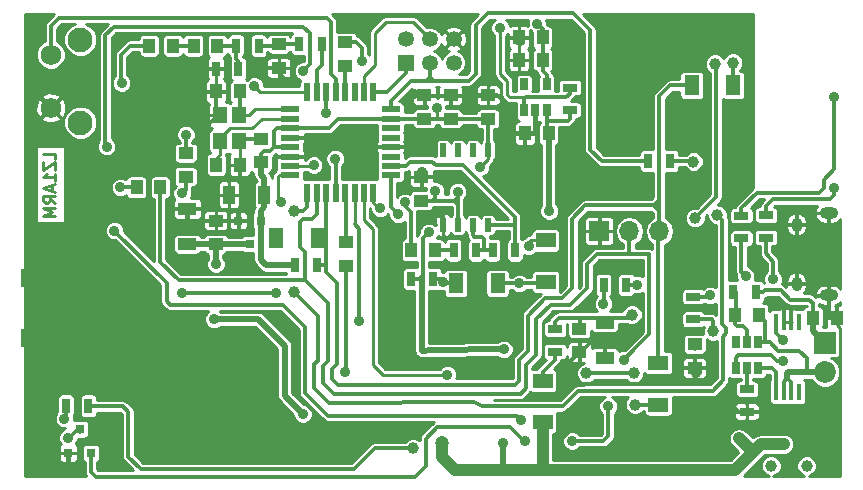
<source format=gbr>
G04 #@! TF.FileFunction,Copper,L2,Bot,Signal*
%FSLAX46Y46*%
G04 Gerber Fmt 4.6, Leading zero omitted, Abs format (unit mm)*
G04 Created by KiCad (PCBNEW 4.0.5-e0-6337~49~ubuntu14.04.1) date Mon Feb 13 23:28:40 2017*
%MOMM*%
%LPD*%
G01*
G04 APERTURE LIST*
%ADD10C,0.150000*%
%ADD11C,0.250000*%
%ADD12R,1.600000X1.000000*%
%ADD13R,1.250000X1.000000*%
%ADD14R,1.000000X1.250000*%
%ADD15R,1.000000X1.600000*%
%ADD16C,1.000000*%
%ADD17R,1.350000X1.350000*%
%ADD18C,1.350000*%
%ADD19R,1.850000X1.850000*%
%ADD20C,1.850000*%
%ADD21O,0.950000X1.250000*%
%ADD22O,1.550000X1.000000*%
%ADD23R,0.700000X1.300000*%
%ADD24R,1.300000X0.700000*%
%ADD25R,0.800100X0.800100*%
%ADD26R,0.650000X1.060000*%
%ADD27R,1.600000X0.550000*%
%ADD28R,0.550000X1.600000*%
%ADD29R,0.450000X1.450000*%
%ADD30R,1.200000X1.400000*%
%ADD31R,1.300480X1.699260*%
%ADD32R,0.508000X1.143000*%
%ADD33R,1.699260X1.300480*%
%ADD34C,2.100000*%
%ADD35C,1.750000*%
%ADD36R,1.700000X1.700000*%
%ADD37O,1.700000X1.700000*%
%ADD38R,4.064000X1.524000*%
%ADD39C,0.900000*%
%ADD40C,1.200000*%
%ADD41C,0.500000*%
%ADD42C,0.300000*%
%ADD43C,1.000000*%
%ADD44C,0.254000*%
G04 APERTURE END LIST*
D10*
D11*
X116123981Y-94453343D02*
X116123981Y-93977152D01*
X115123981Y-93977152D01*
X115123981Y-94691438D02*
X115123981Y-95358105D01*
X116123981Y-94691438D01*
X116123981Y-95358105D01*
X116123981Y-96262867D02*
X116123981Y-95691438D01*
X116123981Y-95977152D02*
X115123981Y-95977152D01*
X115266838Y-95881914D01*
X115362076Y-95786676D01*
X115409695Y-95691438D01*
X115838267Y-96643819D02*
X115838267Y-97120010D01*
X116123981Y-96548581D02*
X115123981Y-96881914D01*
X116123981Y-97215248D01*
X116123981Y-98120010D02*
X115647790Y-97786676D01*
X116123981Y-97548581D02*
X115123981Y-97548581D01*
X115123981Y-97929534D01*
X115171600Y-98024772D01*
X115219219Y-98072391D01*
X115314457Y-98120010D01*
X115457314Y-98120010D01*
X115552552Y-98072391D01*
X115600171Y-98024772D01*
X115647790Y-97929534D01*
X115647790Y-97548581D01*
X116123981Y-98548581D02*
X115123981Y-98548581D01*
X115838267Y-98881915D01*
X115123981Y-99215248D01*
X116123981Y-99215248D01*
D12*
X127304800Y-101626800D03*
X127304800Y-98626800D03*
D13*
X147370800Y-91030300D03*
X147370800Y-89030300D03*
D14*
X148243800Y-102158800D03*
X146243800Y-102158800D03*
D13*
X149593300Y-89030300D03*
X149593300Y-91030300D03*
X135051800Y-84712300D03*
X135051800Y-86712300D03*
D14*
X129733800Y-94919800D03*
X131733800Y-94919800D03*
X131733800Y-88696800D03*
X129733800Y-88696800D03*
X129828800Y-84823300D03*
X127828800Y-84823300D03*
X157387800Y-86029800D03*
X155387800Y-86029800D03*
D13*
X129717800Y-101634800D03*
X129717800Y-99634800D03*
D14*
X157895800Y-92252800D03*
X155895800Y-92252800D03*
X180279800Y-107873800D03*
X182279800Y-107873800D03*
X173675800Y-107619800D03*
X175675800Y-107619800D03*
D13*
X133527800Y-94713300D03*
X133527800Y-92713300D03*
D14*
X157387800Y-84124800D03*
X155387800Y-84124800D03*
D15*
X133821300Y-97459800D03*
X130821300Y-97459800D03*
D14*
X125002800Y-96824800D03*
X123002800Y-96824800D03*
D13*
X127177800Y-95919800D03*
X127177800Y-93919800D03*
X140639800Y-86521800D03*
X140639800Y-84521800D03*
D14*
X126082300Y-84823300D03*
X124082300Y-84823300D03*
D13*
X140703300Y-101476300D03*
X140703300Y-103476300D03*
D16*
X176731800Y-120383300D03*
X179731800Y-120383300D03*
D17*
X145846800Y-86283800D03*
D18*
X147846800Y-86283800D03*
X149846800Y-86283800D03*
X145846800Y-84283800D03*
X147846800Y-84283800D03*
X149846800Y-84283800D03*
D19*
X181279800Y-109969300D03*
D20*
X181279800Y-112469300D03*
D21*
X178891760Y-104977200D03*
X178891760Y-99977200D03*
D22*
X181591760Y-105977200D03*
X181591760Y-98977200D03*
D23*
X138668800Y-84696300D03*
X136768800Y-84696300D03*
X131434800Y-84823300D03*
X133334800Y-84823300D03*
X129733000Y-86779100D03*
X131633000Y-86779100D03*
X153151800Y-102158800D03*
X155051800Y-102158800D03*
X166309000Y-94589600D03*
X168209000Y-94589600D03*
X173535300Y-105714800D03*
X175435300Y-105714800D03*
D24*
X174675800Y-113908800D03*
X174675800Y-115808800D03*
X159689800Y-88381800D03*
X159689800Y-90281800D03*
X176301400Y-99176800D03*
X176301400Y-101076800D03*
X174218600Y-101127600D03*
X174218600Y-99227600D03*
D25*
X131625300Y-99634040D03*
X133525300Y-99634040D03*
X132575300Y-101633020D03*
D26*
X157718800Y-90304800D03*
X156768800Y-90304800D03*
X155818800Y-90304800D03*
X155818800Y-88104800D03*
X157718800Y-88104800D03*
D27*
X136008800Y-95814800D03*
X136008800Y-95014800D03*
X136008800Y-94214800D03*
X136008800Y-93414800D03*
X136008800Y-92614800D03*
X136008800Y-91814800D03*
X136008800Y-91014800D03*
X136008800Y-90214800D03*
D28*
X137458800Y-88764800D03*
X138258800Y-88764800D03*
X139058800Y-88764800D03*
X139858800Y-88764800D03*
X140658800Y-88764800D03*
X141458800Y-88764800D03*
X142258800Y-88764800D03*
X143058800Y-88764800D03*
D27*
X144508800Y-90214800D03*
X144508800Y-91014800D03*
X144508800Y-91814800D03*
X144508800Y-92614800D03*
X144508800Y-93414800D03*
X144508800Y-94214800D03*
X144508800Y-95014800D03*
X144508800Y-95814800D03*
D28*
X143058800Y-97264800D03*
X142258800Y-97264800D03*
X141458800Y-97264800D03*
X140658800Y-97264800D03*
X139858800Y-97264800D03*
X139058800Y-97264800D03*
X138258800Y-97264800D03*
X137458800Y-97264800D03*
D26*
X175625800Y-112148800D03*
X174675800Y-112148800D03*
X173725800Y-112148800D03*
X173725800Y-109948800D03*
X175625800Y-109948800D03*
X174675800Y-109948800D03*
D29*
X179079800Y-114125800D03*
X178429800Y-114125800D03*
X177779800Y-114125800D03*
X177129800Y-114125800D03*
X177129800Y-108225800D03*
X177779800Y-108225800D03*
X178429800Y-108225800D03*
X179079800Y-108225800D03*
D30*
X131660800Y-90708300D03*
X131660800Y-92908300D03*
X130060800Y-90708300D03*
X130060800Y-92908300D03*
D31*
X173504860Y-88188800D03*
X170004740Y-88188800D03*
X134825740Y-101079300D03*
X138325860Y-101079300D03*
D23*
X136387800Y-103428800D03*
X138287800Y-103428800D03*
D13*
X152768300Y-91030300D03*
X152768300Y-89030300D03*
X147116800Y-95951800D03*
X147116800Y-97951800D03*
D23*
X149849800Y-102158800D03*
X151749800Y-102158800D03*
D32*
X152768300Y-93649800D03*
X151498300Y-93649800D03*
X150228300Y-93649800D03*
X148958300Y-93649800D03*
X148958300Y-99999800D03*
X150228300Y-99999800D03*
X151498300Y-99999800D03*
X152768300Y-99999800D03*
D13*
X170256200Y-110099600D03*
X170256200Y-112099600D03*
X160502600Y-110778800D03*
X160502600Y-108778800D03*
D12*
X162636200Y-108278800D03*
X162636200Y-111278800D03*
D33*
X167182800Y-115211860D03*
X167182800Y-111711740D03*
D31*
X153565860Y-104952800D03*
X150065740Y-104952800D03*
D33*
X157657800Y-104823260D03*
X157657800Y-101323140D03*
D25*
X119136200Y-119313960D03*
X117236200Y-119313960D03*
X118186200Y-117314980D03*
D23*
X162549800Y-105079800D03*
X164449800Y-105079800D03*
X118933000Y-115316000D03*
X117033000Y-115316000D03*
D24*
X158419800Y-110728800D03*
X158419800Y-108828800D03*
D23*
X146243000Y-104597200D03*
X148143000Y-104597200D03*
D34*
X118237800Y-84333800D03*
D35*
X115747800Y-85593800D03*
X115747800Y-90093800D03*
D34*
X118237800Y-91343800D03*
D24*
X170154600Y-106085600D03*
X170154600Y-107985600D03*
D33*
X157403800Y-113210340D03*
X157403800Y-116710460D03*
D36*
X162179000Y-100533200D03*
D37*
X164719000Y-100533200D03*
X167259000Y-100533200D03*
D38*
X115214400Y-104482900D03*
X115214400Y-109562900D03*
D39*
X137083800Y-116027200D03*
X129565400Y-108000800D03*
X129717800Y-103327200D03*
X154025600Y-118465600D03*
X154101800Y-110540800D03*
X147751800Y-100634800D03*
X157949900Y-98831400D03*
D40*
X148869400Y-118465600D03*
D39*
X174015400Y-118059200D03*
D16*
X171831000Y-109016800D03*
X177825400Y-118567200D03*
D39*
X156946600Y-82956400D03*
X143637000Y-98602800D03*
X137998200Y-94945200D03*
X153797000Y-83312000D03*
X164007800Y-119176800D03*
X168325800Y-119176800D03*
X160223200Y-116967000D03*
X122351800Y-98856800D03*
X120573800Y-98348800D03*
X118541800Y-98348800D03*
X170929300Y-116941600D03*
X173278800Y-119176800D03*
X181864000Y-117424200D03*
X181864000Y-115900200D03*
X180695600Y-115874800D03*
X168452800Y-106248200D03*
X168833800Y-111048800D03*
X168071800Y-108889800D03*
X165531800Y-116636800D03*
X127431800Y-108762800D03*
X127431800Y-110540800D03*
X127431800Y-112318800D03*
X127431800Y-114096800D03*
X160032700Y-92710000D03*
X159689800Y-86410800D03*
X146481800Y-88950800D03*
X132257800Y-97586800D03*
X141909800Y-83616800D03*
X134938800Y-118269800D03*
X130479800Y-118160800D03*
X128206500Y-103124000D03*
X123952000Y-90297000D03*
X128511300Y-90233500D03*
X128511300Y-88684100D03*
X128511300Y-86804500D03*
X170688000Y-92798900D03*
X170675300Y-90284300D03*
X171564300Y-102628700D03*
X164846000Y-86741000D03*
X163296600Y-88036400D03*
X163296600Y-90309700D03*
X163245800Y-92684600D03*
X165836600Y-92671900D03*
X166001700Y-90017600D03*
X167894000Y-86855300D03*
X128955800Y-97332800D03*
X132829300Y-86398100D03*
X147751800Y-99237800D03*
X159207200Y-98767900D03*
X135801100Y-87884000D03*
X138258500Y-93414800D03*
X152654000Y-84137500D03*
X155498800Y-84442300D03*
X155387800Y-86029800D03*
X147205700Y-95554800D03*
X152057100Y-98132900D03*
X146710400Y-93395800D03*
X147916900Y-92379800D03*
X151206200Y-92024200D03*
X151257000Y-89103200D03*
X159219900Y-94742000D03*
X156032200Y-94767400D03*
X160667700Y-94843600D03*
X149148800Y-106984800D03*
X154584400Y-107645200D03*
X154533600Y-109423200D03*
X176987200Y-106413300D03*
X173278800Y-115112800D03*
X176199800Y-114858800D03*
X144195800Y-101396800D03*
X145719800Y-106984800D03*
X114985800Y-113334800D03*
X117271800Y-120446800D03*
X121589800Y-113080800D03*
X121589800Y-111048800D03*
X121589800Y-109270800D03*
X121589800Y-107492800D03*
X121589800Y-105714800D03*
X121589800Y-103428800D03*
X170103800Y-115112800D03*
X170357800Y-112572800D03*
X145161000Y-99110800D03*
X139827000Y-94386400D03*
X141859000Y-108153200D03*
X148412200Y-90119200D03*
X152120600Y-95097600D03*
X145719800Y-98094800D03*
X121640600Y-96824800D03*
X127177800Y-92354400D03*
X142062200Y-86106000D03*
X121742200Y-87985600D03*
X140690600Y-112471200D03*
D16*
X170154600Y-94640400D03*
D39*
X121132600Y-100482400D03*
X155524200Y-116484400D03*
X120472200Y-93370400D03*
X137134600Y-86969600D03*
X139065000Y-90525600D03*
X176898300Y-104571800D03*
X174574200Y-104343200D03*
X135255000Y-98044000D03*
D16*
X136372600Y-98806000D03*
X136321800Y-105714800D03*
X172186600Y-99161600D03*
D39*
X177723800Y-109778800D03*
X177723800Y-111556800D03*
D16*
X173507400Y-86258400D03*
D39*
X134825740Y-101079300D03*
X126873000Y-97332800D03*
X126873000Y-105765600D03*
X134848600Y-105765600D03*
D16*
X171983400Y-86360000D03*
X170307000Y-99415600D03*
D39*
X164261800Y-111404400D03*
X148310600Y-97129600D03*
X150190200Y-97180400D03*
D16*
X165125400Y-112572800D03*
X161086800Y-112572800D03*
X146431000Y-118922800D03*
X170256200Y-110134400D03*
X164973000Y-107594400D03*
X165227000Y-115214400D03*
D39*
X116890800Y-116408200D03*
X117195600Y-118033800D03*
X155422600Y-104952800D03*
X148971000Y-104800400D03*
X156235400Y-101803200D03*
X132969000Y-88239600D03*
X162534600Y-106680000D03*
X162941000Y-115354100D03*
X159893000Y-118313200D03*
X155879800Y-118313200D03*
X165379400Y-105054400D03*
X149326600Y-112674400D03*
X171577000Y-105968800D03*
X182092600Y-96875600D03*
X182041800Y-89204800D03*
D41*
X129717800Y-101634800D02*
X129717800Y-103327200D01*
X135559800Y-114503200D02*
X137083800Y-116027200D01*
X135559800Y-110236000D02*
X135559800Y-114503200D01*
X133324600Y-108000800D02*
X135559800Y-110236000D01*
X129565400Y-108000800D02*
X133324600Y-108000800D01*
X147142200Y-104394000D02*
X147142200Y-110642400D01*
X154025600Y-118465600D02*
X154025600Y-120751600D01*
X148005800Y-110617000D02*
X154101800Y-110540800D01*
X147142200Y-110642400D02*
X148005800Y-110617000D01*
X154025600Y-120751600D02*
X154025600Y-120548400D01*
X154025600Y-120548400D02*
X154025600Y-120751600D01*
D42*
X146939000Y-104597200D02*
X147142200Y-104394000D01*
X147142200Y-104394000D02*
X147243800Y-104292400D01*
X147243800Y-104292400D02*
X147243800Y-101142800D01*
X147243800Y-101142800D02*
X147751800Y-100634800D01*
X146939000Y-104597200D02*
X146243000Y-104597200D01*
D41*
X157883100Y-98764600D02*
X157895800Y-92252800D01*
X157949900Y-98831400D02*
X157883100Y-98764600D01*
D43*
X157403800Y-120700800D02*
X157403800Y-120751600D01*
X157403800Y-120751600D02*
X157403800Y-120700800D01*
X157403800Y-116710460D02*
X157403800Y-120751600D01*
X157403800Y-120751600D02*
X154025600Y-120751600D01*
X154025600Y-120751600D02*
X149987000Y-120751600D01*
X149987000Y-120751600D02*
X148869400Y-119634000D01*
X148869400Y-119634000D02*
X148869400Y-118465600D01*
D42*
X159689800Y-90281800D02*
X159689800Y-91033600D01*
X159537400Y-91186000D02*
X157718800Y-91186000D01*
X159689800Y-91033600D02*
X159537400Y-91186000D01*
D41*
X127304800Y-101626800D02*
X129709800Y-101626800D01*
X129709800Y-101626800D02*
X129717800Y-101634800D01*
X127304800Y-101626800D02*
X132569080Y-101626800D01*
X132569080Y-101626800D02*
X132575300Y-101633020D01*
D42*
X157718800Y-90304800D02*
X157718800Y-91186000D01*
X157718800Y-91186000D02*
X157718800Y-92075800D01*
X157718800Y-92075800D02*
X157895800Y-92252800D01*
D43*
X174015400Y-118059200D02*
X175183800Y-119227600D01*
X175082200Y-119024400D02*
X175082200Y-119329200D01*
X175183800Y-119126000D02*
X175082200Y-119024400D01*
X175183800Y-119227600D02*
X175183800Y-119126000D01*
D41*
X174015400Y-118059200D02*
X174015400Y-118008400D01*
D42*
X171831000Y-109016800D02*
X171831000Y-108102400D01*
X171714200Y-107985600D02*
X170154600Y-107985600D01*
X171831000Y-108102400D02*
X171714200Y-107985600D01*
D43*
X173659800Y-120751600D02*
X157403800Y-120751600D01*
X175082200Y-119329200D02*
X173659800Y-120751600D01*
X175844200Y-118567200D02*
X175082200Y-119329200D01*
X177825400Y-118567200D02*
X175844200Y-118567200D01*
D42*
X157387800Y-83397600D02*
X157387800Y-84124800D01*
X156946600Y-82956400D02*
X157387800Y-83397600D01*
X157387800Y-86029800D02*
X157387800Y-84124800D01*
X157718800Y-88104800D02*
X157718800Y-87284600D01*
X157387800Y-86953600D02*
X157387800Y-86029800D01*
X157718800Y-87284600D02*
X157387800Y-86953600D01*
D44*
X143058800Y-97264800D02*
X143058800Y-98126200D01*
X143535400Y-98602800D02*
X143637000Y-98602800D01*
X143058800Y-98126200D02*
X143535400Y-98602800D01*
X137877800Y-95014800D02*
X137947400Y-94945200D01*
X137947400Y-94945200D02*
X137998200Y-94945200D01*
X136008800Y-95014800D02*
X137877800Y-95014800D01*
X154609800Y-89204800D02*
X155981400Y-89204800D01*
X154406600Y-89001600D02*
X154609800Y-89204800D01*
X154406600Y-87833200D02*
X154406600Y-89001600D01*
X153797000Y-87223600D02*
X154406600Y-87833200D01*
X153797000Y-83312000D02*
X153797000Y-87223600D01*
D42*
X155818800Y-90304800D02*
X155818800Y-89367400D01*
X159689800Y-88900000D02*
X159689800Y-88381800D01*
X159385000Y-89204800D02*
X159689800Y-88900000D01*
X155981400Y-89204800D02*
X159385000Y-89204800D01*
X155818800Y-89367400D02*
X155981400Y-89204800D01*
D44*
X164007800Y-119176800D02*
X159359600Y-119176800D01*
D42*
X164007800Y-119176800D02*
X168325800Y-119176800D01*
D44*
X159537400Y-116967000D02*
X160223200Y-116967000D01*
X158800800Y-117703600D02*
X159537400Y-116967000D01*
X158800800Y-118618000D02*
X158800800Y-117703600D01*
X159359600Y-119176800D02*
X158800800Y-118618000D01*
D42*
X118541800Y-98348800D02*
X120573800Y-98348800D01*
D44*
X170929300Y-116941600D02*
X171043600Y-116941600D01*
X170992800Y-116878100D02*
X170929300Y-116941600D01*
X171081700Y-116878100D02*
X170992800Y-116878100D01*
X171043600Y-116941600D02*
X173278800Y-119176800D01*
X182279800Y-107873800D02*
X182279800Y-108442000D01*
X182279800Y-108442000D02*
X182600600Y-108762800D01*
X181864000Y-115900200D02*
X181864000Y-117424200D01*
X180695600Y-115468400D02*
X180695600Y-115874800D01*
X182600600Y-113563400D02*
X180695600Y-115468400D01*
X182600600Y-108762800D02*
X182600600Y-113563400D01*
X168071800Y-108889800D02*
X168071800Y-106629200D01*
X168071800Y-106629200D02*
X168452800Y-106248200D01*
X168833800Y-111048800D02*
X168833800Y-109651800D01*
X169376600Y-112099600D02*
X168833800Y-111556800D01*
X168833800Y-111556800D02*
X168833800Y-111048800D01*
X170256200Y-112099600D02*
X169376600Y-112099600D01*
X168833800Y-109651800D02*
X168071800Y-108889800D01*
X127431800Y-110540800D02*
X127431800Y-108762800D01*
X127431800Y-114096800D02*
X127431800Y-112318800D01*
X147370800Y-89030300D02*
X146561300Y-89030300D01*
X146561300Y-89030300D02*
X146481800Y-88950800D01*
X131733800Y-94919800D02*
X131733800Y-92981300D01*
X131733800Y-92981300D02*
X131660800Y-92908300D01*
X132257800Y-97332800D02*
X132257800Y-97586800D01*
X142417800Y-83362800D02*
X142163800Y-83362800D01*
X142163800Y-83362800D02*
X141909800Y-83616800D01*
D42*
X135051800Y-118160800D02*
X135047800Y-118160800D01*
X135047800Y-118160800D02*
X134938800Y-118269800D01*
D44*
X127508000Y-99634800D02*
X126806200Y-99634800D01*
X126212600Y-103124000D02*
X128206500Y-103124000D01*
X125818900Y-102730300D02*
X126212600Y-103124000D01*
X125818900Y-100622100D02*
X125818900Y-102730300D01*
X126806200Y-99634800D02*
X125818900Y-100622100D01*
D42*
X129733000Y-86779100D02*
X128536700Y-86779100D01*
X128511300Y-88684100D02*
X128511300Y-90233500D01*
X128536700Y-86779100D02*
X128511300Y-86804500D01*
X170675300Y-90284300D02*
X170675300Y-90182700D01*
X171564300Y-102603300D02*
X168808400Y-99847400D01*
X168808400Y-99847400D02*
X168808400Y-98323400D01*
X168808400Y-98323400D02*
X171272200Y-95859600D01*
X171272200Y-95859600D02*
X171272200Y-93383100D01*
X171272200Y-93383100D02*
X170688000Y-92798900D01*
X171564300Y-102628700D02*
X171564300Y-102603300D01*
X164592000Y-86741000D02*
X164846000Y-86741000D01*
X163296600Y-88036400D02*
X164592000Y-86741000D01*
X163296600Y-92633800D02*
X163296600Y-90309700D01*
X163245800Y-92684600D02*
X163296600Y-92633800D01*
X165836600Y-90182700D02*
X165836600Y-92671900D01*
X166001700Y-90017600D02*
X165836600Y-90182700D01*
X168236900Y-86512400D02*
X167894000Y-86855300D01*
X170662600Y-86512400D02*
X168236900Y-86512400D01*
X171475400Y-87325200D02*
X170662600Y-86512400D01*
X171475400Y-89382600D02*
X171475400Y-87325200D01*
X170675300Y-90182700D02*
X171475400Y-89382600D01*
X130060800Y-90708300D02*
X129890700Y-90708300D01*
X129890700Y-90708300D02*
X128612900Y-91986100D01*
D44*
X129082800Y-97459800D02*
X128955800Y-97332800D01*
X130821300Y-97459800D02*
X129082800Y-97459800D01*
D42*
X128612900Y-96989900D02*
X128955800Y-97332800D01*
X128612900Y-91986100D02*
X128612900Y-96989900D01*
X129733800Y-88696800D02*
X129733800Y-90381300D01*
X129733800Y-90381300D02*
X130060800Y-90708300D01*
X135051800Y-86712300D02*
X133143500Y-86712300D01*
X133143500Y-86712300D02*
X132829300Y-86398100D01*
X182279800Y-107873800D02*
X181864000Y-107873800D01*
X181864000Y-107873800D02*
X181591760Y-107601560D01*
X181591760Y-107601560D02*
X181591760Y-105977200D01*
X148958300Y-99999800D02*
X148958300Y-99237800D01*
X148958300Y-99237800D02*
X147751800Y-99237800D01*
X159207200Y-98767900D02*
X159207200Y-102666800D01*
X151765000Y-106654600D02*
X152095200Y-106984800D01*
X151765000Y-103809800D02*
X151765000Y-106654600D01*
X152069800Y-103505000D02*
X151765000Y-103809800D01*
X158369000Y-103505000D02*
X152069800Y-103505000D01*
X159207200Y-102666800D02*
X158369000Y-103505000D01*
X159219900Y-94742000D02*
X159219900Y-98755200D01*
X159219900Y-98755200D02*
X159207200Y-98767900D01*
X133527800Y-92713300D02*
X131855800Y-92713300D01*
X131855800Y-92713300D02*
X131660800Y-92908300D01*
X135051800Y-86712300D02*
X135051800Y-87134700D01*
X135051800Y-87134700D02*
X135801100Y-87884000D01*
X136008800Y-92614800D02*
X137458500Y-92614800D01*
X137458500Y-92614800D02*
X138258500Y-93414800D01*
X137458500Y-92614800D02*
X138258500Y-93414800D01*
X136008800Y-94214800D02*
X137445900Y-94214800D01*
X138245900Y-93414800D02*
X138258500Y-93414800D01*
X138258500Y-93414800D02*
X144508800Y-93414800D01*
X137445900Y-94214800D02*
X138245900Y-93414800D01*
X155498800Y-84442300D02*
X155387800Y-84331300D01*
X155387800Y-84331300D02*
X155387800Y-84124800D01*
X147205700Y-95554800D02*
X147116800Y-95643700D01*
X147116800Y-95643700D02*
X147116800Y-95951800D01*
X147116800Y-95951800D02*
X150485600Y-95951800D01*
X152057100Y-97523300D02*
X152057100Y-98132900D01*
X150485600Y-95951800D02*
X152057100Y-97523300D01*
X147916900Y-92379800D02*
X150850600Y-92379800D01*
X146691400Y-93414800D02*
X146710400Y-93395800D01*
X144508800Y-93414800D02*
X146691400Y-93414800D01*
X150850600Y-92379800D02*
X151206200Y-92024200D01*
X152768300Y-89030300D02*
X151329900Y-89030300D01*
X151329900Y-89030300D02*
X151257000Y-89103200D01*
X152768300Y-89030300D02*
X153559000Y-89030300D01*
X154686000Y-92252800D02*
X155895800Y-92252800D01*
X154406600Y-91973400D02*
X154686000Y-92252800D01*
X154406600Y-89877900D02*
X154406600Y-91973400D01*
X153559000Y-89030300D02*
X154406600Y-89877900D01*
X159219900Y-94742000D02*
X160566100Y-94742000D01*
X155895800Y-92252800D02*
X155895800Y-94631000D01*
X155895800Y-94631000D02*
X156032200Y-94767400D01*
X160566100Y-94742000D02*
X160667700Y-94843600D01*
X156768800Y-90304800D02*
X156768800Y-92163900D01*
X156679900Y-92252800D02*
X155895800Y-92252800D01*
X156768800Y-92163900D02*
X156679900Y-92252800D01*
X149148800Y-106984800D02*
X152095200Y-106984800D01*
X152095200Y-106984800D02*
X153924000Y-106984800D01*
X153924000Y-106984800D02*
X154584400Y-107645200D01*
X154533600Y-109423200D02*
X154559000Y-109448600D01*
D44*
X177779800Y-106966900D02*
X176814600Y-106585900D01*
X176814600Y-106585900D02*
X176987200Y-106413300D01*
X178429800Y-108225800D02*
X178429800Y-106992300D01*
X178429800Y-106992300D02*
X177076100Y-106616500D01*
D42*
X178429800Y-108225800D02*
X178429800Y-107068500D01*
X177779800Y-106966900D02*
X177779800Y-108225800D01*
X177800000Y-106946700D02*
X177779800Y-106966900D01*
X178308000Y-106946700D02*
X177800000Y-106946700D01*
X178429800Y-107068500D02*
X178308000Y-106946700D01*
X160261300Y-113487200D02*
X160261300Y-113449100D01*
X170256200Y-113322100D02*
X170091100Y-113487200D01*
X170091100Y-113487200D02*
X160261300Y-113487200D01*
X170256200Y-112099600D02*
X170256200Y-113322100D01*
X159626300Y-111655100D02*
X160502600Y-110778800D01*
X159626300Y-112814100D02*
X159626300Y-111655100D01*
X160261300Y-113449100D02*
X159626300Y-112814100D01*
X160502600Y-110778800D02*
X160594800Y-110778800D01*
X160594800Y-110778800D02*
X161721800Y-109651800D01*
X161721800Y-109651800D02*
X162229800Y-109651800D01*
X162229800Y-109651800D02*
X162636200Y-110058200D01*
X162636200Y-110058200D02*
X162636200Y-111278800D01*
X174675800Y-115808800D02*
X173974800Y-115808800D01*
X173974800Y-115808800D02*
X173278800Y-115112800D01*
X117236200Y-119313960D02*
X117236200Y-120411200D01*
X117236200Y-120411200D02*
X117271800Y-120446800D01*
X121589800Y-111048800D02*
X121589800Y-113080800D01*
X121589800Y-107492800D02*
X121589800Y-109270800D01*
X121589800Y-103428800D02*
X121589800Y-105714800D01*
X170256200Y-112099600D02*
X170256200Y-112471200D01*
X170256200Y-112471200D02*
X170357800Y-112572800D01*
X131625300Y-99634040D02*
X131625300Y-98981300D01*
D44*
X132003800Y-98602800D02*
X132003800Y-97332800D01*
D42*
X131625300Y-98981300D02*
X132003800Y-98602800D01*
D44*
X130821300Y-97459800D02*
X131876800Y-97459800D01*
D42*
X131733800Y-96046800D02*
X131733800Y-94919800D01*
D44*
X132003800Y-96316800D02*
X131733800Y-96046800D01*
X132003800Y-97332800D02*
X132003800Y-96316800D01*
X131876800Y-97459800D02*
X132003800Y-97332800D01*
X129717800Y-99634800D02*
X127508000Y-99634800D01*
X127508000Y-99634800D02*
X127447800Y-99634800D01*
X127177800Y-99364800D02*
X127177800Y-98753800D01*
X127447800Y-99634800D02*
X127177800Y-99364800D01*
X127177800Y-98753800D02*
X127304800Y-98626800D01*
X127304800Y-98626800D02*
X129487800Y-98626800D01*
X129717800Y-98856800D02*
X129717800Y-99634800D01*
X129487800Y-98626800D02*
X129717800Y-98856800D01*
D42*
X126082300Y-84823300D02*
X127828800Y-84823300D01*
X143058800Y-88764800D02*
X144229400Y-88764800D01*
X145846800Y-87147400D02*
X145846800Y-86283800D01*
X144229400Y-88764800D02*
X145846800Y-87147400D01*
D44*
X147846800Y-84283800D02*
X147846800Y-84270600D01*
X147846800Y-84270600D02*
X146431000Y-82854800D01*
X146431000Y-82854800D02*
X144094200Y-82854800D01*
X144094200Y-82854800D02*
X143230600Y-83718400D01*
X143230600Y-83718400D02*
X143230600Y-86461600D01*
X143230600Y-86461600D02*
X142258800Y-87433400D01*
X142258800Y-87433400D02*
X142258800Y-88764800D01*
D42*
X144508800Y-98458600D02*
X144508800Y-95814800D01*
X145161000Y-99110800D02*
X144508800Y-98458600D01*
X139858800Y-97264800D02*
X139858800Y-94418200D01*
X139858800Y-94418200D02*
X139827000Y-94386400D01*
X140703300Y-101476300D02*
X140703300Y-97309300D01*
X140703300Y-97309300D02*
X140658800Y-97264800D01*
D44*
X141458800Y-97264800D02*
X141458800Y-99929800D01*
D42*
X141859000Y-108204000D02*
X141859000Y-108153200D01*
X141859000Y-100330000D02*
X141859000Y-108204000D01*
X141458800Y-99929800D02*
X141859000Y-100330000D01*
X147846800Y-87484200D02*
X147860000Y-87484200D01*
X147860000Y-87484200D02*
X148158200Y-87782400D01*
X166309000Y-94589600D02*
X162382200Y-94589600D01*
X162382200Y-94589600D02*
X161417000Y-93624400D01*
X161417000Y-93624400D02*
X161417000Y-83515200D01*
X161417000Y-83515200D02*
X159994600Y-82092800D01*
X159994600Y-82092800D02*
X152730200Y-82092800D01*
X152730200Y-82092800D02*
X151714200Y-83108800D01*
X151714200Y-83108800D02*
X151714200Y-87223600D01*
X151714200Y-87223600D02*
X151155400Y-87782400D01*
X151155400Y-87782400D02*
X148158200Y-87782400D01*
X148158200Y-87782400D02*
X147548600Y-87782400D01*
X144508800Y-90214800D02*
X144508800Y-89552200D01*
X147846800Y-87484200D02*
X147846800Y-86283800D01*
X147548600Y-87782400D02*
X147846800Y-87484200D01*
X146278600Y-87782400D02*
X147548600Y-87782400D01*
X144508800Y-89552200D02*
X146278600Y-87782400D01*
X152768300Y-99999800D02*
X155051800Y-99999800D01*
X155026400Y-99974400D02*
X155051800Y-99974400D01*
X155051800Y-99999800D02*
X155026400Y-99974400D01*
X155051800Y-102158800D02*
X155051800Y-99974400D01*
X155051800Y-99974400D02*
X155051800Y-99349600D01*
X145802600Y-95014800D02*
X144508800Y-95014800D01*
X146177000Y-94640400D02*
X145802600Y-95014800D01*
X148056600Y-94640400D02*
X146177000Y-94640400D01*
X148361400Y-94945200D02*
X148056600Y-94640400D01*
X150647400Y-94945200D02*
X148361400Y-94945200D01*
X155051800Y-99349600D02*
X150647400Y-94945200D01*
X136008800Y-91814800D02*
X134867500Y-91814800D01*
X134651800Y-92030500D02*
X134651800Y-93414800D01*
X134867500Y-91814800D02*
X134651800Y-92030500D01*
X144508800Y-91014800D02*
X147355300Y-91014800D01*
X147355300Y-91014800D02*
X147370800Y-91030300D01*
X144508800Y-91014800D02*
X140099800Y-91014800D01*
X140099800Y-91014800D02*
X139299800Y-91814800D01*
X139299800Y-91814800D02*
X137928200Y-91814800D01*
X137928200Y-91814800D02*
X137407800Y-91814800D01*
D44*
X148412200Y-90119200D02*
X148412200Y-91014800D01*
X148412200Y-91014800D02*
X148412200Y-90982800D01*
X148412200Y-90982800D02*
X148412200Y-91014800D01*
X152768300Y-94449900D02*
X152768300Y-93649800D01*
X152120600Y-95097600D02*
X152768300Y-94449900D01*
D42*
X136008800Y-91814800D02*
X137407800Y-91814800D01*
D41*
X133821300Y-97459800D02*
X133821300Y-96051500D01*
X133527800Y-95758000D02*
X133527800Y-94713300D01*
X133821300Y-96051500D02*
X133527800Y-95758000D01*
D42*
X136008800Y-93414800D02*
X134651800Y-93414800D01*
X134651800Y-93414800D02*
X134289800Y-93776800D01*
X133527800Y-94030800D02*
X133527800Y-94713300D01*
X133781800Y-93776800D02*
X133527800Y-94030800D01*
X134289800Y-93776800D02*
X133781800Y-93776800D01*
X152768300Y-93649800D02*
X152768300Y-91030300D01*
X149593300Y-91030300D02*
X152768300Y-91030300D01*
X144508800Y-91014800D02*
X148412200Y-91014800D01*
X148412200Y-91014800D02*
X149577800Y-91014800D01*
X149577800Y-91014800D02*
X149593300Y-91030300D01*
D41*
X133821300Y-97459800D02*
X133821300Y-98512500D01*
X133525300Y-98808500D02*
X133525300Y-99634040D01*
X133821300Y-98512500D02*
X133525300Y-98808500D01*
X136387800Y-103428800D02*
X133985000Y-103428800D01*
X133525300Y-102969100D02*
X133525300Y-99634040D01*
X133985000Y-103428800D02*
X133525300Y-102969100D01*
D42*
X146243800Y-102158800D02*
X146243800Y-98923600D01*
X145719800Y-98399600D02*
X145719800Y-98094800D01*
X146243800Y-98923600D02*
X145719800Y-98399600D01*
X136768800Y-84696300D02*
X135067800Y-84696300D01*
X135067800Y-84696300D02*
X135051800Y-84712300D01*
X133334800Y-84823300D02*
X134940800Y-84823300D01*
X134940800Y-84823300D02*
X135051800Y-84712300D01*
D44*
X129733800Y-94919800D02*
X129733800Y-94370400D01*
X129733800Y-94370400D02*
X130060800Y-94043400D01*
X130060800Y-94043400D02*
X130060800Y-92908300D01*
X136008800Y-91014800D02*
X133597400Y-91014800D01*
X130886200Y-91795600D02*
X130060800Y-92621000D01*
X132816600Y-91795600D02*
X130886200Y-91795600D01*
X133597400Y-91014800D02*
X132816600Y-91795600D01*
X130060800Y-92621000D02*
X130060800Y-92908300D01*
X136008800Y-90214800D02*
X133013800Y-90214800D01*
X132520300Y-90708300D02*
X131660800Y-90708300D01*
X133013800Y-90214800D02*
X132520300Y-90708300D01*
D42*
X131733800Y-88696800D02*
X131733800Y-90635300D01*
X131733800Y-90635300D02*
X131660800Y-90708300D01*
X131633000Y-86779100D02*
X131633000Y-86154300D01*
X131633000Y-86154300D02*
X131434800Y-85956100D01*
X131434800Y-85956100D02*
X131434800Y-84823300D01*
X129828800Y-84823300D02*
X131434800Y-84823300D01*
X178346100Y-106324400D02*
X178333400Y-106324400D01*
X176072800Y-105714800D02*
X175435300Y-105714800D01*
X176250600Y-105537000D02*
X176072800Y-105714800D01*
X177546000Y-105537000D02*
X176250600Y-105537000D01*
X178333400Y-106324400D02*
X177546000Y-105537000D01*
X180279800Y-107873800D02*
X180279800Y-106657900D01*
X179946300Y-106324400D02*
X178346100Y-106324400D01*
D44*
X178346100Y-106324400D02*
X178308000Y-106324400D01*
D42*
X180279800Y-106657900D02*
X179946300Y-106324400D01*
X180279800Y-107873800D02*
X180279800Y-107692700D01*
D41*
X180279800Y-107873800D02*
X180279800Y-108969300D01*
X180279800Y-108969300D02*
X181279800Y-109969300D01*
D42*
X173725800Y-105714800D02*
X173725800Y-107569800D01*
X173725800Y-107569800D02*
X173675800Y-107619800D01*
X174675800Y-109948800D02*
X174675800Y-108864400D01*
X173675800Y-108372400D02*
X173675800Y-107619800D01*
X173863000Y-108559600D02*
X173675800Y-108372400D01*
X174371000Y-108559600D02*
X173863000Y-108559600D01*
X174675800Y-108864400D02*
X174371000Y-108559600D01*
X123002800Y-96824800D02*
X121691400Y-96824800D01*
X121691400Y-96824800D02*
X121640600Y-96824800D01*
X127177800Y-93919800D02*
X127177800Y-92354400D01*
X140658800Y-88764800D02*
X140658800Y-86540800D01*
X140658800Y-86540800D02*
X140639800Y-86521800D01*
X140639800Y-84521800D02*
X141595600Y-84521800D01*
X142062200Y-84988400D02*
X142062200Y-86106000D01*
X141595600Y-84521800D02*
X142062200Y-84988400D01*
X124082300Y-84823300D02*
X122466100Y-84823300D01*
X121691400Y-87934800D02*
X121742200Y-87985600D01*
X121691400Y-85598000D02*
X121691400Y-87934800D01*
X122466100Y-84823300D02*
X121691400Y-85598000D01*
X140703300Y-103476300D02*
X140703300Y-112407700D01*
X140690600Y-112420400D02*
X140690600Y-112471200D01*
X140703300Y-112407700D02*
X140690600Y-112420400D01*
X138258800Y-88764800D02*
X138258800Y-86912200D01*
X138668800Y-86502200D02*
X138668800Y-84696300D01*
X138258800Y-86912200D02*
X138668800Y-86502200D01*
X170103800Y-94589600D02*
X168209000Y-94589600D01*
X170154600Y-94640400D02*
X170103800Y-94589600D01*
X153695400Y-116179600D02*
X155219400Y-116179600D01*
X139217400Y-116179600D02*
X147040600Y-116179600D01*
X137287000Y-114249200D02*
X139217400Y-116179600D01*
X137287000Y-108661200D02*
X137287000Y-114249200D01*
X135407400Y-106781600D02*
X137287000Y-108661200D01*
X125857000Y-106781600D02*
X135407400Y-106781600D01*
X125552200Y-106476800D02*
X125857000Y-106781600D01*
X125552200Y-104902000D02*
X125552200Y-106476800D01*
X121132600Y-100482400D02*
X125552200Y-104902000D01*
X147040600Y-116179600D02*
X153695400Y-116179600D01*
X155219400Y-116179600D02*
X155524200Y-116484400D01*
X174675800Y-112148800D02*
X174675800Y-113908800D01*
X139058800Y-88764800D02*
X139058800Y-90519400D01*
X120370600Y-93268800D02*
X120472200Y-93370400D01*
X120370600Y-83921600D02*
X120370600Y-93268800D01*
X121081800Y-83210400D02*
X120370600Y-83921600D01*
X137134600Y-83210400D02*
X121081800Y-83210400D01*
X137693400Y-83769200D02*
X137134600Y-83210400D01*
X137693400Y-86410800D02*
X137693400Y-83769200D01*
X137134600Y-86969600D02*
X137693400Y-86410800D01*
X139058800Y-90519400D02*
X139065000Y-90525600D01*
X176901635Y-103126850D02*
X176301400Y-102362000D01*
X176301400Y-102362000D02*
X176301400Y-101076800D01*
X176898300Y-104571800D02*
X176901635Y-103126850D01*
X174218600Y-101127600D02*
X174218600Y-103987600D01*
X174218600Y-103987600D02*
X174574200Y-104343200D01*
X139858800Y-88764800D02*
X139858800Y-87611000D01*
X115747800Y-83159600D02*
X115747800Y-85593800D01*
X116459000Y-82448400D02*
X115747800Y-83159600D01*
X139115800Y-82448400D02*
X116459000Y-82448400D01*
X139471400Y-82804000D02*
X139115800Y-82448400D01*
X139471400Y-87223600D02*
X139471400Y-82804000D01*
X139858800Y-87611000D02*
X139471400Y-87223600D01*
D44*
X135096600Y-95814800D02*
X136008800Y-95814800D01*
X134950200Y-95961200D02*
X135096600Y-95814800D01*
X134950200Y-97739200D02*
X134950200Y-95961200D01*
X135255000Y-98044000D02*
X134950200Y-97739200D01*
D42*
X159080020Y-115327721D02*
X160414819Y-114071792D01*
X137458800Y-98481800D02*
X137134600Y-98806000D01*
X137134600Y-98806000D02*
X136372600Y-98806000D01*
X136321800Y-105714800D02*
X138353800Y-107746800D01*
X138353800Y-107746800D02*
X138353800Y-111506000D01*
X138353800Y-111506000D02*
X138049000Y-111810800D01*
X138049000Y-111810800D02*
X138049000Y-113792000D01*
X138049000Y-113792000D02*
X139319000Y-115062000D01*
X139319000Y-115062000D02*
X151612600Y-115011200D01*
X151612600Y-115011200D02*
X152223218Y-115359040D01*
X152223218Y-115359040D02*
X158978420Y-115378521D01*
X158978420Y-115378521D02*
X159029220Y-115327721D01*
X159029220Y-115327721D02*
X159080020Y-115327721D01*
X137458800Y-97264800D02*
X137458800Y-98481800D01*
X172593000Y-99568000D02*
X172186600Y-99161600D01*
X172593000Y-108407200D02*
X172593000Y-99568000D01*
X172948600Y-108762800D02*
X172593000Y-108407200D01*
X172948600Y-109169200D02*
X172948600Y-108762800D01*
X172643800Y-109474000D02*
X172948600Y-109169200D01*
X172643800Y-113131600D02*
X172643800Y-109474000D01*
X171831000Y-114046000D02*
X172643800Y-113131600D01*
X161417000Y-114046000D02*
X171831000Y-114046000D01*
X160414819Y-114071792D02*
X161417000Y-114046000D01*
X160414819Y-114071792D02*
X160414819Y-114071792D01*
X177129800Y-109184800D02*
X177129800Y-108225800D01*
X177723800Y-109778800D02*
X177129800Y-109184800D01*
X173913800Y-111048800D02*
X176707800Y-111048800D01*
X173725800Y-111236800D02*
X173913800Y-111048800D01*
X173725800Y-112148800D02*
X173725800Y-111236800D01*
X176707800Y-111048800D02*
X177215800Y-111556800D01*
X177723800Y-111556800D02*
X177215800Y-111556800D01*
X175625800Y-112148800D02*
X176791800Y-112148800D01*
X177129800Y-112486800D02*
X177129800Y-114125800D01*
X176791800Y-112148800D02*
X177129800Y-112486800D01*
X173504860Y-86260940D02*
X173504860Y-88188800D01*
X173507400Y-86258400D02*
X173504860Y-86260940D01*
X151104600Y-113538000D02*
X155016200Y-113538000D01*
X139058800Y-104032200D02*
X139979400Y-104952800D01*
X139979400Y-104952800D02*
X139979400Y-111810800D01*
X139979400Y-111810800D02*
X139573000Y-112217200D01*
X139573000Y-112217200D02*
X139573000Y-113080800D01*
X139573000Y-113080800D02*
X140030200Y-113538000D01*
X140030200Y-113538000D02*
X151104600Y-113538000D01*
X159029400Y-106222800D02*
X159893000Y-105359200D01*
X159893000Y-105359200D02*
X159893000Y-99466400D01*
X159893000Y-99466400D02*
X161010600Y-98348800D01*
X161010600Y-98348800D02*
X166801800Y-98348800D01*
X166827200Y-98374200D02*
X166801800Y-98348800D01*
X139058800Y-104032200D02*
X139058800Y-103225600D01*
X157607000Y-106222800D02*
X159029400Y-106222800D01*
X156133800Y-107696000D02*
X157607000Y-106222800D01*
X156133800Y-110693200D02*
X156133800Y-107696000D01*
X155371800Y-111455200D02*
X156133800Y-110693200D01*
X155371800Y-113182400D02*
X155371800Y-111455200D01*
X155016200Y-113538000D02*
X155371800Y-113182400D01*
X166827200Y-98323400D02*
X167259000Y-98323400D01*
X167157400Y-98298000D02*
X167259000Y-98298000D01*
X167233600Y-98298000D02*
X167157400Y-98298000D01*
X167259000Y-98323400D02*
X167233600Y-98298000D01*
X166827200Y-98374200D02*
X166827200Y-98323400D01*
X166827200Y-98323400D02*
X167259000Y-97891600D01*
X167259000Y-98806000D02*
X167259000Y-98298000D01*
X167259000Y-98298000D02*
X167259000Y-97891600D01*
X167259000Y-97891600D02*
X167259000Y-89103200D01*
X167259000Y-89103200D02*
X168173400Y-88188800D01*
X168173400Y-88188800D02*
X170004740Y-88188800D01*
X167259000Y-98806000D02*
X167259000Y-100533200D01*
X166827200Y-98374200D02*
X167259000Y-98806000D01*
X167182800Y-111711740D02*
X167182800Y-100609400D01*
X167182800Y-100609400D02*
X167259000Y-100533200D01*
X138325860Y-101079300D02*
X139058800Y-101079300D01*
X139065000Y-101041200D02*
X139058800Y-101041200D01*
X139065000Y-101073100D02*
X139065000Y-101041200D01*
X139058800Y-101079300D02*
X139065000Y-101073100D01*
X139058800Y-97264800D02*
X139058800Y-101041200D01*
X139058800Y-101041200D02*
X139058800Y-103225600D01*
X139058800Y-103225600D02*
X139058800Y-103231800D01*
X139058800Y-103231800D02*
X138861800Y-103428800D01*
X138861800Y-103428800D02*
X138287800Y-103428800D01*
X127177800Y-95919800D02*
X127177800Y-97028000D01*
X126873000Y-97332800D02*
X127177800Y-97028000D01*
X129819400Y-105765600D02*
X126873000Y-105765600D01*
X134848600Y-105765600D02*
X129819400Y-105765600D01*
X155961413Y-113775344D02*
X155961413Y-111881587D01*
X159740600Y-106781600D02*
X161163000Y-105359200D01*
X161163000Y-105359200D02*
X161163000Y-103276400D01*
X161163000Y-103276400D02*
X161975800Y-102463600D01*
X164719000Y-102463600D02*
X161975800Y-102463600D01*
X138963400Y-106375200D02*
X137287000Y-104698800D01*
X155524200Y-114300000D02*
X155961413Y-113775344D01*
X139725400Y-114300000D02*
X155524200Y-114300000D01*
X138811000Y-113385600D02*
X139725400Y-114300000D01*
X138811000Y-111963200D02*
X138811000Y-113385600D01*
X139217400Y-111556800D02*
X138811000Y-111963200D01*
X139217400Y-106624402D02*
X139217400Y-111556800D01*
X138968198Y-106375200D02*
X139217400Y-106624402D01*
X138963400Y-106375200D02*
X138968198Y-106375200D01*
X158064200Y-106781600D02*
X159740600Y-106781600D01*
X156845000Y-108000800D02*
X158064200Y-106781600D01*
X156845000Y-110998000D02*
X156845000Y-108000800D01*
X155961413Y-111881587D02*
X156845000Y-110998000D01*
X172085000Y-86461600D02*
X171983400Y-86360000D01*
X172085000Y-97637600D02*
X172085000Y-86461600D01*
X170307000Y-99415600D02*
X172085000Y-97637600D01*
X125002800Y-96824800D02*
X125002800Y-103133400D01*
X125002800Y-103133400D02*
X126568200Y-104698800D01*
X126568200Y-104698800D02*
X137287000Y-104698800D01*
X164719000Y-100533200D02*
X164719000Y-102463600D01*
X164719000Y-102463600D02*
X164719000Y-102412800D01*
X164719000Y-102412800D02*
X164719000Y-102463600D01*
X138258800Y-97264800D02*
X138258800Y-99053400D01*
X138258800Y-99053400D02*
X137845800Y-99466400D01*
X137845800Y-99466400D02*
X137083800Y-99466400D01*
X137083800Y-99466400D02*
X136829800Y-99720400D01*
X136829800Y-99720400D02*
X136829800Y-101854000D01*
X136829800Y-101854000D02*
X137287000Y-102311200D01*
X137287000Y-102311200D02*
X137287000Y-104698800D01*
X164719000Y-102463600D02*
X166395400Y-102463600D01*
X166395400Y-102463600D02*
X166344600Y-102463600D01*
X166344600Y-102463600D02*
X166395400Y-102463600D01*
X166395400Y-109270800D02*
X166395400Y-102463600D01*
X165227000Y-110439200D02*
X166395400Y-109270800D01*
X164261800Y-111404400D02*
X165227000Y-110439200D01*
X149849800Y-102158800D02*
X148243800Y-102158800D01*
X147116800Y-97951800D02*
X148098000Y-97951800D01*
X148310600Y-97739200D02*
X148310600Y-97129600D01*
X148098000Y-97951800D02*
X148310600Y-97739200D01*
X149834600Y-97951800D02*
X149876000Y-97951800D01*
X149876000Y-97951800D02*
X150190200Y-97637600D01*
X150190200Y-97180400D02*
X150190200Y-97637600D01*
X150190200Y-97637600D02*
X150190200Y-98247200D01*
X150190200Y-98247200D02*
X150228300Y-98285300D01*
X147116800Y-97951800D02*
X149834600Y-97951800D01*
X149834600Y-97951800D02*
X149894800Y-97951800D01*
X150228300Y-98285300D02*
X150228300Y-99999800D01*
X149894800Y-97951800D02*
X150228300Y-98285300D01*
X152425400Y-102158800D02*
X152425400Y-101193600D01*
X151498300Y-100876100D02*
X151498300Y-99999800D01*
X151612600Y-100990400D02*
X151498300Y-100876100D01*
X152222200Y-100990400D02*
X151612600Y-100990400D01*
X152425400Y-101193600D02*
X152222200Y-100990400D01*
X151749800Y-102158800D02*
X152425400Y-102158800D01*
X152425400Y-102158800D02*
X153151800Y-102158800D01*
X118983800Y-115366800D02*
X121015800Y-115366800D01*
X165125400Y-112572800D02*
X163195000Y-112572800D01*
X163195000Y-112572800D02*
X163245800Y-112572800D01*
X163245800Y-112572800D02*
X161086800Y-112572800D01*
X146431000Y-118922800D02*
X143179800Y-118922800D01*
X143179800Y-118922800D02*
X141401800Y-120700800D01*
X141401800Y-120700800D02*
X123367800Y-120700800D01*
X123367800Y-120700800D02*
X122301000Y-119634000D01*
X122301000Y-119634000D02*
X122301000Y-115824000D01*
X122301000Y-115824000D02*
X121843800Y-115366800D01*
X121843800Y-115366800D02*
X121015800Y-115366800D01*
X118983800Y-115366800D02*
X118933000Y-115316000D01*
X170307000Y-110083600D02*
X170256200Y-110099600D01*
X170256200Y-110134400D02*
X170307000Y-110083600D01*
X158419800Y-108828800D02*
X158419800Y-108204000D01*
X158775400Y-107848400D02*
X160502600Y-107848400D01*
X160502600Y-107899200D02*
X160553400Y-107848400D01*
X160502600Y-107899200D02*
X160502600Y-107848400D01*
X158419800Y-108204000D02*
X158775400Y-107848400D01*
X160553400Y-107848400D02*
X162205800Y-107848400D01*
X162205800Y-107848400D02*
X162636200Y-108278800D01*
X164719000Y-107848400D02*
X162279200Y-107848400D01*
X164973000Y-107594400D02*
X164719000Y-107848400D01*
X160553400Y-108813600D02*
X160553400Y-107848400D01*
X167182800Y-115211860D02*
X165229540Y-115211860D01*
X165229540Y-115211860D02*
X165227000Y-115214400D01*
X117033000Y-115316000D02*
X117033000Y-116266000D01*
X117033000Y-116266000D02*
X116890800Y-116408200D01*
X118186200Y-117314980D02*
X118016020Y-117314980D01*
X118016020Y-117314980D02*
X117297200Y-118033800D01*
X117297200Y-118033800D02*
X117195600Y-118033800D01*
X118186200Y-117551200D02*
X118186200Y-117314980D01*
X157403800Y-113210340D02*
X157403800Y-112420400D01*
X158419800Y-111404400D02*
X158419800Y-110728800D01*
X157403800Y-112420400D02*
X158419800Y-111404400D01*
X155422600Y-104952800D02*
X157528260Y-104952800D01*
X157528260Y-104952800D02*
X157657800Y-104823260D01*
X155422600Y-104952800D02*
X153565860Y-104952800D01*
X148971000Y-104800400D02*
X148996400Y-104775000D01*
X148996400Y-104775000D02*
X148971000Y-104800400D01*
X148971000Y-104800400D02*
X148971000Y-104749600D01*
X150065740Y-104952800D02*
X149174200Y-104952800D01*
X148818600Y-104597200D02*
X148143000Y-104597200D01*
X149174200Y-104952800D02*
X148971000Y-104749600D01*
X148971000Y-104749600D02*
X148818600Y-104597200D01*
D44*
X156309060Y-101323140D02*
X157657800Y-101323140D01*
X156286200Y-101396800D02*
X156309060Y-101323140D01*
X156235400Y-101803200D02*
X156286200Y-101396800D01*
X132969000Y-88239600D02*
X133494200Y-88764800D01*
X133494200Y-88764800D02*
X137458800Y-88764800D01*
D42*
X154203400Y-117144800D02*
X154660600Y-117144800D01*
X119136200Y-120888800D02*
X119557800Y-121310400D01*
X119557800Y-121310400D02*
X146583400Y-121310400D01*
X146583400Y-121310400D02*
X147497800Y-120396000D01*
X147497800Y-120396000D02*
X147497800Y-118110000D01*
X147497800Y-118110000D02*
X148463000Y-117144800D01*
X148463000Y-117144800D02*
X154203400Y-117144800D01*
X162534600Y-106680000D02*
X162549800Y-106664800D01*
X162549800Y-105079800D02*
X162549800Y-106664800D01*
X119136200Y-120888800D02*
X119136200Y-119313960D01*
X162941000Y-117906800D02*
X162941000Y-115354100D01*
X162534600Y-118313200D02*
X162941000Y-117906800D01*
X159893000Y-118313200D02*
X162534600Y-118313200D01*
X155829000Y-118313200D02*
X155879800Y-118313200D01*
X154660600Y-117144800D02*
X155829000Y-118313200D01*
X165354000Y-105079800D02*
X164449800Y-105079800D01*
X165379400Y-105054400D02*
X165354000Y-105079800D01*
D44*
X142258800Y-97264800D02*
X142258800Y-99561400D01*
X143840200Y-112674400D02*
X149326600Y-112674400D01*
X143027400Y-111861600D02*
X143840200Y-112674400D01*
X143027400Y-100330000D02*
X143027400Y-111861600D01*
X142258800Y-99561400D02*
X143027400Y-100330000D01*
D42*
X171460200Y-106085600D02*
X170154600Y-106085600D01*
X171577000Y-105968800D02*
X171460200Y-106085600D01*
X176199800Y-109948800D02*
X176199800Y-108143800D01*
X176199800Y-108143800D02*
X175675800Y-107619800D01*
X178358800Y-110667800D02*
X179120800Y-110667800D01*
X176623800Y-109948800D02*
X177342800Y-110667800D01*
X177342800Y-110667800D02*
X178358800Y-110667800D01*
X175625800Y-109948800D02*
X176199800Y-109948800D01*
X176199800Y-109948800D02*
X176623800Y-109948800D01*
X179755800Y-111302800D02*
X179755800Y-112445800D01*
X179755800Y-112445800D02*
X179755800Y-112469300D01*
X179120800Y-110667800D02*
X179755800Y-111302800D01*
X178429800Y-114125800D02*
X178429800Y-113278800D01*
X178358800Y-113207800D02*
X178104800Y-112953800D01*
X178429800Y-113278800D02*
X178358800Y-113207800D01*
X177779800Y-114125800D02*
X177779800Y-113278800D01*
X177779800Y-113278800D02*
X178104800Y-112953800D01*
D41*
X181279800Y-112469300D02*
X179755800Y-112469300D01*
X179755800Y-112469300D02*
X179628800Y-112469300D01*
X179628800Y-112469300D02*
X178231800Y-112469300D01*
X178231800Y-112469300D02*
X178208300Y-112469300D01*
X178104800Y-112572800D02*
X178104800Y-112953800D01*
X178208300Y-112469300D02*
X178104800Y-112572800D01*
D42*
X182092600Y-97485200D02*
X182092600Y-96875600D01*
X181737000Y-97840800D02*
X182092600Y-97485200D01*
X176860200Y-97840800D02*
X181737000Y-97840800D01*
X176301400Y-98399600D02*
X176860200Y-97840800D01*
X176301400Y-99176800D02*
X176301400Y-98399600D01*
X182041800Y-95300800D02*
X182041800Y-89204800D01*
X181178200Y-96164400D02*
X182041800Y-95300800D01*
X181178200Y-96875600D02*
X181178200Y-96164400D01*
X180767002Y-97286798D02*
X181178200Y-96875600D01*
X175534602Y-97286798D02*
X180767002Y-97286798D01*
X174218600Y-99227600D02*
X174218600Y-98602800D01*
X174218600Y-98602800D02*
X175534602Y-97286798D01*
D44*
G36*
X182601800Y-121260800D02*
X179915114Y-121260800D01*
X180230195Y-121130611D01*
X180478240Y-120882998D01*
X180612647Y-120559311D01*
X180612953Y-120208827D01*
X180479111Y-119884905D01*
X180231498Y-119636860D01*
X179907811Y-119502453D01*
X179557327Y-119502147D01*
X179233405Y-119635989D01*
X178985360Y-119883602D01*
X178850953Y-120207289D01*
X178850647Y-120557773D01*
X178984489Y-120881695D01*
X179232102Y-121129740D01*
X179547729Y-121260800D01*
X176915114Y-121260800D01*
X177230195Y-121130611D01*
X177478240Y-120882998D01*
X177612647Y-120559311D01*
X177612953Y-120208827D01*
X177479111Y-119884905D01*
X177231498Y-119636860D01*
X176907811Y-119502453D01*
X176557327Y-119502147D01*
X176233405Y-119635989D01*
X175985360Y-119883602D01*
X175850953Y-120207289D01*
X175850647Y-120557773D01*
X175984489Y-120881695D01*
X176232102Y-121129740D01*
X176547729Y-121260800D01*
X174396522Y-121260800D01*
X176209122Y-119448200D01*
X177824631Y-119448200D01*
X177999873Y-119448353D01*
X178323795Y-119314511D01*
X178571840Y-119066898D01*
X178706247Y-118743211D01*
X178706553Y-118392727D01*
X178572711Y-118068805D01*
X178325098Y-117820760D01*
X178001411Y-117686353D01*
X177650927Y-117686047D01*
X177650557Y-117686200D01*
X175844200Y-117686200D01*
X175507056Y-117753262D01*
X175221239Y-117944239D01*
X175183800Y-117981678D01*
X174638361Y-117436239D01*
X174352544Y-117245262D01*
X174015400Y-117178200D01*
X173678256Y-117245262D01*
X173392439Y-117436239D01*
X173201462Y-117722056D01*
X173134400Y-118059200D01*
X173201462Y-118396344D01*
X173392439Y-118682161D01*
X173937878Y-119227600D01*
X173294878Y-119870600D01*
X158284800Y-119870600D01*
X158284800Y-117743261D01*
X158394620Y-117722597D01*
X158524295Y-117639154D01*
X158611289Y-117511834D01*
X158641894Y-117360700D01*
X158641894Y-116060220D01*
X158615327Y-115919030D01*
X158608523Y-115908457D01*
X158976889Y-115909519D01*
X158977655Y-115909369D01*
X158978420Y-115909521D01*
X159079249Y-115889465D01*
X159180209Y-115869685D01*
X159180859Y-115869253D01*
X159181625Y-115869101D01*
X159242230Y-115828607D01*
X159268203Y-115824257D01*
X159275168Y-115819904D01*
X159283225Y-115818301D01*
X159362775Y-115765148D01*
X159443895Y-115714446D01*
X160631087Y-114597402D01*
X161423822Y-114577000D01*
X162645633Y-114577000D01*
X162470891Y-114649202D01*
X162236923Y-114882762D01*
X162110145Y-115188079D01*
X162109856Y-115518671D01*
X162236102Y-115824209D01*
X162410000Y-115998411D01*
X162410000Y-117686853D01*
X162314652Y-117782200D01*
X160537113Y-117782200D01*
X160364338Y-117609123D01*
X160059021Y-117482345D01*
X159728429Y-117482056D01*
X159422891Y-117608302D01*
X159188923Y-117841862D01*
X159062145Y-118147179D01*
X159061856Y-118477771D01*
X159188102Y-118783309D01*
X159421662Y-119017277D01*
X159726979Y-119144055D01*
X160057571Y-119144344D01*
X160363109Y-119018098D01*
X160537311Y-118844200D01*
X162534600Y-118844200D01*
X162737805Y-118803780D01*
X162910074Y-118688674D01*
X163316471Y-118282276D01*
X163316474Y-118282274D01*
X163431580Y-118110005D01*
X163472000Y-117906800D01*
X163472000Y-115998213D01*
X163645077Y-115825438D01*
X163771855Y-115520121D01*
X163772144Y-115189529D01*
X163645898Y-114883991D01*
X163412338Y-114650023D01*
X163236478Y-114577000D01*
X164618502Y-114577000D01*
X164480560Y-114714702D01*
X164346153Y-115038389D01*
X164345847Y-115388873D01*
X164479689Y-115712795D01*
X164727302Y-115960840D01*
X165050989Y-116095247D01*
X165401473Y-116095553D01*
X165725395Y-115961711D01*
X165944628Y-115742860D01*
X165944706Y-115742860D01*
X165944706Y-115862100D01*
X165971273Y-116003290D01*
X166054716Y-116132965D01*
X166182036Y-116219959D01*
X166333170Y-116250564D01*
X168032430Y-116250564D01*
X168173620Y-116223997D01*
X168303295Y-116140554D01*
X168390289Y-116013234D01*
X168405412Y-115938550D01*
X173598800Y-115938550D01*
X173598800Y-116243735D01*
X173663807Y-116400676D01*
X173783924Y-116520793D01*
X173940864Y-116585800D01*
X174546050Y-116585800D01*
X174652800Y-116479050D01*
X174652800Y-115831800D01*
X174698800Y-115831800D01*
X174698800Y-116479050D01*
X174805550Y-116585800D01*
X175410736Y-116585800D01*
X175567676Y-116520793D01*
X175687793Y-116400676D01*
X175752800Y-116243735D01*
X175752800Y-115938550D01*
X175646050Y-115831800D01*
X174698800Y-115831800D01*
X174652800Y-115831800D01*
X173705550Y-115831800D01*
X173598800Y-115938550D01*
X168405412Y-115938550D01*
X168420894Y-115862100D01*
X168420894Y-115373865D01*
X173598800Y-115373865D01*
X173598800Y-115679050D01*
X173705550Y-115785800D01*
X174652800Y-115785800D01*
X174652800Y-115138550D01*
X174698800Y-115138550D01*
X174698800Y-115785800D01*
X175646050Y-115785800D01*
X175752800Y-115679050D01*
X175752800Y-115373865D01*
X175687793Y-115216924D01*
X175567676Y-115096807D01*
X175410736Y-115031800D01*
X174805550Y-115031800D01*
X174698800Y-115138550D01*
X174652800Y-115138550D01*
X174546050Y-115031800D01*
X173940864Y-115031800D01*
X173783924Y-115096807D01*
X173663807Y-115216924D01*
X173598800Y-115373865D01*
X168420894Y-115373865D01*
X168420894Y-114577000D01*
X171831000Y-114577000D01*
X171846513Y-114573914D01*
X171862181Y-114576084D01*
X171947615Y-114553804D01*
X172034205Y-114536580D01*
X172047356Y-114527792D01*
X172062662Y-114523801D01*
X172133059Y-114470528D01*
X172206474Y-114421474D01*
X172215263Y-114408320D01*
X172227874Y-114398777D01*
X173040674Y-113484377D01*
X173085325Y-113408222D01*
X173134380Y-113334805D01*
X173137466Y-113319291D01*
X173145466Y-113305646D01*
X173157576Y-113218191D01*
X173174800Y-113131600D01*
X173174800Y-112985505D01*
X173249666Y-113036659D01*
X173400800Y-113067264D01*
X174050800Y-113067264D01*
X174144800Y-113049577D01*
X174144800Y-113170336D01*
X174025800Y-113170336D01*
X173884610Y-113196903D01*
X173754935Y-113280346D01*
X173667941Y-113407666D01*
X173637336Y-113558800D01*
X173637336Y-114258800D01*
X173663903Y-114399990D01*
X173747346Y-114529665D01*
X173874666Y-114616659D01*
X174025800Y-114647264D01*
X175325800Y-114647264D01*
X175466990Y-114620697D01*
X175596665Y-114537254D01*
X175683659Y-114409934D01*
X175714264Y-114258800D01*
X175714264Y-113558800D01*
X175687697Y-113417610D01*
X175604254Y-113287935D01*
X175476934Y-113200941D01*
X175325800Y-113170336D01*
X175206800Y-113170336D01*
X175206800Y-113048229D01*
X175300800Y-113067264D01*
X175950800Y-113067264D01*
X176091990Y-113040697D01*
X176221665Y-112957254D01*
X176308659Y-112829934D01*
X176339061Y-112679800D01*
X176571852Y-112679800D01*
X176598800Y-112706748D01*
X176598800Y-113173768D01*
X176546941Y-113249666D01*
X176516336Y-113400800D01*
X176516336Y-114850800D01*
X176542903Y-114991990D01*
X176626346Y-115121665D01*
X176753666Y-115208659D01*
X176904800Y-115239264D01*
X177354800Y-115239264D01*
X177458470Y-115219757D01*
X177554800Y-115239264D01*
X178004800Y-115239264D01*
X178108470Y-115219757D01*
X178204800Y-115239264D01*
X178654800Y-115239264D01*
X178758470Y-115219757D01*
X178854800Y-115239264D01*
X179304800Y-115239264D01*
X179445990Y-115212697D01*
X179575665Y-115129254D01*
X179662659Y-115001934D01*
X179693264Y-114850800D01*
X179693264Y-113400800D01*
X179666697Y-113259610D01*
X179583254Y-113129935D01*
X179539882Y-113100300D01*
X180127430Y-113100300D01*
X180171982Y-113208123D01*
X180539045Y-113575827D01*
X181018881Y-113775073D01*
X181538440Y-113775526D01*
X182018623Y-113577118D01*
X182386327Y-113210055D01*
X182585573Y-112730219D01*
X182586026Y-112210660D01*
X182387618Y-111730477D01*
X182020555Y-111362773D01*
X181827873Y-111282764D01*
X182204800Y-111282764D01*
X182345990Y-111256197D01*
X182475665Y-111172754D01*
X182562659Y-111045434D01*
X182593264Y-110894300D01*
X182593264Y-109044300D01*
X182570966Y-108925800D01*
X182601800Y-108925800D01*
X182601800Y-121260800D01*
X182601800Y-121260800D01*
G37*
X182601800Y-121260800D02*
X179915114Y-121260800D01*
X180230195Y-121130611D01*
X180478240Y-120882998D01*
X180612647Y-120559311D01*
X180612953Y-120208827D01*
X180479111Y-119884905D01*
X180231498Y-119636860D01*
X179907811Y-119502453D01*
X179557327Y-119502147D01*
X179233405Y-119635989D01*
X178985360Y-119883602D01*
X178850953Y-120207289D01*
X178850647Y-120557773D01*
X178984489Y-120881695D01*
X179232102Y-121129740D01*
X179547729Y-121260800D01*
X176915114Y-121260800D01*
X177230195Y-121130611D01*
X177478240Y-120882998D01*
X177612647Y-120559311D01*
X177612953Y-120208827D01*
X177479111Y-119884905D01*
X177231498Y-119636860D01*
X176907811Y-119502453D01*
X176557327Y-119502147D01*
X176233405Y-119635989D01*
X175985360Y-119883602D01*
X175850953Y-120207289D01*
X175850647Y-120557773D01*
X175984489Y-120881695D01*
X176232102Y-121129740D01*
X176547729Y-121260800D01*
X174396522Y-121260800D01*
X176209122Y-119448200D01*
X177824631Y-119448200D01*
X177999873Y-119448353D01*
X178323795Y-119314511D01*
X178571840Y-119066898D01*
X178706247Y-118743211D01*
X178706553Y-118392727D01*
X178572711Y-118068805D01*
X178325098Y-117820760D01*
X178001411Y-117686353D01*
X177650927Y-117686047D01*
X177650557Y-117686200D01*
X175844200Y-117686200D01*
X175507056Y-117753262D01*
X175221239Y-117944239D01*
X175183800Y-117981678D01*
X174638361Y-117436239D01*
X174352544Y-117245262D01*
X174015400Y-117178200D01*
X173678256Y-117245262D01*
X173392439Y-117436239D01*
X173201462Y-117722056D01*
X173134400Y-118059200D01*
X173201462Y-118396344D01*
X173392439Y-118682161D01*
X173937878Y-119227600D01*
X173294878Y-119870600D01*
X158284800Y-119870600D01*
X158284800Y-117743261D01*
X158394620Y-117722597D01*
X158524295Y-117639154D01*
X158611289Y-117511834D01*
X158641894Y-117360700D01*
X158641894Y-116060220D01*
X158615327Y-115919030D01*
X158608523Y-115908457D01*
X158976889Y-115909519D01*
X158977655Y-115909369D01*
X158978420Y-115909521D01*
X159079249Y-115889465D01*
X159180209Y-115869685D01*
X159180859Y-115869253D01*
X159181625Y-115869101D01*
X159242230Y-115828607D01*
X159268203Y-115824257D01*
X159275168Y-115819904D01*
X159283225Y-115818301D01*
X159362775Y-115765148D01*
X159443895Y-115714446D01*
X160631087Y-114597402D01*
X161423822Y-114577000D01*
X162645633Y-114577000D01*
X162470891Y-114649202D01*
X162236923Y-114882762D01*
X162110145Y-115188079D01*
X162109856Y-115518671D01*
X162236102Y-115824209D01*
X162410000Y-115998411D01*
X162410000Y-117686853D01*
X162314652Y-117782200D01*
X160537113Y-117782200D01*
X160364338Y-117609123D01*
X160059021Y-117482345D01*
X159728429Y-117482056D01*
X159422891Y-117608302D01*
X159188923Y-117841862D01*
X159062145Y-118147179D01*
X159061856Y-118477771D01*
X159188102Y-118783309D01*
X159421662Y-119017277D01*
X159726979Y-119144055D01*
X160057571Y-119144344D01*
X160363109Y-119018098D01*
X160537311Y-118844200D01*
X162534600Y-118844200D01*
X162737805Y-118803780D01*
X162910074Y-118688674D01*
X163316471Y-118282276D01*
X163316474Y-118282274D01*
X163431580Y-118110005D01*
X163472000Y-117906800D01*
X163472000Y-115998213D01*
X163645077Y-115825438D01*
X163771855Y-115520121D01*
X163772144Y-115189529D01*
X163645898Y-114883991D01*
X163412338Y-114650023D01*
X163236478Y-114577000D01*
X164618502Y-114577000D01*
X164480560Y-114714702D01*
X164346153Y-115038389D01*
X164345847Y-115388873D01*
X164479689Y-115712795D01*
X164727302Y-115960840D01*
X165050989Y-116095247D01*
X165401473Y-116095553D01*
X165725395Y-115961711D01*
X165944628Y-115742860D01*
X165944706Y-115742860D01*
X165944706Y-115862100D01*
X165971273Y-116003290D01*
X166054716Y-116132965D01*
X166182036Y-116219959D01*
X166333170Y-116250564D01*
X168032430Y-116250564D01*
X168173620Y-116223997D01*
X168303295Y-116140554D01*
X168390289Y-116013234D01*
X168405412Y-115938550D01*
X173598800Y-115938550D01*
X173598800Y-116243735D01*
X173663807Y-116400676D01*
X173783924Y-116520793D01*
X173940864Y-116585800D01*
X174546050Y-116585800D01*
X174652800Y-116479050D01*
X174652800Y-115831800D01*
X174698800Y-115831800D01*
X174698800Y-116479050D01*
X174805550Y-116585800D01*
X175410736Y-116585800D01*
X175567676Y-116520793D01*
X175687793Y-116400676D01*
X175752800Y-116243735D01*
X175752800Y-115938550D01*
X175646050Y-115831800D01*
X174698800Y-115831800D01*
X174652800Y-115831800D01*
X173705550Y-115831800D01*
X173598800Y-115938550D01*
X168405412Y-115938550D01*
X168420894Y-115862100D01*
X168420894Y-115373865D01*
X173598800Y-115373865D01*
X173598800Y-115679050D01*
X173705550Y-115785800D01*
X174652800Y-115785800D01*
X174652800Y-115138550D01*
X174698800Y-115138550D01*
X174698800Y-115785800D01*
X175646050Y-115785800D01*
X175752800Y-115679050D01*
X175752800Y-115373865D01*
X175687793Y-115216924D01*
X175567676Y-115096807D01*
X175410736Y-115031800D01*
X174805550Y-115031800D01*
X174698800Y-115138550D01*
X174652800Y-115138550D01*
X174546050Y-115031800D01*
X173940864Y-115031800D01*
X173783924Y-115096807D01*
X173663807Y-115216924D01*
X173598800Y-115373865D01*
X168420894Y-115373865D01*
X168420894Y-114577000D01*
X171831000Y-114577000D01*
X171846513Y-114573914D01*
X171862181Y-114576084D01*
X171947615Y-114553804D01*
X172034205Y-114536580D01*
X172047356Y-114527792D01*
X172062662Y-114523801D01*
X172133059Y-114470528D01*
X172206474Y-114421474D01*
X172215263Y-114408320D01*
X172227874Y-114398777D01*
X173040674Y-113484377D01*
X173085325Y-113408222D01*
X173134380Y-113334805D01*
X173137466Y-113319291D01*
X173145466Y-113305646D01*
X173157576Y-113218191D01*
X173174800Y-113131600D01*
X173174800Y-112985505D01*
X173249666Y-113036659D01*
X173400800Y-113067264D01*
X174050800Y-113067264D01*
X174144800Y-113049577D01*
X174144800Y-113170336D01*
X174025800Y-113170336D01*
X173884610Y-113196903D01*
X173754935Y-113280346D01*
X173667941Y-113407666D01*
X173637336Y-113558800D01*
X173637336Y-114258800D01*
X173663903Y-114399990D01*
X173747346Y-114529665D01*
X173874666Y-114616659D01*
X174025800Y-114647264D01*
X175325800Y-114647264D01*
X175466990Y-114620697D01*
X175596665Y-114537254D01*
X175683659Y-114409934D01*
X175714264Y-114258800D01*
X175714264Y-113558800D01*
X175687697Y-113417610D01*
X175604254Y-113287935D01*
X175476934Y-113200941D01*
X175325800Y-113170336D01*
X175206800Y-113170336D01*
X175206800Y-113048229D01*
X175300800Y-113067264D01*
X175950800Y-113067264D01*
X176091990Y-113040697D01*
X176221665Y-112957254D01*
X176308659Y-112829934D01*
X176339061Y-112679800D01*
X176571852Y-112679800D01*
X176598800Y-112706748D01*
X176598800Y-113173768D01*
X176546941Y-113249666D01*
X176516336Y-113400800D01*
X176516336Y-114850800D01*
X176542903Y-114991990D01*
X176626346Y-115121665D01*
X176753666Y-115208659D01*
X176904800Y-115239264D01*
X177354800Y-115239264D01*
X177458470Y-115219757D01*
X177554800Y-115239264D01*
X178004800Y-115239264D01*
X178108470Y-115219757D01*
X178204800Y-115239264D01*
X178654800Y-115239264D01*
X178758470Y-115219757D01*
X178854800Y-115239264D01*
X179304800Y-115239264D01*
X179445990Y-115212697D01*
X179575665Y-115129254D01*
X179662659Y-115001934D01*
X179693264Y-114850800D01*
X179693264Y-113400800D01*
X179666697Y-113259610D01*
X179583254Y-113129935D01*
X179539882Y-113100300D01*
X180127430Y-113100300D01*
X180171982Y-113208123D01*
X180539045Y-113575827D01*
X181018881Y-113775073D01*
X181538440Y-113775526D01*
X182018623Y-113577118D01*
X182386327Y-113210055D01*
X182585573Y-112730219D01*
X182586026Y-112210660D01*
X182387618Y-111730477D01*
X182020555Y-111362773D01*
X181827873Y-111282764D01*
X182204800Y-111282764D01*
X182345990Y-111256197D01*
X182475665Y-111172754D01*
X182562659Y-111045434D01*
X182593264Y-110894300D01*
X182593264Y-109044300D01*
X182570966Y-108925800D01*
X182601800Y-108925800D01*
X182601800Y-121260800D01*
G36*
X115372326Y-82784126D02*
X115257220Y-82956395D01*
X115216800Y-83159600D01*
X115216800Y-84454212D01*
X115037263Y-84528395D01*
X114683636Y-84881404D01*
X114492019Y-85342870D01*
X114491583Y-85842538D01*
X114682395Y-86304337D01*
X115035404Y-86657964D01*
X115496870Y-86849581D01*
X115996538Y-86850017D01*
X116458337Y-86659205D01*
X116811964Y-86306196D01*
X117003581Y-85844730D01*
X117004017Y-85345062D01*
X116813205Y-84883263D01*
X116460196Y-84529636D01*
X116278800Y-84454314D01*
X116278800Y-83379548D01*
X116678947Y-82979400D01*
X117768419Y-82979400D01*
X117428263Y-83119950D01*
X117025365Y-83522145D01*
X116807049Y-84047908D01*
X116806552Y-84617195D01*
X117023950Y-85143337D01*
X117426145Y-85546235D01*
X117951908Y-85764551D01*
X118521195Y-85765048D01*
X119047337Y-85547650D01*
X119450235Y-85145455D01*
X119668551Y-84619692D01*
X119669048Y-84050405D01*
X119451650Y-83524263D01*
X119049455Y-83121365D01*
X118707566Y-82979400D01*
X120561853Y-82979400D01*
X119995126Y-83546126D01*
X119880020Y-83718395D01*
X119839600Y-83921600D01*
X119839600Y-92827710D01*
X119768123Y-92899062D01*
X119641345Y-93204379D01*
X119641056Y-93534971D01*
X119767302Y-93840509D01*
X120000862Y-94074477D01*
X120306179Y-94201255D01*
X120636771Y-94201544D01*
X120942309Y-94075298D01*
X121176277Y-93841738D01*
X121303055Y-93536421D01*
X121303156Y-93419800D01*
X126164336Y-93419800D01*
X126164336Y-94419800D01*
X126190903Y-94560990D01*
X126274346Y-94690665D01*
X126401666Y-94777659D01*
X126552800Y-94808264D01*
X127802800Y-94808264D01*
X127943990Y-94781697D01*
X128073665Y-94698254D01*
X128160659Y-94570934D01*
X128191264Y-94419800D01*
X128191264Y-93419800D01*
X128164697Y-93278610D01*
X128081254Y-93148935D01*
X127953934Y-93061941D01*
X127802800Y-93031336D01*
X127708800Y-93031336D01*
X127708800Y-92998513D01*
X127881877Y-92825738D01*
X128008655Y-92520421D01*
X128008944Y-92189829D01*
X127882698Y-91884291D01*
X127649138Y-91650323D01*
X127343821Y-91523545D01*
X127013229Y-91523256D01*
X126707691Y-91649502D01*
X126473723Y-91883062D01*
X126346945Y-92188379D01*
X126346656Y-92518971D01*
X126472902Y-92824509D01*
X126646800Y-92998711D01*
X126646800Y-93031336D01*
X126552800Y-93031336D01*
X126411610Y-93057903D01*
X126281935Y-93141346D01*
X126194941Y-93268666D01*
X126164336Y-93419800D01*
X121303156Y-93419800D01*
X121303344Y-93205829D01*
X121177098Y-92900291D01*
X120943538Y-92666323D01*
X120901600Y-92648909D01*
X120901600Y-88150171D01*
X120911056Y-88150171D01*
X121037302Y-88455709D01*
X121270862Y-88689677D01*
X121576179Y-88816455D01*
X121906771Y-88816744D01*
X122212309Y-88690498D01*
X122446277Y-88456938D01*
X122573055Y-88151621D01*
X122573199Y-87986864D01*
X128806800Y-87986864D01*
X128806800Y-88567050D01*
X128913550Y-88673800D01*
X129710800Y-88673800D01*
X129710800Y-87751550D01*
X129709300Y-87750050D01*
X129710000Y-87749350D01*
X129710000Y-86802100D01*
X129756000Y-86802100D01*
X129756000Y-87749350D01*
X129757500Y-87750850D01*
X129756800Y-87751550D01*
X129756800Y-88673800D01*
X130554050Y-88673800D01*
X130660800Y-88567050D01*
X130660800Y-87986864D01*
X130595793Y-87829924D01*
X130475676Y-87709807D01*
X130426522Y-87689447D01*
X130444993Y-87670976D01*
X130510000Y-87514036D01*
X130510000Y-86908850D01*
X130403250Y-86802100D01*
X129756000Y-86802100D01*
X129710000Y-86802100D01*
X129062750Y-86802100D01*
X128956000Y-86908850D01*
X128956000Y-87514036D01*
X129021007Y-87670976D01*
X129039946Y-87689915D01*
X128991924Y-87709807D01*
X128871807Y-87829924D01*
X128806800Y-87986864D01*
X122573199Y-87986864D01*
X122573344Y-87821029D01*
X122447098Y-87515491D01*
X122222400Y-87290400D01*
X122222400Y-85817948D01*
X122686048Y-85354300D01*
X123193836Y-85354300D01*
X123193836Y-85448300D01*
X123220403Y-85589490D01*
X123303846Y-85719165D01*
X123431166Y-85806159D01*
X123582300Y-85836764D01*
X124582300Y-85836764D01*
X124723490Y-85810197D01*
X124853165Y-85726754D01*
X124940159Y-85599434D01*
X124970764Y-85448300D01*
X124970764Y-84198300D01*
X125193836Y-84198300D01*
X125193836Y-85448300D01*
X125220403Y-85589490D01*
X125303846Y-85719165D01*
X125431166Y-85806159D01*
X125582300Y-85836764D01*
X126582300Y-85836764D01*
X126723490Y-85810197D01*
X126853165Y-85726754D01*
X126940159Y-85599434D01*
X126954992Y-85526187D01*
X126966903Y-85589490D01*
X127050346Y-85719165D01*
X127177666Y-85806159D01*
X127328800Y-85836764D01*
X128328800Y-85836764D01*
X128469990Y-85810197D01*
X128599665Y-85726754D01*
X128686659Y-85599434D01*
X128717264Y-85448300D01*
X128717264Y-84198300D01*
X128690697Y-84057110D01*
X128607254Y-83927435D01*
X128479934Y-83840441D01*
X128328800Y-83809836D01*
X127328800Y-83809836D01*
X127187610Y-83836403D01*
X127057935Y-83919846D01*
X126970941Y-84047166D01*
X126956108Y-84120413D01*
X126944197Y-84057110D01*
X126860754Y-83927435D01*
X126733434Y-83840441D01*
X126582300Y-83809836D01*
X125582300Y-83809836D01*
X125441110Y-83836403D01*
X125311435Y-83919846D01*
X125224441Y-84047166D01*
X125193836Y-84198300D01*
X124970764Y-84198300D01*
X124944197Y-84057110D01*
X124860754Y-83927435D01*
X124733434Y-83840441D01*
X124582300Y-83809836D01*
X123582300Y-83809836D01*
X123441110Y-83836403D01*
X123311435Y-83919846D01*
X123224441Y-84047166D01*
X123193836Y-84198300D01*
X123193836Y-84292300D01*
X122466100Y-84292300D01*
X122262895Y-84332720D01*
X122090626Y-84447826D01*
X121315926Y-85222526D01*
X121200820Y-85394795D01*
X121160400Y-85598000D01*
X121160400Y-87392198D01*
X121038123Y-87514262D01*
X120911345Y-87819579D01*
X120911056Y-88150171D01*
X120901600Y-88150171D01*
X120901600Y-84141548D01*
X121301747Y-83741400D01*
X136189034Y-83741400D01*
X136147935Y-83767846D01*
X136060941Y-83895166D01*
X136030336Y-84046300D01*
X136030336Y-84058117D01*
X135955254Y-83941435D01*
X135827934Y-83854441D01*
X135676800Y-83823836D01*
X134426800Y-83823836D01*
X134285610Y-83850403D01*
X134155935Y-83933846D01*
X134068941Y-84061166D01*
X134060245Y-84104110D01*
X134046697Y-84032110D01*
X133963254Y-83902435D01*
X133835934Y-83815441D01*
X133684800Y-83784836D01*
X132984800Y-83784836D01*
X132843610Y-83811403D01*
X132713935Y-83894846D01*
X132626941Y-84022166D01*
X132596336Y-84173300D01*
X132596336Y-85473300D01*
X132622903Y-85614490D01*
X132706346Y-85744165D01*
X132833666Y-85831159D01*
X132984800Y-85861764D01*
X133684800Y-85861764D01*
X133825990Y-85835197D01*
X133955665Y-85751754D01*
X134042659Y-85624434D01*
X134073264Y-85473300D01*
X134073264Y-85366483D01*
X134148346Y-85483165D01*
X134275666Y-85570159D01*
X134426800Y-85600764D01*
X135676800Y-85600764D01*
X135817990Y-85574197D01*
X135947665Y-85490754D01*
X136033797Y-85364695D01*
X136056903Y-85487490D01*
X136140346Y-85617165D01*
X136267666Y-85704159D01*
X136418800Y-85734764D01*
X137118800Y-85734764D01*
X137162400Y-85726560D01*
X137162400Y-86138624D01*
X136970029Y-86138456D01*
X136664491Y-86264702D01*
X136430523Y-86498262D01*
X136303745Y-86803579D01*
X136303456Y-87134171D01*
X136429702Y-87439709D01*
X136663262Y-87673677D01*
X136864497Y-87757237D01*
X136825941Y-87813666D01*
X136795336Y-87964800D01*
X136795336Y-88256800D01*
X133799985Y-88256800D01*
X133800144Y-88075029D01*
X133673898Y-87769491D01*
X133440338Y-87535523D01*
X133135021Y-87408745D01*
X132804429Y-87408456D01*
X132498891Y-87534702D01*
X132330401Y-87702898D01*
X132265962Y-87689849D01*
X132340859Y-87580234D01*
X132371464Y-87429100D01*
X132371464Y-86842050D01*
X133999800Y-86842050D01*
X133999800Y-87297235D01*
X134064807Y-87454176D01*
X134184924Y-87574293D01*
X134341864Y-87639300D01*
X134922050Y-87639300D01*
X135028800Y-87532550D01*
X135028800Y-86735300D01*
X135074800Y-86735300D01*
X135074800Y-87532550D01*
X135181550Y-87639300D01*
X135761736Y-87639300D01*
X135918676Y-87574293D01*
X136038793Y-87454176D01*
X136103800Y-87297235D01*
X136103800Y-86842050D01*
X135997050Y-86735300D01*
X135074800Y-86735300D01*
X135028800Y-86735300D01*
X134106550Y-86735300D01*
X133999800Y-86842050D01*
X132371464Y-86842050D01*
X132371464Y-86129100D01*
X132371138Y-86127365D01*
X133999800Y-86127365D01*
X133999800Y-86582550D01*
X134106550Y-86689300D01*
X135028800Y-86689300D01*
X135028800Y-85892050D01*
X135074800Y-85892050D01*
X135074800Y-86689300D01*
X135997050Y-86689300D01*
X136103800Y-86582550D01*
X136103800Y-86127365D01*
X136038793Y-85970424D01*
X135918676Y-85850307D01*
X135761736Y-85785300D01*
X135181550Y-85785300D01*
X135074800Y-85892050D01*
X135028800Y-85892050D01*
X134922050Y-85785300D01*
X134341864Y-85785300D01*
X134184924Y-85850307D01*
X134064807Y-85970424D01*
X133999800Y-86127365D01*
X132371138Y-86127365D01*
X132344897Y-85987910D01*
X132261454Y-85858235D01*
X132134134Y-85771241D01*
X132051413Y-85754490D01*
X132055665Y-85751754D01*
X132142659Y-85624434D01*
X132173264Y-85473300D01*
X132173264Y-84173300D01*
X132146697Y-84032110D01*
X132063254Y-83902435D01*
X131935934Y-83815441D01*
X131784800Y-83784836D01*
X131084800Y-83784836D01*
X130943610Y-83811403D01*
X130813935Y-83894846D01*
X130726941Y-84022166D01*
X130704746Y-84131771D01*
X130690697Y-84057110D01*
X130607254Y-83927435D01*
X130479934Y-83840441D01*
X130328800Y-83809836D01*
X129328800Y-83809836D01*
X129187610Y-83836403D01*
X129057935Y-83919846D01*
X128970941Y-84047166D01*
X128940336Y-84198300D01*
X128940336Y-85448300D01*
X128966903Y-85589490D01*
X129050346Y-85719165D01*
X129132757Y-85775474D01*
X129021007Y-85887224D01*
X128956000Y-86044164D01*
X128956000Y-86649350D01*
X129062750Y-86756100D01*
X129710000Y-86756100D01*
X129710000Y-86736100D01*
X129756000Y-86736100D01*
X129756000Y-86756100D01*
X130403250Y-86756100D01*
X130510000Y-86649350D01*
X130510000Y-86044164D01*
X130444993Y-85887224D01*
X130384123Y-85826354D01*
X130469990Y-85810197D01*
X130599665Y-85726754D01*
X130686659Y-85599434D01*
X130703978Y-85513911D01*
X130722903Y-85614490D01*
X130806346Y-85744165D01*
X130903800Y-85810752D01*
X130903800Y-85956100D01*
X130916569Y-86020295D01*
X130894536Y-86129100D01*
X130894536Y-87429100D01*
X130921103Y-87570290D01*
X131004546Y-87699965D01*
X131054748Y-87734266D01*
X130962935Y-87793346D01*
X130875941Y-87920666D01*
X130845336Y-88071800D01*
X130845336Y-89321800D01*
X130871903Y-89462990D01*
X130955346Y-89592665D01*
X131009296Y-89629527D01*
X130919610Y-89646403D01*
X130909365Y-89652996D01*
X130902676Y-89646307D01*
X130745736Y-89581300D01*
X130578169Y-89581300D01*
X130595793Y-89563676D01*
X130660800Y-89406736D01*
X130660800Y-88826550D01*
X130554050Y-88719800D01*
X129756800Y-88719800D01*
X129756800Y-88739800D01*
X129710800Y-88739800D01*
X129710800Y-88719800D01*
X128913550Y-88719800D01*
X128806800Y-88826550D01*
X128806800Y-89406736D01*
X128871807Y-89563676D01*
X128991924Y-89683793D01*
X129125931Y-89739300D01*
X129098807Y-89766424D01*
X129033800Y-89923365D01*
X129033800Y-90578550D01*
X129140550Y-90685300D01*
X130037800Y-90685300D01*
X130037800Y-90665300D01*
X130083800Y-90665300D01*
X130083800Y-90685300D01*
X130103800Y-90685300D01*
X130103800Y-90731300D01*
X130083800Y-90731300D01*
X130083800Y-90751300D01*
X130037800Y-90751300D01*
X130037800Y-90731300D01*
X129140550Y-90731300D01*
X129033800Y-90838050D01*
X129033800Y-91493235D01*
X129098807Y-91650176D01*
X129218924Y-91770293D01*
X129375864Y-91835300D01*
X129378617Y-91835300D01*
X129319610Y-91846403D01*
X129189935Y-91929846D01*
X129102941Y-92057166D01*
X129072336Y-92208300D01*
X129072336Y-93608300D01*
X129098903Y-93749490D01*
X129182346Y-93879165D01*
X129224636Y-93908060D01*
X129092610Y-93932903D01*
X128962935Y-94016346D01*
X128875941Y-94143666D01*
X128845336Y-94294800D01*
X128845336Y-95544800D01*
X128871903Y-95685990D01*
X128955346Y-95815665D01*
X129082666Y-95902659D01*
X129233800Y-95933264D01*
X130233800Y-95933264D01*
X130374990Y-95906697D01*
X130504665Y-95823254D01*
X130591659Y-95695934D01*
X130622264Y-95544800D01*
X130622264Y-95049550D01*
X130806800Y-95049550D01*
X130806800Y-95629736D01*
X130871807Y-95786676D01*
X130991924Y-95906793D01*
X131148865Y-95971800D01*
X131604050Y-95971800D01*
X131710800Y-95865050D01*
X131710800Y-94942800D01*
X130913550Y-94942800D01*
X130806800Y-95049550D01*
X130622264Y-95049550D01*
X130622264Y-94294800D01*
X130595697Y-94153610D01*
X130558405Y-94095657D01*
X130568800Y-94043400D01*
X130568800Y-93996764D01*
X130660800Y-93996764D01*
X130801990Y-93970197D01*
X130812235Y-93963604D01*
X130818924Y-93970293D01*
X130914747Y-94009984D01*
X130871807Y-94052924D01*
X130806800Y-94209864D01*
X130806800Y-94790050D01*
X130913550Y-94896800D01*
X131710800Y-94896800D01*
X131710800Y-94876800D01*
X131756800Y-94876800D01*
X131756800Y-94896800D01*
X131776800Y-94896800D01*
X131776800Y-94942800D01*
X131756800Y-94942800D01*
X131756800Y-95865050D01*
X131863550Y-95971800D01*
X132318735Y-95971800D01*
X132475676Y-95906793D01*
X132595793Y-95786676D01*
X132660800Y-95629736D01*
X132660800Y-95509073D01*
X132751666Y-95571159D01*
X132896800Y-95600549D01*
X132896800Y-95758000D01*
X132939924Y-95974800D01*
X132944832Y-95999473D01*
X133081616Y-96204184D01*
X133177204Y-96299773D01*
X133050435Y-96381346D01*
X132963441Y-96508666D01*
X132932836Y-96659800D01*
X132932836Y-98259800D01*
X132959403Y-98400990D01*
X133005455Y-98472557D01*
X132942332Y-98567027D01*
X132894300Y-98808500D01*
X132894300Y-98929852D01*
X132854385Y-98955536D01*
X132767391Y-99082856D01*
X132736786Y-99233990D01*
X132736786Y-100034090D01*
X132763353Y-100175280D01*
X132846796Y-100304955D01*
X132894300Y-100337413D01*
X132894300Y-100844506D01*
X132175250Y-100844506D01*
X132034060Y-100871073D01*
X131904385Y-100954516D01*
X131876177Y-100995800D01*
X130705109Y-100995800D01*
X130704697Y-100993610D01*
X130621254Y-100863935D01*
X130493934Y-100776941D01*
X130342800Y-100746336D01*
X129092800Y-100746336D01*
X128951610Y-100772903D01*
X128821935Y-100856346D01*
X128734941Y-100983666D01*
X128732484Y-100995800D01*
X128468614Y-100995800D01*
X128466697Y-100985610D01*
X128383254Y-100855935D01*
X128255934Y-100768941D01*
X128104800Y-100738336D01*
X126504800Y-100738336D01*
X126363610Y-100764903D01*
X126233935Y-100848346D01*
X126146941Y-100975666D01*
X126116336Y-101126800D01*
X126116336Y-102126800D01*
X126142903Y-102267990D01*
X126226346Y-102397665D01*
X126353666Y-102484659D01*
X126504800Y-102515264D01*
X128104800Y-102515264D01*
X128245990Y-102488697D01*
X128375665Y-102405254D01*
X128462659Y-102277934D01*
X128466736Y-102257800D01*
X128727480Y-102257800D01*
X128730903Y-102275990D01*
X128814346Y-102405665D01*
X128941666Y-102492659D01*
X129086800Y-102522049D01*
X129086800Y-102782912D01*
X129013723Y-102855862D01*
X128886945Y-103161179D01*
X128886656Y-103491771D01*
X129012902Y-103797309D01*
X129246462Y-104031277D01*
X129551779Y-104158055D01*
X129882371Y-104158344D01*
X130187909Y-104032098D01*
X130421877Y-103798538D01*
X130548655Y-103493221D01*
X130548944Y-103162629D01*
X130422698Y-102857091D01*
X130348800Y-102783064D01*
X130348800Y-102522135D01*
X130483990Y-102496697D01*
X130613665Y-102413254D01*
X130700659Y-102285934D01*
X130706356Y-102257800D01*
X131867109Y-102257800D01*
X131896796Y-102303935D01*
X132024116Y-102390929D01*
X132175250Y-102421534D01*
X132894300Y-102421534D01*
X132894300Y-102969100D01*
X132933597Y-103166659D01*
X132942332Y-103210573D01*
X133079116Y-103415284D01*
X133538816Y-103874984D01*
X133743527Y-104011768D01*
X133985000Y-104059800D01*
X135649336Y-104059800D01*
X135649336Y-104078800D01*
X135666083Y-104167800D01*
X126788148Y-104167800D01*
X125533800Y-102913452D01*
X125533800Y-99764550D01*
X128665800Y-99764550D01*
X128665800Y-100219735D01*
X128730807Y-100376676D01*
X128850924Y-100496793D01*
X129007864Y-100561800D01*
X129588050Y-100561800D01*
X129694800Y-100455050D01*
X129694800Y-99657800D01*
X129740800Y-99657800D01*
X129740800Y-100455050D01*
X129847550Y-100561800D01*
X130427736Y-100561800D01*
X130584676Y-100496793D01*
X130704793Y-100376676D01*
X130769800Y-100219735D01*
X130769800Y-99764550D01*
X130769040Y-99763790D01*
X130798250Y-99763790D01*
X130798250Y-100119026D01*
X130863257Y-100275966D01*
X130983374Y-100396083D01*
X131140315Y-100461090D01*
X131495550Y-100461090D01*
X131602300Y-100354340D01*
X131602300Y-99657040D01*
X131648300Y-99657040D01*
X131648300Y-100354340D01*
X131755050Y-100461090D01*
X132110285Y-100461090D01*
X132267226Y-100396083D01*
X132387343Y-100275966D01*
X132452350Y-100119026D01*
X132452350Y-99763790D01*
X132345600Y-99657040D01*
X131648300Y-99657040D01*
X131602300Y-99657040D01*
X130905000Y-99657040D01*
X130798250Y-99763790D01*
X130769040Y-99763790D01*
X130663050Y-99657800D01*
X129740800Y-99657800D01*
X129694800Y-99657800D01*
X128772550Y-99657800D01*
X128665800Y-99764550D01*
X125533800Y-99764550D01*
X125533800Y-98756550D01*
X126077800Y-98756550D01*
X126077800Y-99211735D01*
X126142807Y-99368676D01*
X126262924Y-99488793D01*
X126419864Y-99553800D01*
X127175050Y-99553800D01*
X127281800Y-99447050D01*
X127281800Y-98649800D01*
X127327800Y-98649800D01*
X127327800Y-99447050D01*
X127434550Y-99553800D01*
X128189736Y-99553800D01*
X128346676Y-99488793D01*
X128466793Y-99368676D01*
X128531800Y-99211735D01*
X128531800Y-99049865D01*
X128665800Y-99049865D01*
X128665800Y-99505050D01*
X128772550Y-99611800D01*
X129694800Y-99611800D01*
X129694800Y-98814550D01*
X129740800Y-98814550D01*
X129740800Y-99611800D01*
X130663050Y-99611800D01*
X130769800Y-99505050D01*
X130769800Y-99149054D01*
X130798250Y-99149054D01*
X130798250Y-99504290D01*
X130905000Y-99611040D01*
X131602300Y-99611040D01*
X131602300Y-98913740D01*
X131648300Y-98913740D01*
X131648300Y-99611040D01*
X132345600Y-99611040D01*
X132452350Y-99504290D01*
X132452350Y-99149054D01*
X132387343Y-98992114D01*
X132267226Y-98871997D01*
X132110285Y-98806990D01*
X131755050Y-98806990D01*
X131648300Y-98913740D01*
X131602300Y-98913740D01*
X131495550Y-98806990D01*
X131140315Y-98806990D01*
X130983374Y-98871997D01*
X130863257Y-98992114D01*
X130798250Y-99149054D01*
X130769800Y-99149054D01*
X130769800Y-99049865D01*
X130704793Y-98892924D01*
X130584676Y-98772807D01*
X130427736Y-98707800D01*
X129847550Y-98707800D01*
X129740800Y-98814550D01*
X129694800Y-98814550D01*
X129588050Y-98707800D01*
X129007864Y-98707800D01*
X128850924Y-98772807D01*
X128730807Y-98892924D01*
X128665800Y-99049865D01*
X128531800Y-99049865D01*
X128531800Y-98756550D01*
X128425050Y-98649800D01*
X127327800Y-98649800D01*
X127281800Y-98649800D01*
X126184550Y-98649800D01*
X126077800Y-98756550D01*
X125533800Y-98756550D01*
X125533800Y-97832431D01*
X125643990Y-97811697D01*
X125773665Y-97728254D01*
X125860659Y-97600934D01*
X125881630Y-97497371D01*
X126041856Y-97497371D01*
X126168102Y-97802909D01*
X126196437Y-97831294D01*
X126142807Y-97884924D01*
X126077800Y-98041865D01*
X126077800Y-98497050D01*
X126184550Y-98603800D01*
X127281800Y-98603800D01*
X127281800Y-98583800D01*
X127327800Y-98583800D01*
X127327800Y-98603800D01*
X128425050Y-98603800D01*
X128531800Y-98497050D01*
X128531800Y-98041865D01*
X128466793Y-97884924D01*
X128346676Y-97764807D01*
X128189736Y-97699800D01*
X127620402Y-97699800D01*
X127666181Y-97589550D01*
X129894300Y-97589550D01*
X129894300Y-98344736D01*
X129959307Y-98501676D01*
X130079424Y-98621793D01*
X130236365Y-98686800D01*
X130691550Y-98686800D01*
X130798300Y-98580050D01*
X130798300Y-97482800D01*
X130844300Y-97482800D01*
X130844300Y-98580050D01*
X130951050Y-98686800D01*
X131406235Y-98686800D01*
X131563176Y-98621793D01*
X131683293Y-98501676D01*
X131748300Y-98344736D01*
X131748300Y-97589550D01*
X131641550Y-97482800D01*
X130844300Y-97482800D01*
X130798300Y-97482800D01*
X130001050Y-97482800D01*
X129894300Y-97589550D01*
X127666181Y-97589550D01*
X127703855Y-97498821D01*
X127704144Y-97168229D01*
X127688458Y-97130266D01*
X127708800Y-97028000D01*
X127708800Y-96808264D01*
X127802800Y-96808264D01*
X127943990Y-96781697D01*
X128073665Y-96698254D01*
X128157973Y-96574864D01*
X129894300Y-96574864D01*
X129894300Y-97330050D01*
X130001050Y-97436800D01*
X130798300Y-97436800D01*
X130798300Y-96339550D01*
X130844300Y-96339550D01*
X130844300Y-97436800D01*
X131641550Y-97436800D01*
X131748300Y-97330050D01*
X131748300Y-96574864D01*
X131683293Y-96417924D01*
X131563176Y-96297807D01*
X131406235Y-96232800D01*
X130951050Y-96232800D01*
X130844300Y-96339550D01*
X130798300Y-96339550D01*
X130691550Y-96232800D01*
X130236365Y-96232800D01*
X130079424Y-96297807D01*
X129959307Y-96417924D01*
X129894300Y-96574864D01*
X128157973Y-96574864D01*
X128160659Y-96570934D01*
X128191264Y-96419800D01*
X128191264Y-95419800D01*
X128164697Y-95278610D01*
X128081254Y-95148935D01*
X127953934Y-95061941D01*
X127802800Y-95031336D01*
X126552800Y-95031336D01*
X126411610Y-95057903D01*
X126281935Y-95141346D01*
X126194941Y-95268666D01*
X126164336Y-95419800D01*
X126164336Y-96419800D01*
X126190903Y-96560990D01*
X126274346Y-96690665D01*
X126313333Y-96717304D01*
X126168923Y-96861462D01*
X126042145Y-97166779D01*
X126041856Y-97497371D01*
X125881630Y-97497371D01*
X125891264Y-97449800D01*
X125891264Y-96199800D01*
X125864697Y-96058610D01*
X125781254Y-95928935D01*
X125653934Y-95841941D01*
X125502800Y-95811336D01*
X124502800Y-95811336D01*
X124361610Y-95837903D01*
X124231935Y-95921346D01*
X124144941Y-96048666D01*
X124114336Y-96199800D01*
X124114336Y-97449800D01*
X124140903Y-97590990D01*
X124224346Y-97720665D01*
X124351666Y-97807659D01*
X124471800Y-97831986D01*
X124471800Y-103070652D01*
X121963530Y-100562382D01*
X121963744Y-100317829D01*
X121837498Y-100012291D01*
X121603938Y-99778323D01*
X121298621Y-99651545D01*
X120968029Y-99651256D01*
X120662491Y-99777502D01*
X120428523Y-100011062D01*
X120301745Y-100316379D01*
X120301456Y-100646971D01*
X120427702Y-100952509D01*
X120661262Y-101186477D01*
X120966579Y-101313255D01*
X121212722Y-101313470D01*
X125021200Y-105121948D01*
X125021200Y-106476800D01*
X125061620Y-106680005D01*
X125176726Y-106852274D01*
X125481524Y-107157071D01*
X125481526Y-107157074D01*
X125629909Y-107256220D01*
X125653795Y-107272180D01*
X125857000Y-107312600D01*
X129078564Y-107312600D01*
X128861323Y-107529462D01*
X128734545Y-107834779D01*
X128734256Y-108165371D01*
X128860502Y-108470909D01*
X129094062Y-108704877D01*
X129399379Y-108831655D01*
X129729971Y-108831944D01*
X130035509Y-108705698D01*
X130109536Y-108631800D01*
X133063232Y-108631800D01*
X134928800Y-110497368D01*
X134928800Y-114503200D01*
X134971130Y-114716005D01*
X134976832Y-114744673D01*
X135113616Y-114949384D01*
X136252746Y-116088515D01*
X136252656Y-116191771D01*
X136378902Y-116497309D01*
X136612462Y-116731277D01*
X136917779Y-116858055D01*
X137248371Y-116858344D01*
X137553909Y-116732098D01*
X137787877Y-116498538D01*
X137914655Y-116193221D01*
X137914944Y-115862629D01*
X137788698Y-115557091D01*
X137555138Y-115323123D01*
X137249821Y-115196345D01*
X137145222Y-115196254D01*
X136190800Y-114241832D01*
X136190800Y-110236000D01*
X136142768Y-109994527D01*
X136142768Y-109994526D01*
X136005984Y-109789816D01*
X133770784Y-107554616D01*
X133566073Y-107417832D01*
X133556184Y-107415865D01*
X133324600Y-107369800D01*
X130109688Y-107369800D01*
X130052587Y-107312600D01*
X135187452Y-107312600D01*
X136756000Y-108881148D01*
X136756000Y-114249200D01*
X136796420Y-114452405D01*
X136911526Y-114624674D01*
X138841926Y-116555074D01*
X139014195Y-116670180D01*
X139217400Y-116710601D01*
X139217405Y-116710600D01*
X148175416Y-116710600D01*
X148087526Y-116769326D01*
X147122326Y-117734526D01*
X147007220Y-117906795D01*
X146966800Y-118110000D01*
X146966800Y-118212525D01*
X146930698Y-118176360D01*
X146607011Y-118041953D01*
X146256527Y-118041647D01*
X145932605Y-118175489D01*
X145715917Y-118391800D01*
X143179805Y-118391800D01*
X143179800Y-118391799D01*
X142976595Y-118432220D01*
X142804326Y-118547326D01*
X142804324Y-118547329D01*
X141181852Y-120169800D01*
X123587748Y-120169800D01*
X122832000Y-119414052D01*
X122832000Y-115824000D01*
X122791580Y-115620795D01*
X122676474Y-115448526D01*
X122676471Y-115448524D01*
X122219274Y-114991326D01*
X122047005Y-114876220D01*
X121843800Y-114835800D01*
X119671464Y-114835800D01*
X119671464Y-114666000D01*
X119644897Y-114524810D01*
X119561454Y-114395135D01*
X119434134Y-114308141D01*
X119283000Y-114277536D01*
X118583000Y-114277536D01*
X118441810Y-114304103D01*
X118312135Y-114387546D01*
X118225141Y-114514866D01*
X118194536Y-114666000D01*
X118194536Y-115966000D01*
X118221103Y-116107190D01*
X118304546Y-116236865D01*
X118431866Y-116323859D01*
X118583000Y-116354464D01*
X119283000Y-116354464D01*
X119424190Y-116327897D01*
X119553865Y-116244454D01*
X119640859Y-116117134D01*
X119671464Y-115966000D01*
X119671464Y-115897800D01*
X121623852Y-115897800D01*
X121770000Y-116043947D01*
X121770000Y-119634000D01*
X121810420Y-119837205D01*
X121925526Y-120009474D01*
X122695452Y-120779400D01*
X119777747Y-120779400D01*
X119667200Y-120668852D01*
X119667200Y-120077834D01*
X119677440Y-120075907D01*
X119807115Y-119992464D01*
X119894109Y-119865144D01*
X119924714Y-119714010D01*
X119924714Y-118913910D01*
X119898147Y-118772720D01*
X119814704Y-118643045D01*
X119687384Y-118556051D01*
X119536250Y-118525446D01*
X118736150Y-118525446D01*
X118594960Y-118552013D01*
X118465285Y-118635456D01*
X118378291Y-118762776D01*
X118347686Y-118913910D01*
X118347686Y-119714010D01*
X118374253Y-119855200D01*
X118457696Y-119984875D01*
X118585016Y-120071869D01*
X118605200Y-120075956D01*
X118605200Y-120888800D01*
X118645620Y-121092005D01*
X118758405Y-121260800D01*
X113536800Y-121260800D01*
X113536800Y-119443710D01*
X116409150Y-119443710D01*
X116409150Y-119798946D01*
X116474157Y-119955886D01*
X116594274Y-120076003D01*
X116751215Y-120141010D01*
X117106450Y-120141010D01*
X117213200Y-120034260D01*
X117213200Y-119336960D01*
X117259200Y-119336960D01*
X117259200Y-120034260D01*
X117365950Y-120141010D01*
X117721185Y-120141010D01*
X117878126Y-120076003D01*
X117998243Y-119955886D01*
X118063250Y-119798946D01*
X118063250Y-119443710D01*
X117956500Y-119336960D01*
X117259200Y-119336960D01*
X117213200Y-119336960D01*
X116515900Y-119336960D01*
X116409150Y-119443710D01*
X113536800Y-119443710D01*
X113536800Y-116572771D01*
X116059656Y-116572771D01*
X116185902Y-116878309D01*
X116419462Y-117112277D01*
X116724779Y-117239055D01*
X116942476Y-117239245D01*
X116725491Y-117328902D01*
X116491523Y-117562462D01*
X116364745Y-117867779D01*
X116364456Y-118198371D01*
X116490702Y-118503909D01*
X116566426Y-118579765D01*
X116474157Y-118672034D01*
X116409150Y-118828974D01*
X116409150Y-119184210D01*
X116515900Y-119290960D01*
X117213200Y-119290960D01*
X117213200Y-119270960D01*
X117259200Y-119270960D01*
X117259200Y-119290960D01*
X117956500Y-119290960D01*
X118063250Y-119184210D01*
X118063250Y-118828974D01*
X117998243Y-118672034D01*
X117878126Y-118551917D01*
X117860238Y-118544508D01*
X117899677Y-118505138D01*
X118026455Y-118199821D01*
X118026539Y-118103494D01*
X118586250Y-118103494D01*
X118727440Y-118076927D01*
X118857115Y-117993484D01*
X118944109Y-117866164D01*
X118974714Y-117715030D01*
X118974714Y-116914930D01*
X118948147Y-116773740D01*
X118864704Y-116644065D01*
X118737384Y-116557071D01*
X118586250Y-116526466D01*
X117786150Y-116526466D01*
X117721686Y-116538596D01*
X117721944Y-116243629D01*
X117696501Y-116182053D01*
X117740859Y-116117134D01*
X117771464Y-115966000D01*
X117771464Y-114666000D01*
X117744897Y-114524810D01*
X117661454Y-114395135D01*
X117534134Y-114308141D01*
X117383000Y-114277536D01*
X116683000Y-114277536D01*
X116541810Y-114304103D01*
X116412135Y-114387546D01*
X116325141Y-114514866D01*
X116294536Y-114666000D01*
X116294536Y-115829237D01*
X116186723Y-115936862D01*
X116059945Y-116242179D01*
X116059656Y-116572771D01*
X113536800Y-116572771D01*
X113536800Y-93358057D01*
X114465600Y-93358057D01*
X114465600Y-99834343D01*
X116977600Y-99834343D01*
X116977600Y-96989371D01*
X120809456Y-96989371D01*
X120935702Y-97294909D01*
X121169262Y-97528877D01*
X121474579Y-97655655D01*
X121805171Y-97655944D01*
X122110709Y-97529698D01*
X122126419Y-97514015D01*
X122140903Y-97590990D01*
X122224346Y-97720665D01*
X122351666Y-97807659D01*
X122502800Y-97838264D01*
X123502800Y-97838264D01*
X123643990Y-97811697D01*
X123773665Y-97728254D01*
X123860659Y-97600934D01*
X123891264Y-97449800D01*
X123891264Y-96199800D01*
X123864697Y-96058610D01*
X123781254Y-95928935D01*
X123653934Y-95841941D01*
X123502800Y-95811336D01*
X122502800Y-95811336D01*
X122361610Y-95837903D01*
X122231935Y-95921346D01*
X122144941Y-96048666D01*
X122127244Y-96136056D01*
X122111938Y-96120723D01*
X121806621Y-95993945D01*
X121476029Y-95993656D01*
X121170491Y-96119902D01*
X120936523Y-96353462D01*
X120809745Y-96658779D01*
X120809456Y-96989371D01*
X116977600Y-96989371D01*
X116977600Y-93358057D01*
X114465600Y-93358057D01*
X113536800Y-93358057D01*
X113536800Y-91627195D01*
X116806552Y-91627195D01*
X117023950Y-92153337D01*
X117426145Y-92556235D01*
X117951908Y-92774551D01*
X118521195Y-92775048D01*
X119047337Y-92557650D01*
X119450235Y-92155455D01*
X119668551Y-91629692D01*
X119669048Y-91060405D01*
X119451650Y-90534263D01*
X119049455Y-90131365D01*
X118523692Y-89913049D01*
X117954405Y-89912552D01*
X117428263Y-90129950D01*
X117025365Y-90532145D01*
X116807049Y-91057908D01*
X116806552Y-91627195D01*
X113536800Y-91627195D01*
X113536800Y-90973116D01*
X114901011Y-90973116D01*
X114986235Y-91181135D01*
X115460310Y-91389805D01*
X115978153Y-91401170D01*
X116460928Y-91213500D01*
X116509365Y-91181135D01*
X116594589Y-90973116D01*
X115747800Y-90126327D01*
X114901011Y-90973116D01*
X113536800Y-90973116D01*
X113536800Y-90324153D01*
X114440430Y-90324153D01*
X114628100Y-90806928D01*
X114660465Y-90855365D01*
X114868484Y-90940589D01*
X115715273Y-90093800D01*
X115780327Y-90093800D01*
X116627116Y-90940589D01*
X116835135Y-90855365D01*
X117043805Y-90381290D01*
X117055170Y-89863447D01*
X116867500Y-89380672D01*
X116835135Y-89332235D01*
X116627116Y-89247011D01*
X115780327Y-90093800D01*
X115715273Y-90093800D01*
X114868484Y-89247011D01*
X114660465Y-89332235D01*
X114451795Y-89806310D01*
X114440430Y-90324153D01*
X113536800Y-90324153D01*
X113536800Y-89214484D01*
X114901011Y-89214484D01*
X115747800Y-90061273D01*
X116594589Y-89214484D01*
X116509365Y-89006465D01*
X116035290Y-88797795D01*
X115517447Y-88786430D01*
X115034672Y-88974100D01*
X114986235Y-89006465D01*
X114901011Y-89214484D01*
X113536800Y-89214484D01*
X113536800Y-82167800D01*
X115988653Y-82167800D01*
X115372326Y-82784126D01*
X115372326Y-82784126D01*
G37*
X115372326Y-82784126D02*
X115257220Y-82956395D01*
X115216800Y-83159600D01*
X115216800Y-84454212D01*
X115037263Y-84528395D01*
X114683636Y-84881404D01*
X114492019Y-85342870D01*
X114491583Y-85842538D01*
X114682395Y-86304337D01*
X115035404Y-86657964D01*
X115496870Y-86849581D01*
X115996538Y-86850017D01*
X116458337Y-86659205D01*
X116811964Y-86306196D01*
X117003581Y-85844730D01*
X117004017Y-85345062D01*
X116813205Y-84883263D01*
X116460196Y-84529636D01*
X116278800Y-84454314D01*
X116278800Y-83379548D01*
X116678947Y-82979400D01*
X117768419Y-82979400D01*
X117428263Y-83119950D01*
X117025365Y-83522145D01*
X116807049Y-84047908D01*
X116806552Y-84617195D01*
X117023950Y-85143337D01*
X117426145Y-85546235D01*
X117951908Y-85764551D01*
X118521195Y-85765048D01*
X119047337Y-85547650D01*
X119450235Y-85145455D01*
X119668551Y-84619692D01*
X119669048Y-84050405D01*
X119451650Y-83524263D01*
X119049455Y-83121365D01*
X118707566Y-82979400D01*
X120561853Y-82979400D01*
X119995126Y-83546126D01*
X119880020Y-83718395D01*
X119839600Y-83921600D01*
X119839600Y-92827710D01*
X119768123Y-92899062D01*
X119641345Y-93204379D01*
X119641056Y-93534971D01*
X119767302Y-93840509D01*
X120000862Y-94074477D01*
X120306179Y-94201255D01*
X120636771Y-94201544D01*
X120942309Y-94075298D01*
X121176277Y-93841738D01*
X121303055Y-93536421D01*
X121303156Y-93419800D01*
X126164336Y-93419800D01*
X126164336Y-94419800D01*
X126190903Y-94560990D01*
X126274346Y-94690665D01*
X126401666Y-94777659D01*
X126552800Y-94808264D01*
X127802800Y-94808264D01*
X127943990Y-94781697D01*
X128073665Y-94698254D01*
X128160659Y-94570934D01*
X128191264Y-94419800D01*
X128191264Y-93419800D01*
X128164697Y-93278610D01*
X128081254Y-93148935D01*
X127953934Y-93061941D01*
X127802800Y-93031336D01*
X127708800Y-93031336D01*
X127708800Y-92998513D01*
X127881877Y-92825738D01*
X128008655Y-92520421D01*
X128008944Y-92189829D01*
X127882698Y-91884291D01*
X127649138Y-91650323D01*
X127343821Y-91523545D01*
X127013229Y-91523256D01*
X126707691Y-91649502D01*
X126473723Y-91883062D01*
X126346945Y-92188379D01*
X126346656Y-92518971D01*
X126472902Y-92824509D01*
X126646800Y-92998711D01*
X126646800Y-93031336D01*
X126552800Y-93031336D01*
X126411610Y-93057903D01*
X126281935Y-93141346D01*
X126194941Y-93268666D01*
X126164336Y-93419800D01*
X121303156Y-93419800D01*
X121303344Y-93205829D01*
X121177098Y-92900291D01*
X120943538Y-92666323D01*
X120901600Y-92648909D01*
X120901600Y-88150171D01*
X120911056Y-88150171D01*
X121037302Y-88455709D01*
X121270862Y-88689677D01*
X121576179Y-88816455D01*
X121906771Y-88816744D01*
X122212309Y-88690498D01*
X122446277Y-88456938D01*
X122573055Y-88151621D01*
X122573199Y-87986864D01*
X128806800Y-87986864D01*
X128806800Y-88567050D01*
X128913550Y-88673800D01*
X129710800Y-88673800D01*
X129710800Y-87751550D01*
X129709300Y-87750050D01*
X129710000Y-87749350D01*
X129710000Y-86802100D01*
X129756000Y-86802100D01*
X129756000Y-87749350D01*
X129757500Y-87750850D01*
X129756800Y-87751550D01*
X129756800Y-88673800D01*
X130554050Y-88673800D01*
X130660800Y-88567050D01*
X130660800Y-87986864D01*
X130595793Y-87829924D01*
X130475676Y-87709807D01*
X130426522Y-87689447D01*
X130444993Y-87670976D01*
X130510000Y-87514036D01*
X130510000Y-86908850D01*
X130403250Y-86802100D01*
X129756000Y-86802100D01*
X129710000Y-86802100D01*
X129062750Y-86802100D01*
X128956000Y-86908850D01*
X128956000Y-87514036D01*
X129021007Y-87670976D01*
X129039946Y-87689915D01*
X128991924Y-87709807D01*
X128871807Y-87829924D01*
X128806800Y-87986864D01*
X122573199Y-87986864D01*
X122573344Y-87821029D01*
X122447098Y-87515491D01*
X122222400Y-87290400D01*
X122222400Y-85817948D01*
X122686048Y-85354300D01*
X123193836Y-85354300D01*
X123193836Y-85448300D01*
X123220403Y-85589490D01*
X123303846Y-85719165D01*
X123431166Y-85806159D01*
X123582300Y-85836764D01*
X124582300Y-85836764D01*
X124723490Y-85810197D01*
X124853165Y-85726754D01*
X124940159Y-85599434D01*
X124970764Y-85448300D01*
X124970764Y-84198300D01*
X125193836Y-84198300D01*
X125193836Y-85448300D01*
X125220403Y-85589490D01*
X125303846Y-85719165D01*
X125431166Y-85806159D01*
X125582300Y-85836764D01*
X126582300Y-85836764D01*
X126723490Y-85810197D01*
X126853165Y-85726754D01*
X126940159Y-85599434D01*
X126954992Y-85526187D01*
X126966903Y-85589490D01*
X127050346Y-85719165D01*
X127177666Y-85806159D01*
X127328800Y-85836764D01*
X128328800Y-85836764D01*
X128469990Y-85810197D01*
X128599665Y-85726754D01*
X128686659Y-85599434D01*
X128717264Y-85448300D01*
X128717264Y-84198300D01*
X128690697Y-84057110D01*
X128607254Y-83927435D01*
X128479934Y-83840441D01*
X128328800Y-83809836D01*
X127328800Y-83809836D01*
X127187610Y-83836403D01*
X127057935Y-83919846D01*
X126970941Y-84047166D01*
X126956108Y-84120413D01*
X126944197Y-84057110D01*
X126860754Y-83927435D01*
X126733434Y-83840441D01*
X126582300Y-83809836D01*
X125582300Y-83809836D01*
X125441110Y-83836403D01*
X125311435Y-83919846D01*
X125224441Y-84047166D01*
X125193836Y-84198300D01*
X124970764Y-84198300D01*
X124944197Y-84057110D01*
X124860754Y-83927435D01*
X124733434Y-83840441D01*
X124582300Y-83809836D01*
X123582300Y-83809836D01*
X123441110Y-83836403D01*
X123311435Y-83919846D01*
X123224441Y-84047166D01*
X123193836Y-84198300D01*
X123193836Y-84292300D01*
X122466100Y-84292300D01*
X122262895Y-84332720D01*
X122090626Y-84447826D01*
X121315926Y-85222526D01*
X121200820Y-85394795D01*
X121160400Y-85598000D01*
X121160400Y-87392198D01*
X121038123Y-87514262D01*
X120911345Y-87819579D01*
X120911056Y-88150171D01*
X120901600Y-88150171D01*
X120901600Y-84141548D01*
X121301747Y-83741400D01*
X136189034Y-83741400D01*
X136147935Y-83767846D01*
X136060941Y-83895166D01*
X136030336Y-84046300D01*
X136030336Y-84058117D01*
X135955254Y-83941435D01*
X135827934Y-83854441D01*
X135676800Y-83823836D01*
X134426800Y-83823836D01*
X134285610Y-83850403D01*
X134155935Y-83933846D01*
X134068941Y-84061166D01*
X134060245Y-84104110D01*
X134046697Y-84032110D01*
X133963254Y-83902435D01*
X133835934Y-83815441D01*
X133684800Y-83784836D01*
X132984800Y-83784836D01*
X132843610Y-83811403D01*
X132713935Y-83894846D01*
X132626941Y-84022166D01*
X132596336Y-84173300D01*
X132596336Y-85473300D01*
X132622903Y-85614490D01*
X132706346Y-85744165D01*
X132833666Y-85831159D01*
X132984800Y-85861764D01*
X133684800Y-85861764D01*
X133825990Y-85835197D01*
X133955665Y-85751754D01*
X134042659Y-85624434D01*
X134073264Y-85473300D01*
X134073264Y-85366483D01*
X134148346Y-85483165D01*
X134275666Y-85570159D01*
X134426800Y-85600764D01*
X135676800Y-85600764D01*
X135817990Y-85574197D01*
X135947665Y-85490754D01*
X136033797Y-85364695D01*
X136056903Y-85487490D01*
X136140346Y-85617165D01*
X136267666Y-85704159D01*
X136418800Y-85734764D01*
X137118800Y-85734764D01*
X137162400Y-85726560D01*
X137162400Y-86138624D01*
X136970029Y-86138456D01*
X136664491Y-86264702D01*
X136430523Y-86498262D01*
X136303745Y-86803579D01*
X136303456Y-87134171D01*
X136429702Y-87439709D01*
X136663262Y-87673677D01*
X136864497Y-87757237D01*
X136825941Y-87813666D01*
X136795336Y-87964800D01*
X136795336Y-88256800D01*
X133799985Y-88256800D01*
X133800144Y-88075029D01*
X133673898Y-87769491D01*
X133440338Y-87535523D01*
X133135021Y-87408745D01*
X132804429Y-87408456D01*
X132498891Y-87534702D01*
X132330401Y-87702898D01*
X132265962Y-87689849D01*
X132340859Y-87580234D01*
X132371464Y-87429100D01*
X132371464Y-86842050D01*
X133999800Y-86842050D01*
X133999800Y-87297235D01*
X134064807Y-87454176D01*
X134184924Y-87574293D01*
X134341864Y-87639300D01*
X134922050Y-87639300D01*
X135028800Y-87532550D01*
X135028800Y-86735300D01*
X135074800Y-86735300D01*
X135074800Y-87532550D01*
X135181550Y-87639300D01*
X135761736Y-87639300D01*
X135918676Y-87574293D01*
X136038793Y-87454176D01*
X136103800Y-87297235D01*
X136103800Y-86842050D01*
X135997050Y-86735300D01*
X135074800Y-86735300D01*
X135028800Y-86735300D01*
X134106550Y-86735300D01*
X133999800Y-86842050D01*
X132371464Y-86842050D01*
X132371464Y-86129100D01*
X132371138Y-86127365D01*
X133999800Y-86127365D01*
X133999800Y-86582550D01*
X134106550Y-86689300D01*
X135028800Y-86689300D01*
X135028800Y-85892050D01*
X135074800Y-85892050D01*
X135074800Y-86689300D01*
X135997050Y-86689300D01*
X136103800Y-86582550D01*
X136103800Y-86127365D01*
X136038793Y-85970424D01*
X135918676Y-85850307D01*
X135761736Y-85785300D01*
X135181550Y-85785300D01*
X135074800Y-85892050D01*
X135028800Y-85892050D01*
X134922050Y-85785300D01*
X134341864Y-85785300D01*
X134184924Y-85850307D01*
X134064807Y-85970424D01*
X133999800Y-86127365D01*
X132371138Y-86127365D01*
X132344897Y-85987910D01*
X132261454Y-85858235D01*
X132134134Y-85771241D01*
X132051413Y-85754490D01*
X132055665Y-85751754D01*
X132142659Y-85624434D01*
X132173264Y-85473300D01*
X132173264Y-84173300D01*
X132146697Y-84032110D01*
X132063254Y-83902435D01*
X131935934Y-83815441D01*
X131784800Y-83784836D01*
X131084800Y-83784836D01*
X130943610Y-83811403D01*
X130813935Y-83894846D01*
X130726941Y-84022166D01*
X130704746Y-84131771D01*
X130690697Y-84057110D01*
X130607254Y-83927435D01*
X130479934Y-83840441D01*
X130328800Y-83809836D01*
X129328800Y-83809836D01*
X129187610Y-83836403D01*
X129057935Y-83919846D01*
X128970941Y-84047166D01*
X128940336Y-84198300D01*
X128940336Y-85448300D01*
X128966903Y-85589490D01*
X129050346Y-85719165D01*
X129132757Y-85775474D01*
X129021007Y-85887224D01*
X128956000Y-86044164D01*
X128956000Y-86649350D01*
X129062750Y-86756100D01*
X129710000Y-86756100D01*
X129710000Y-86736100D01*
X129756000Y-86736100D01*
X129756000Y-86756100D01*
X130403250Y-86756100D01*
X130510000Y-86649350D01*
X130510000Y-86044164D01*
X130444993Y-85887224D01*
X130384123Y-85826354D01*
X130469990Y-85810197D01*
X130599665Y-85726754D01*
X130686659Y-85599434D01*
X130703978Y-85513911D01*
X130722903Y-85614490D01*
X130806346Y-85744165D01*
X130903800Y-85810752D01*
X130903800Y-85956100D01*
X130916569Y-86020295D01*
X130894536Y-86129100D01*
X130894536Y-87429100D01*
X130921103Y-87570290D01*
X131004546Y-87699965D01*
X131054748Y-87734266D01*
X130962935Y-87793346D01*
X130875941Y-87920666D01*
X130845336Y-88071800D01*
X130845336Y-89321800D01*
X130871903Y-89462990D01*
X130955346Y-89592665D01*
X131009296Y-89629527D01*
X130919610Y-89646403D01*
X130909365Y-89652996D01*
X130902676Y-89646307D01*
X130745736Y-89581300D01*
X130578169Y-89581300D01*
X130595793Y-89563676D01*
X130660800Y-89406736D01*
X130660800Y-88826550D01*
X130554050Y-88719800D01*
X129756800Y-88719800D01*
X129756800Y-88739800D01*
X129710800Y-88739800D01*
X129710800Y-88719800D01*
X128913550Y-88719800D01*
X128806800Y-88826550D01*
X128806800Y-89406736D01*
X128871807Y-89563676D01*
X128991924Y-89683793D01*
X129125931Y-89739300D01*
X129098807Y-89766424D01*
X129033800Y-89923365D01*
X129033800Y-90578550D01*
X129140550Y-90685300D01*
X130037800Y-90685300D01*
X130037800Y-90665300D01*
X130083800Y-90665300D01*
X130083800Y-90685300D01*
X130103800Y-90685300D01*
X130103800Y-90731300D01*
X130083800Y-90731300D01*
X130083800Y-90751300D01*
X130037800Y-90751300D01*
X130037800Y-90731300D01*
X129140550Y-90731300D01*
X129033800Y-90838050D01*
X129033800Y-91493235D01*
X129098807Y-91650176D01*
X129218924Y-91770293D01*
X129375864Y-91835300D01*
X129378617Y-91835300D01*
X129319610Y-91846403D01*
X129189935Y-91929846D01*
X129102941Y-92057166D01*
X129072336Y-92208300D01*
X129072336Y-93608300D01*
X129098903Y-93749490D01*
X129182346Y-93879165D01*
X129224636Y-93908060D01*
X129092610Y-93932903D01*
X128962935Y-94016346D01*
X128875941Y-94143666D01*
X128845336Y-94294800D01*
X128845336Y-95544800D01*
X128871903Y-95685990D01*
X128955346Y-95815665D01*
X129082666Y-95902659D01*
X129233800Y-95933264D01*
X130233800Y-95933264D01*
X130374990Y-95906697D01*
X130504665Y-95823254D01*
X130591659Y-95695934D01*
X130622264Y-95544800D01*
X130622264Y-95049550D01*
X130806800Y-95049550D01*
X130806800Y-95629736D01*
X130871807Y-95786676D01*
X130991924Y-95906793D01*
X131148865Y-95971800D01*
X131604050Y-95971800D01*
X131710800Y-95865050D01*
X131710800Y-94942800D01*
X130913550Y-94942800D01*
X130806800Y-95049550D01*
X130622264Y-95049550D01*
X130622264Y-94294800D01*
X130595697Y-94153610D01*
X130558405Y-94095657D01*
X130568800Y-94043400D01*
X130568800Y-93996764D01*
X130660800Y-93996764D01*
X130801990Y-93970197D01*
X130812235Y-93963604D01*
X130818924Y-93970293D01*
X130914747Y-94009984D01*
X130871807Y-94052924D01*
X130806800Y-94209864D01*
X130806800Y-94790050D01*
X130913550Y-94896800D01*
X131710800Y-94896800D01*
X131710800Y-94876800D01*
X131756800Y-94876800D01*
X131756800Y-94896800D01*
X131776800Y-94896800D01*
X131776800Y-94942800D01*
X131756800Y-94942800D01*
X131756800Y-95865050D01*
X131863550Y-95971800D01*
X132318735Y-95971800D01*
X132475676Y-95906793D01*
X132595793Y-95786676D01*
X132660800Y-95629736D01*
X132660800Y-95509073D01*
X132751666Y-95571159D01*
X132896800Y-95600549D01*
X132896800Y-95758000D01*
X132939924Y-95974800D01*
X132944832Y-95999473D01*
X133081616Y-96204184D01*
X133177204Y-96299773D01*
X133050435Y-96381346D01*
X132963441Y-96508666D01*
X132932836Y-96659800D01*
X132932836Y-98259800D01*
X132959403Y-98400990D01*
X133005455Y-98472557D01*
X132942332Y-98567027D01*
X132894300Y-98808500D01*
X132894300Y-98929852D01*
X132854385Y-98955536D01*
X132767391Y-99082856D01*
X132736786Y-99233990D01*
X132736786Y-100034090D01*
X132763353Y-100175280D01*
X132846796Y-100304955D01*
X132894300Y-100337413D01*
X132894300Y-100844506D01*
X132175250Y-100844506D01*
X132034060Y-100871073D01*
X131904385Y-100954516D01*
X131876177Y-100995800D01*
X130705109Y-100995800D01*
X130704697Y-100993610D01*
X130621254Y-100863935D01*
X130493934Y-100776941D01*
X130342800Y-100746336D01*
X129092800Y-100746336D01*
X128951610Y-100772903D01*
X128821935Y-100856346D01*
X128734941Y-100983666D01*
X128732484Y-100995800D01*
X128468614Y-100995800D01*
X128466697Y-100985610D01*
X128383254Y-100855935D01*
X128255934Y-100768941D01*
X128104800Y-100738336D01*
X126504800Y-100738336D01*
X126363610Y-100764903D01*
X126233935Y-100848346D01*
X126146941Y-100975666D01*
X126116336Y-101126800D01*
X126116336Y-102126800D01*
X126142903Y-102267990D01*
X126226346Y-102397665D01*
X126353666Y-102484659D01*
X126504800Y-102515264D01*
X128104800Y-102515264D01*
X128245990Y-102488697D01*
X128375665Y-102405254D01*
X128462659Y-102277934D01*
X128466736Y-102257800D01*
X128727480Y-102257800D01*
X128730903Y-102275990D01*
X128814346Y-102405665D01*
X128941666Y-102492659D01*
X129086800Y-102522049D01*
X129086800Y-102782912D01*
X129013723Y-102855862D01*
X128886945Y-103161179D01*
X128886656Y-103491771D01*
X129012902Y-103797309D01*
X129246462Y-104031277D01*
X129551779Y-104158055D01*
X129882371Y-104158344D01*
X130187909Y-104032098D01*
X130421877Y-103798538D01*
X130548655Y-103493221D01*
X130548944Y-103162629D01*
X130422698Y-102857091D01*
X130348800Y-102783064D01*
X130348800Y-102522135D01*
X130483990Y-102496697D01*
X130613665Y-102413254D01*
X130700659Y-102285934D01*
X130706356Y-102257800D01*
X131867109Y-102257800D01*
X131896796Y-102303935D01*
X132024116Y-102390929D01*
X132175250Y-102421534D01*
X132894300Y-102421534D01*
X132894300Y-102969100D01*
X132933597Y-103166659D01*
X132942332Y-103210573D01*
X133079116Y-103415284D01*
X133538816Y-103874984D01*
X133743527Y-104011768D01*
X133985000Y-104059800D01*
X135649336Y-104059800D01*
X135649336Y-104078800D01*
X135666083Y-104167800D01*
X126788148Y-104167800D01*
X125533800Y-102913452D01*
X125533800Y-99764550D01*
X128665800Y-99764550D01*
X128665800Y-100219735D01*
X128730807Y-100376676D01*
X128850924Y-100496793D01*
X129007864Y-100561800D01*
X129588050Y-100561800D01*
X129694800Y-100455050D01*
X129694800Y-99657800D01*
X129740800Y-99657800D01*
X129740800Y-100455050D01*
X129847550Y-100561800D01*
X130427736Y-100561800D01*
X130584676Y-100496793D01*
X130704793Y-100376676D01*
X130769800Y-100219735D01*
X130769800Y-99764550D01*
X130769040Y-99763790D01*
X130798250Y-99763790D01*
X130798250Y-100119026D01*
X130863257Y-100275966D01*
X130983374Y-100396083D01*
X131140315Y-100461090D01*
X131495550Y-100461090D01*
X131602300Y-100354340D01*
X131602300Y-99657040D01*
X131648300Y-99657040D01*
X131648300Y-100354340D01*
X131755050Y-100461090D01*
X132110285Y-100461090D01*
X132267226Y-100396083D01*
X132387343Y-100275966D01*
X132452350Y-100119026D01*
X132452350Y-99763790D01*
X132345600Y-99657040D01*
X131648300Y-99657040D01*
X131602300Y-99657040D01*
X130905000Y-99657040D01*
X130798250Y-99763790D01*
X130769040Y-99763790D01*
X130663050Y-99657800D01*
X129740800Y-99657800D01*
X129694800Y-99657800D01*
X128772550Y-99657800D01*
X128665800Y-99764550D01*
X125533800Y-99764550D01*
X125533800Y-98756550D01*
X126077800Y-98756550D01*
X126077800Y-99211735D01*
X126142807Y-99368676D01*
X126262924Y-99488793D01*
X126419864Y-99553800D01*
X127175050Y-99553800D01*
X127281800Y-99447050D01*
X127281800Y-98649800D01*
X127327800Y-98649800D01*
X127327800Y-99447050D01*
X127434550Y-99553800D01*
X128189736Y-99553800D01*
X128346676Y-99488793D01*
X128466793Y-99368676D01*
X128531800Y-99211735D01*
X128531800Y-99049865D01*
X128665800Y-99049865D01*
X128665800Y-99505050D01*
X128772550Y-99611800D01*
X129694800Y-99611800D01*
X129694800Y-98814550D01*
X129740800Y-98814550D01*
X129740800Y-99611800D01*
X130663050Y-99611800D01*
X130769800Y-99505050D01*
X130769800Y-99149054D01*
X130798250Y-99149054D01*
X130798250Y-99504290D01*
X130905000Y-99611040D01*
X131602300Y-99611040D01*
X131602300Y-98913740D01*
X131648300Y-98913740D01*
X131648300Y-99611040D01*
X132345600Y-99611040D01*
X132452350Y-99504290D01*
X132452350Y-99149054D01*
X132387343Y-98992114D01*
X132267226Y-98871997D01*
X132110285Y-98806990D01*
X131755050Y-98806990D01*
X131648300Y-98913740D01*
X131602300Y-98913740D01*
X131495550Y-98806990D01*
X131140315Y-98806990D01*
X130983374Y-98871997D01*
X130863257Y-98992114D01*
X130798250Y-99149054D01*
X130769800Y-99149054D01*
X130769800Y-99049865D01*
X130704793Y-98892924D01*
X130584676Y-98772807D01*
X130427736Y-98707800D01*
X129847550Y-98707800D01*
X129740800Y-98814550D01*
X129694800Y-98814550D01*
X129588050Y-98707800D01*
X129007864Y-98707800D01*
X128850924Y-98772807D01*
X128730807Y-98892924D01*
X128665800Y-99049865D01*
X128531800Y-99049865D01*
X128531800Y-98756550D01*
X128425050Y-98649800D01*
X127327800Y-98649800D01*
X127281800Y-98649800D01*
X126184550Y-98649800D01*
X126077800Y-98756550D01*
X125533800Y-98756550D01*
X125533800Y-97832431D01*
X125643990Y-97811697D01*
X125773665Y-97728254D01*
X125860659Y-97600934D01*
X125881630Y-97497371D01*
X126041856Y-97497371D01*
X126168102Y-97802909D01*
X126196437Y-97831294D01*
X126142807Y-97884924D01*
X126077800Y-98041865D01*
X126077800Y-98497050D01*
X126184550Y-98603800D01*
X127281800Y-98603800D01*
X127281800Y-98583800D01*
X127327800Y-98583800D01*
X127327800Y-98603800D01*
X128425050Y-98603800D01*
X128531800Y-98497050D01*
X128531800Y-98041865D01*
X128466793Y-97884924D01*
X128346676Y-97764807D01*
X128189736Y-97699800D01*
X127620402Y-97699800D01*
X127666181Y-97589550D01*
X129894300Y-97589550D01*
X129894300Y-98344736D01*
X129959307Y-98501676D01*
X130079424Y-98621793D01*
X130236365Y-98686800D01*
X130691550Y-98686800D01*
X130798300Y-98580050D01*
X130798300Y-97482800D01*
X130844300Y-97482800D01*
X130844300Y-98580050D01*
X130951050Y-98686800D01*
X131406235Y-98686800D01*
X131563176Y-98621793D01*
X131683293Y-98501676D01*
X131748300Y-98344736D01*
X131748300Y-97589550D01*
X131641550Y-97482800D01*
X130844300Y-97482800D01*
X130798300Y-97482800D01*
X130001050Y-97482800D01*
X129894300Y-97589550D01*
X127666181Y-97589550D01*
X127703855Y-97498821D01*
X127704144Y-97168229D01*
X127688458Y-97130266D01*
X127708800Y-97028000D01*
X127708800Y-96808264D01*
X127802800Y-96808264D01*
X127943990Y-96781697D01*
X128073665Y-96698254D01*
X128157973Y-96574864D01*
X129894300Y-96574864D01*
X129894300Y-97330050D01*
X130001050Y-97436800D01*
X130798300Y-97436800D01*
X130798300Y-96339550D01*
X130844300Y-96339550D01*
X130844300Y-97436800D01*
X131641550Y-97436800D01*
X131748300Y-97330050D01*
X131748300Y-96574864D01*
X131683293Y-96417924D01*
X131563176Y-96297807D01*
X131406235Y-96232800D01*
X130951050Y-96232800D01*
X130844300Y-96339550D01*
X130798300Y-96339550D01*
X130691550Y-96232800D01*
X130236365Y-96232800D01*
X130079424Y-96297807D01*
X129959307Y-96417924D01*
X129894300Y-96574864D01*
X128157973Y-96574864D01*
X128160659Y-96570934D01*
X128191264Y-96419800D01*
X128191264Y-95419800D01*
X128164697Y-95278610D01*
X128081254Y-95148935D01*
X127953934Y-95061941D01*
X127802800Y-95031336D01*
X126552800Y-95031336D01*
X126411610Y-95057903D01*
X126281935Y-95141346D01*
X126194941Y-95268666D01*
X126164336Y-95419800D01*
X126164336Y-96419800D01*
X126190903Y-96560990D01*
X126274346Y-96690665D01*
X126313333Y-96717304D01*
X126168923Y-96861462D01*
X126042145Y-97166779D01*
X126041856Y-97497371D01*
X125881630Y-97497371D01*
X125891264Y-97449800D01*
X125891264Y-96199800D01*
X125864697Y-96058610D01*
X125781254Y-95928935D01*
X125653934Y-95841941D01*
X125502800Y-95811336D01*
X124502800Y-95811336D01*
X124361610Y-95837903D01*
X124231935Y-95921346D01*
X124144941Y-96048666D01*
X124114336Y-96199800D01*
X124114336Y-97449800D01*
X124140903Y-97590990D01*
X124224346Y-97720665D01*
X124351666Y-97807659D01*
X124471800Y-97831986D01*
X124471800Y-103070652D01*
X121963530Y-100562382D01*
X121963744Y-100317829D01*
X121837498Y-100012291D01*
X121603938Y-99778323D01*
X121298621Y-99651545D01*
X120968029Y-99651256D01*
X120662491Y-99777502D01*
X120428523Y-100011062D01*
X120301745Y-100316379D01*
X120301456Y-100646971D01*
X120427702Y-100952509D01*
X120661262Y-101186477D01*
X120966579Y-101313255D01*
X121212722Y-101313470D01*
X125021200Y-105121948D01*
X125021200Y-106476800D01*
X125061620Y-106680005D01*
X125176726Y-106852274D01*
X125481524Y-107157071D01*
X125481526Y-107157074D01*
X125629909Y-107256220D01*
X125653795Y-107272180D01*
X125857000Y-107312600D01*
X129078564Y-107312600D01*
X128861323Y-107529462D01*
X128734545Y-107834779D01*
X128734256Y-108165371D01*
X128860502Y-108470909D01*
X129094062Y-108704877D01*
X129399379Y-108831655D01*
X129729971Y-108831944D01*
X130035509Y-108705698D01*
X130109536Y-108631800D01*
X133063232Y-108631800D01*
X134928800Y-110497368D01*
X134928800Y-114503200D01*
X134971130Y-114716005D01*
X134976832Y-114744673D01*
X135113616Y-114949384D01*
X136252746Y-116088515D01*
X136252656Y-116191771D01*
X136378902Y-116497309D01*
X136612462Y-116731277D01*
X136917779Y-116858055D01*
X137248371Y-116858344D01*
X137553909Y-116732098D01*
X137787877Y-116498538D01*
X137914655Y-116193221D01*
X137914944Y-115862629D01*
X137788698Y-115557091D01*
X137555138Y-115323123D01*
X137249821Y-115196345D01*
X137145222Y-115196254D01*
X136190800Y-114241832D01*
X136190800Y-110236000D01*
X136142768Y-109994527D01*
X136142768Y-109994526D01*
X136005984Y-109789816D01*
X133770784Y-107554616D01*
X133566073Y-107417832D01*
X133556184Y-107415865D01*
X133324600Y-107369800D01*
X130109688Y-107369800D01*
X130052587Y-107312600D01*
X135187452Y-107312600D01*
X136756000Y-108881148D01*
X136756000Y-114249200D01*
X136796420Y-114452405D01*
X136911526Y-114624674D01*
X138841926Y-116555074D01*
X139014195Y-116670180D01*
X139217400Y-116710601D01*
X139217405Y-116710600D01*
X148175416Y-116710600D01*
X148087526Y-116769326D01*
X147122326Y-117734526D01*
X147007220Y-117906795D01*
X146966800Y-118110000D01*
X146966800Y-118212525D01*
X146930698Y-118176360D01*
X146607011Y-118041953D01*
X146256527Y-118041647D01*
X145932605Y-118175489D01*
X145715917Y-118391800D01*
X143179805Y-118391800D01*
X143179800Y-118391799D01*
X142976595Y-118432220D01*
X142804326Y-118547326D01*
X142804324Y-118547329D01*
X141181852Y-120169800D01*
X123587748Y-120169800D01*
X122832000Y-119414052D01*
X122832000Y-115824000D01*
X122791580Y-115620795D01*
X122676474Y-115448526D01*
X122676471Y-115448524D01*
X122219274Y-114991326D01*
X122047005Y-114876220D01*
X121843800Y-114835800D01*
X119671464Y-114835800D01*
X119671464Y-114666000D01*
X119644897Y-114524810D01*
X119561454Y-114395135D01*
X119434134Y-114308141D01*
X119283000Y-114277536D01*
X118583000Y-114277536D01*
X118441810Y-114304103D01*
X118312135Y-114387546D01*
X118225141Y-114514866D01*
X118194536Y-114666000D01*
X118194536Y-115966000D01*
X118221103Y-116107190D01*
X118304546Y-116236865D01*
X118431866Y-116323859D01*
X118583000Y-116354464D01*
X119283000Y-116354464D01*
X119424190Y-116327897D01*
X119553865Y-116244454D01*
X119640859Y-116117134D01*
X119671464Y-115966000D01*
X119671464Y-115897800D01*
X121623852Y-115897800D01*
X121770000Y-116043947D01*
X121770000Y-119634000D01*
X121810420Y-119837205D01*
X121925526Y-120009474D01*
X122695452Y-120779400D01*
X119777747Y-120779400D01*
X119667200Y-120668852D01*
X119667200Y-120077834D01*
X119677440Y-120075907D01*
X119807115Y-119992464D01*
X119894109Y-119865144D01*
X119924714Y-119714010D01*
X119924714Y-118913910D01*
X119898147Y-118772720D01*
X119814704Y-118643045D01*
X119687384Y-118556051D01*
X119536250Y-118525446D01*
X118736150Y-118525446D01*
X118594960Y-118552013D01*
X118465285Y-118635456D01*
X118378291Y-118762776D01*
X118347686Y-118913910D01*
X118347686Y-119714010D01*
X118374253Y-119855200D01*
X118457696Y-119984875D01*
X118585016Y-120071869D01*
X118605200Y-120075956D01*
X118605200Y-120888800D01*
X118645620Y-121092005D01*
X118758405Y-121260800D01*
X113536800Y-121260800D01*
X113536800Y-119443710D01*
X116409150Y-119443710D01*
X116409150Y-119798946D01*
X116474157Y-119955886D01*
X116594274Y-120076003D01*
X116751215Y-120141010D01*
X117106450Y-120141010D01*
X117213200Y-120034260D01*
X117213200Y-119336960D01*
X117259200Y-119336960D01*
X117259200Y-120034260D01*
X117365950Y-120141010D01*
X117721185Y-120141010D01*
X117878126Y-120076003D01*
X117998243Y-119955886D01*
X118063250Y-119798946D01*
X118063250Y-119443710D01*
X117956500Y-119336960D01*
X117259200Y-119336960D01*
X117213200Y-119336960D01*
X116515900Y-119336960D01*
X116409150Y-119443710D01*
X113536800Y-119443710D01*
X113536800Y-116572771D01*
X116059656Y-116572771D01*
X116185902Y-116878309D01*
X116419462Y-117112277D01*
X116724779Y-117239055D01*
X116942476Y-117239245D01*
X116725491Y-117328902D01*
X116491523Y-117562462D01*
X116364745Y-117867779D01*
X116364456Y-118198371D01*
X116490702Y-118503909D01*
X116566426Y-118579765D01*
X116474157Y-118672034D01*
X116409150Y-118828974D01*
X116409150Y-119184210D01*
X116515900Y-119290960D01*
X117213200Y-119290960D01*
X117213200Y-119270960D01*
X117259200Y-119270960D01*
X117259200Y-119290960D01*
X117956500Y-119290960D01*
X118063250Y-119184210D01*
X118063250Y-118828974D01*
X117998243Y-118672034D01*
X117878126Y-118551917D01*
X117860238Y-118544508D01*
X117899677Y-118505138D01*
X118026455Y-118199821D01*
X118026539Y-118103494D01*
X118586250Y-118103494D01*
X118727440Y-118076927D01*
X118857115Y-117993484D01*
X118944109Y-117866164D01*
X118974714Y-117715030D01*
X118974714Y-116914930D01*
X118948147Y-116773740D01*
X118864704Y-116644065D01*
X118737384Y-116557071D01*
X118586250Y-116526466D01*
X117786150Y-116526466D01*
X117721686Y-116538596D01*
X117721944Y-116243629D01*
X117696501Y-116182053D01*
X117740859Y-116117134D01*
X117771464Y-115966000D01*
X117771464Y-114666000D01*
X117744897Y-114524810D01*
X117661454Y-114395135D01*
X117534134Y-114308141D01*
X117383000Y-114277536D01*
X116683000Y-114277536D01*
X116541810Y-114304103D01*
X116412135Y-114387546D01*
X116325141Y-114514866D01*
X116294536Y-114666000D01*
X116294536Y-115829237D01*
X116186723Y-115936862D01*
X116059945Y-116242179D01*
X116059656Y-116572771D01*
X113536800Y-116572771D01*
X113536800Y-93358057D01*
X114465600Y-93358057D01*
X114465600Y-99834343D01*
X116977600Y-99834343D01*
X116977600Y-96989371D01*
X120809456Y-96989371D01*
X120935702Y-97294909D01*
X121169262Y-97528877D01*
X121474579Y-97655655D01*
X121805171Y-97655944D01*
X122110709Y-97529698D01*
X122126419Y-97514015D01*
X122140903Y-97590990D01*
X122224346Y-97720665D01*
X122351666Y-97807659D01*
X122502800Y-97838264D01*
X123502800Y-97838264D01*
X123643990Y-97811697D01*
X123773665Y-97728254D01*
X123860659Y-97600934D01*
X123891264Y-97449800D01*
X123891264Y-96199800D01*
X123864697Y-96058610D01*
X123781254Y-95928935D01*
X123653934Y-95841941D01*
X123502800Y-95811336D01*
X122502800Y-95811336D01*
X122361610Y-95837903D01*
X122231935Y-95921346D01*
X122144941Y-96048666D01*
X122127244Y-96136056D01*
X122111938Y-96120723D01*
X121806621Y-95993945D01*
X121476029Y-95993656D01*
X121170491Y-96119902D01*
X120936523Y-96353462D01*
X120809745Y-96658779D01*
X120809456Y-96989371D01*
X116977600Y-96989371D01*
X116977600Y-93358057D01*
X114465600Y-93358057D01*
X113536800Y-93358057D01*
X113536800Y-91627195D01*
X116806552Y-91627195D01*
X117023950Y-92153337D01*
X117426145Y-92556235D01*
X117951908Y-92774551D01*
X118521195Y-92775048D01*
X119047337Y-92557650D01*
X119450235Y-92155455D01*
X119668551Y-91629692D01*
X119669048Y-91060405D01*
X119451650Y-90534263D01*
X119049455Y-90131365D01*
X118523692Y-89913049D01*
X117954405Y-89912552D01*
X117428263Y-90129950D01*
X117025365Y-90532145D01*
X116807049Y-91057908D01*
X116806552Y-91627195D01*
X113536800Y-91627195D01*
X113536800Y-90973116D01*
X114901011Y-90973116D01*
X114986235Y-91181135D01*
X115460310Y-91389805D01*
X115978153Y-91401170D01*
X116460928Y-91213500D01*
X116509365Y-91181135D01*
X116594589Y-90973116D01*
X115747800Y-90126327D01*
X114901011Y-90973116D01*
X113536800Y-90973116D01*
X113536800Y-90324153D01*
X114440430Y-90324153D01*
X114628100Y-90806928D01*
X114660465Y-90855365D01*
X114868484Y-90940589D01*
X115715273Y-90093800D01*
X115780327Y-90093800D01*
X116627116Y-90940589D01*
X116835135Y-90855365D01*
X117043805Y-90381290D01*
X117055170Y-89863447D01*
X116867500Y-89380672D01*
X116835135Y-89332235D01*
X116627116Y-89247011D01*
X115780327Y-90093800D01*
X115715273Y-90093800D01*
X114868484Y-89247011D01*
X114660465Y-89332235D01*
X114451795Y-89806310D01*
X114440430Y-90324153D01*
X113536800Y-90324153D01*
X113536800Y-89214484D01*
X114901011Y-89214484D01*
X115747800Y-90061273D01*
X116594589Y-89214484D01*
X116509365Y-89006465D01*
X116035290Y-88797795D01*
X115517447Y-88786430D01*
X115034672Y-88974100D01*
X114986235Y-89006465D01*
X114901011Y-89214484D01*
X113536800Y-89214484D01*
X113536800Y-82167800D01*
X115988653Y-82167800D01*
X115372326Y-82784126D01*
G36*
X175158400Y-96912052D02*
X173843126Y-98227326D01*
X173728020Y-98399595D01*
X173710209Y-98489136D01*
X173568600Y-98489136D01*
X173427410Y-98515703D01*
X173297735Y-98599146D01*
X173210741Y-98726466D01*
X173180136Y-98877600D01*
X173180136Y-99577600D01*
X173206703Y-99718790D01*
X173290146Y-99848465D01*
X173417466Y-99935459D01*
X173568600Y-99966064D01*
X174868600Y-99966064D01*
X175009790Y-99939497D01*
X175139465Y-99856054D01*
X175226459Y-99728734D01*
X175257064Y-99577600D01*
X175257064Y-98877600D01*
X175230497Y-98736410D01*
X175147054Y-98606735D01*
X175039263Y-98533085D01*
X175754550Y-97817798D01*
X176132254Y-97817798D01*
X175925926Y-98024126D01*
X175810820Y-98196395D01*
X175770400Y-98399600D01*
X175770400Y-98438336D01*
X175651400Y-98438336D01*
X175510210Y-98464903D01*
X175380535Y-98548346D01*
X175293541Y-98675666D01*
X175262936Y-98826800D01*
X175262936Y-99526800D01*
X175289503Y-99667990D01*
X175372946Y-99797665D01*
X175500266Y-99884659D01*
X175651400Y-99915264D01*
X176951400Y-99915264D01*
X177092590Y-99888697D01*
X177222265Y-99805254D01*
X177222985Y-99804200D01*
X177989760Y-99804200D01*
X177989760Y-99954200D01*
X178868760Y-99954200D01*
X178868760Y-99032283D01*
X178914760Y-99032283D01*
X178914760Y-99954200D01*
X179793760Y-99954200D01*
X179793760Y-99804200D01*
X179716298Y-99460770D01*
X179513307Y-99173126D01*
X179468619Y-99144887D01*
X180405052Y-99144887D01*
X180451521Y-99310699D01*
X180645008Y-99616425D01*
X180940763Y-99824835D01*
X181293760Y-99904200D01*
X181568760Y-99904200D01*
X181568760Y-99000200D01*
X180496833Y-99000200D01*
X180405052Y-99144887D01*
X179468619Y-99144887D01*
X179215691Y-98985059D01*
X179055535Y-98940193D01*
X178914760Y-99032283D01*
X178868760Y-99032283D01*
X178727985Y-98940193D01*
X178567829Y-98985059D01*
X178270213Y-99173126D01*
X178067222Y-99460770D01*
X177989760Y-99804200D01*
X177222985Y-99804200D01*
X177309259Y-99677934D01*
X177339864Y-99526800D01*
X177339864Y-98826800D01*
X177313297Y-98685610D01*
X177229854Y-98555935D01*
X177102534Y-98468941D01*
X177003135Y-98448812D01*
X177080147Y-98371800D01*
X180623601Y-98371800D01*
X180451521Y-98643701D01*
X180405052Y-98809513D01*
X180496833Y-98954200D01*
X181568760Y-98954200D01*
X181568760Y-98934200D01*
X181614760Y-98934200D01*
X181614760Y-98954200D01*
X181634760Y-98954200D01*
X181634760Y-99000200D01*
X181614760Y-99000200D01*
X181614760Y-99904200D01*
X181889760Y-99904200D01*
X182242757Y-99824835D01*
X182538512Y-99616425D01*
X182601800Y-99516425D01*
X182601800Y-105437975D01*
X182538512Y-105337975D01*
X182242757Y-105129565D01*
X181889760Y-105050200D01*
X181614760Y-105050200D01*
X181614760Y-105954200D01*
X181634760Y-105954200D01*
X181634760Y-106000200D01*
X181614760Y-106000200D01*
X181614760Y-106020200D01*
X181568760Y-106020200D01*
X181568760Y-106000200D01*
X180496833Y-106000200D01*
X180448788Y-106075940D01*
X180321774Y-105948926D01*
X180149505Y-105833820D01*
X180027306Y-105809513D01*
X180405052Y-105809513D01*
X180496833Y-105954200D01*
X181568760Y-105954200D01*
X181568760Y-105050200D01*
X181293760Y-105050200D01*
X180940763Y-105129565D01*
X180645008Y-105337975D01*
X180451521Y-105643701D01*
X180405052Y-105809513D01*
X180027306Y-105809513D01*
X179946300Y-105793400D01*
X179494118Y-105793400D01*
X179513307Y-105781274D01*
X179716298Y-105493630D01*
X179793760Y-105150200D01*
X179793760Y-105000200D01*
X178914760Y-105000200D01*
X178914760Y-105020200D01*
X178868760Y-105020200D01*
X178868760Y-105000200D01*
X177989760Y-105000200D01*
X177989760Y-105150200D01*
X178012947Y-105252999D01*
X177921474Y-105161526D01*
X177749205Y-105046420D01*
X177612320Y-105019192D01*
X177701592Y-104804200D01*
X177989760Y-104804200D01*
X177989760Y-104954200D01*
X178868760Y-104954200D01*
X178868760Y-104032283D01*
X178914760Y-104032283D01*
X178914760Y-104954200D01*
X179793760Y-104954200D01*
X179793760Y-104804200D01*
X179716298Y-104460770D01*
X179513307Y-104173126D01*
X179215691Y-103985059D01*
X179055535Y-103940193D01*
X178914760Y-104032283D01*
X178868760Y-104032283D01*
X178727985Y-103940193D01*
X178567829Y-103985059D01*
X178270213Y-104173126D01*
X178067222Y-104460770D01*
X177989760Y-104804200D01*
X177701592Y-104804200D01*
X177729155Y-104737821D01*
X177729444Y-104407229D01*
X177603198Y-104101691D01*
X177430785Y-103928977D01*
X177432634Y-103128075D01*
X177418575Y-103056535D01*
X177413015Y-102983840D01*
X177398763Y-102955716D01*
X177392683Y-102924778D01*
X177352316Y-102864061D01*
X177319361Y-102799030D01*
X176832400Y-102178519D01*
X176832400Y-101815264D01*
X176951400Y-101815264D01*
X177092590Y-101788697D01*
X177222265Y-101705254D01*
X177309259Y-101577934D01*
X177339864Y-101426800D01*
X177339864Y-100726800D01*
X177313297Y-100585610D01*
X177229854Y-100455935D01*
X177102534Y-100368941D01*
X176951400Y-100338336D01*
X175651400Y-100338336D01*
X175510210Y-100364903D01*
X175380535Y-100448346D01*
X175293541Y-100575666D01*
X175262936Y-100726800D01*
X175262936Y-101426800D01*
X175289503Y-101567990D01*
X175372946Y-101697665D01*
X175500266Y-101784659D01*
X175651400Y-101815264D01*
X175770400Y-101815264D01*
X175770400Y-102362000D01*
X175784505Y-102432913D01*
X175790020Y-102505010D01*
X175804550Y-102533682D01*
X175810820Y-102565205D01*
X175850989Y-102625322D01*
X175883674Y-102689821D01*
X176370211Y-103309791D01*
X176368788Y-103926201D01*
X176194223Y-104100462D01*
X176067445Y-104405779D01*
X176067156Y-104736371D01*
X176139722Y-104911993D01*
X176063754Y-104793935D01*
X175936434Y-104706941D01*
X175785300Y-104676336D01*
X175335663Y-104676336D01*
X175405055Y-104509221D01*
X175405344Y-104178629D01*
X175279098Y-103873091D01*
X175045538Y-103639123D01*
X174749600Y-103516239D01*
X174749600Y-101866064D01*
X174868600Y-101866064D01*
X175009790Y-101839497D01*
X175139465Y-101756054D01*
X175226459Y-101628734D01*
X175257064Y-101477600D01*
X175257064Y-100777600D01*
X175230497Y-100636410D01*
X175147054Y-100506735D01*
X175019734Y-100419741D01*
X174868600Y-100389136D01*
X173568600Y-100389136D01*
X173427410Y-100415703D01*
X173297735Y-100499146D01*
X173210741Y-100626466D01*
X173180136Y-100777600D01*
X173180136Y-101477600D01*
X173206703Y-101618790D01*
X173290146Y-101748465D01*
X173417466Y-101835459D01*
X173568600Y-101866064D01*
X173687600Y-101866064D01*
X173687600Y-103987600D01*
X173728020Y-104190805D01*
X173743313Y-104213693D01*
X173743056Y-104507771D01*
X173812706Y-104676336D01*
X173185300Y-104676336D01*
X173124000Y-104687871D01*
X173124000Y-100000200D01*
X177989760Y-100000200D01*
X177989760Y-100150200D01*
X178067222Y-100493630D01*
X178270213Y-100781274D01*
X178567829Y-100969341D01*
X178727985Y-101014207D01*
X178868760Y-100922117D01*
X178868760Y-100000200D01*
X178914760Y-100000200D01*
X178914760Y-100922117D01*
X179055535Y-101014207D01*
X179215691Y-100969341D01*
X179513307Y-100781274D01*
X179716298Y-100493630D01*
X179793760Y-100150200D01*
X179793760Y-100000200D01*
X178914760Y-100000200D01*
X178868760Y-100000200D01*
X177989760Y-100000200D01*
X173124000Y-100000200D01*
X173124000Y-99568000D01*
X173083580Y-99364795D01*
X173066669Y-99339485D01*
X173067447Y-99337611D01*
X173067753Y-98987127D01*
X172933911Y-98663205D01*
X172686298Y-98415160D01*
X172362611Y-98280753D01*
X172192942Y-98280605D01*
X172460471Y-98013076D01*
X172460474Y-98013074D01*
X172575580Y-97840805D01*
X172583118Y-97802909D01*
X172616001Y-97637600D01*
X172616000Y-97637595D01*
X172616000Y-89336512D01*
X172703486Y-89396289D01*
X172854620Y-89426894D01*
X174155100Y-89426894D01*
X174296290Y-89400327D01*
X174425965Y-89316884D01*
X174512959Y-89189564D01*
X174543564Y-89038430D01*
X174543564Y-87339170D01*
X174516997Y-87197980D01*
X174433554Y-87068305D01*
X174306234Y-86981311D01*
X174155100Y-86950706D01*
X174060896Y-86950706D01*
X174253840Y-86758098D01*
X174388247Y-86434411D01*
X174388553Y-86083927D01*
X174254711Y-85760005D01*
X174007098Y-85511960D01*
X173683411Y-85377553D01*
X173332927Y-85377247D01*
X173009005Y-85511089D01*
X172760960Y-85758702D01*
X172721897Y-85852776D01*
X172483098Y-85613560D01*
X172159411Y-85479153D01*
X171808927Y-85478847D01*
X171485005Y-85612689D01*
X171236960Y-85860302D01*
X171102553Y-86183989D01*
X171102247Y-86534473D01*
X171236089Y-86858395D01*
X171483702Y-87106440D01*
X171554000Y-87135630D01*
X171554000Y-97417653D01*
X170436940Y-98534713D01*
X170132527Y-98534447D01*
X169808605Y-98668289D01*
X169560560Y-98915902D01*
X169426153Y-99239589D01*
X169425847Y-99590073D01*
X169559689Y-99913995D01*
X169807302Y-100162040D01*
X170130989Y-100296447D01*
X170481473Y-100296753D01*
X170805395Y-100162911D01*
X171053440Y-99915298D01*
X171187847Y-99591611D01*
X171188114Y-99285433D01*
X171305594Y-99167954D01*
X171305447Y-99336073D01*
X171439289Y-99659995D01*
X171686902Y-99908040D01*
X172010589Y-100042447D01*
X172062000Y-100042492D01*
X172062000Y-105278409D01*
X172048338Y-105264723D01*
X171743021Y-105137945D01*
X171412429Y-105137656D01*
X171106891Y-105263902D01*
X170977770Y-105392798D01*
X170955734Y-105377741D01*
X170804600Y-105347136D01*
X169504600Y-105347136D01*
X169363410Y-105373703D01*
X169233735Y-105457146D01*
X169146741Y-105584466D01*
X169116136Y-105735600D01*
X169116136Y-106435600D01*
X169142703Y-106576790D01*
X169226146Y-106706465D01*
X169353466Y-106793459D01*
X169504600Y-106824064D01*
X170804600Y-106824064D01*
X170945790Y-106797497D01*
X171075465Y-106714054D01*
X171104438Y-106671651D01*
X171105662Y-106672877D01*
X171410979Y-106799655D01*
X171741571Y-106799944D01*
X172047109Y-106673698D01*
X172062000Y-106658833D01*
X172062000Y-107591635D01*
X171917405Y-107495020D01*
X171714200Y-107454600D01*
X171140880Y-107454600D01*
X171083054Y-107364735D01*
X170955734Y-107277741D01*
X170804600Y-107247136D01*
X169504600Y-107247136D01*
X169363410Y-107273703D01*
X169233735Y-107357146D01*
X169146741Y-107484466D01*
X169116136Y-107635600D01*
X169116136Y-108335600D01*
X169142703Y-108476790D01*
X169226146Y-108606465D01*
X169353466Y-108693459D01*
X169504600Y-108724064D01*
X170804600Y-108724064D01*
X170945790Y-108697497D01*
X171032939Y-108641418D01*
X170950153Y-108840789D01*
X170949847Y-109191273D01*
X170965072Y-109228120D01*
X170881200Y-109211136D01*
X169631200Y-109211136D01*
X169490010Y-109237703D01*
X169360335Y-109321146D01*
X169273341Y-109448466D01*
X169242736Y-109599600D01*
X169242736Y-110599600D01*
X169269303Y-110740790D01*
X169352746Y-110870465D01*
X169480066Y-110957459D01*
X169631200Y-110988064D01*
X170014725Y-110988064D01*
X170080189Y-111015247D01*
X170430673Y-111015553D01*
X170497201Y-110988064D01*
X170881200Y-110988064D01*
X171022390Y-110961497D01*
X171152065Y-110878054D01*
X171239059Y-110750734D01*
X171269664Y-110599600D01*
X171269664Y-109701494D01*
X171331302Y-109763240D01*
X171654989Y-109897647D01*
X172005473Y-109897953D01*
X172112800Y-109853606D01*
X172112800Y-112929715D01*
X171592546Y-113515000D01*
X161417000Y-113515000D01*
X161410185Y-113516356D01*
X161403339Y-113515176D01*
X160401158Y-113540968D01*
X160314384Y-113560562D01*
X160226636Y-113575256D01*
X160219671Y-113579609D01*
X160211614Y-113581212D01*
X160205838Y-113585072D01*
X160199060Y-113586602D01*
X160126378Y-113637919D01*
X160050944Y-113685067D01*
X158826658Y-114837013D01*
X158826015Y-114837141D01*
X158811205Y-114847036D01*
X153250461Y-114831000D01*
X155524200Y-114831000D01*
X155548069Y-114826252D01*
X155572275Y-114828820D01*
X155648979Y-114806180D01*
X155727405Y-114790580D01*
X155747642Y-114777058D01*
X155770986Y-114770168D01*
X155833183Y-114719902D01*
X155899674Y-114675474D01*
X155913196Y-114655237D01*
X155932126Y-114639938D01*
X156326789Y-114166342D01*
X156403036Y-114218439D01*
X156554170Y-114249044D01*
X158253430Y-114249044D01*
X158394620Y-114222477D01*
X158524295Y-114139034D01*
X158611289Y-114011714D01*
X158641894Y-113860580D01*
X158641894Y-112560100D01*
X158615327Y-112418910D01*
X158531884Y-112289235D01*
X158404564Y-112202241D01*
X158378238Y-112196910D01*
X158795274Y-111779874D01*
X158910380Y-111607605D01*
X158938296Y-111467264D01*
X159069800Y-111467264D01*
X159210990Y-111440697D01*
X159340665Y-111357254D01*
X159427659Y-111229934D01*
X159450600Y-111116646D01*
X159450600Y-111363735D01*
X159515607Y-111520676D01*
X159635724Y-111640793D01*
X159792664Y-111705800D01*
X160372850Y-111705800D01*
X160479600Y-111599050D01*
X160479600Y-110801800D01*
X160459600Y-110801800D01*
X160459600Y-110755800D01*
X160479600Y-110755800D01*
X160479600Y-109958550D01*
X160372850Y-109851800D01*
X159792664Y-109851800D01*
X159635724Y-109916807D01*
X159515607Y-110036924D01*
X159450600Y-110193865D01*
X159450600Y-110338070D01*
X159431697Y-110237610D01*
X159348254Y-110107935D01*
X159220934Y-110020941D01*
X159069800Y-109990336D01*
X157769800Y-109990336D01*
X157628610Y-110016903D01*
X157498935Y-110100346D01*
X157411941Y-110227666D01*
X157381336Y-110378800D01*
X157381336Y-111078800D01*
X157407903Y-111219990D01*
X157491346Y-111349665D01*
X157618666Y-111436659D01*
X157633574Y-111439678D01*
X157028326Y-112044926D01*
X156943661Y-112171636D01*
X156554170Y-112171636D01*
X156492413Y-112183256D01*
X156492413Y-112101535D01*
X157220474Y-111373474D01*
X157335580Y-111201205D01*
X157376001Y-110998000D01*
X157376000Y-110997995D01*
X157376000Y-108478800D01*
X157381336Y-108478800D01*
X157381336Y-109178800D01*
X157407903Y-109319990D01*
X157491346Y-109449665D01*
X157618666Y-109536659D01*
X157769800Y-109567264D01*
X159069800Y-109567264D01*
X159210990Y-109540697D01*
X159340665Y-109457254D01*
X159427659Y-109329934D01*
X159458264Y-109178800D01*
X159458264Y-108478800D01*
X159439560Y-108379400D01*
X159489136Y-108379400D01*
X159489136Y-109278800D01*
X159515703Y-109419990D01*
X159599146Y-109549665D01*
X159726466Y-109636659D01*
X159877600Y-109667264D01*
X161127600Y-109667264D01*
X161268790Y-109640697D01*
X161398465Y-109557254D01*
X161485459Y-109429934D01*
X161516064Y-109278800D01*
X161516064Y-108984889D01*
X161557746Y-109049665D01*
X161685066Y-109136659D01*
X161836200Y-109167264D01*
X163436200Y-109167264D01*
X163577390Y-109140697D01*
X163707065Y-109057254D01*
X163794059Y-108929934D01*
X163824664Y-108778800D01*
X163824664Y-108379400D01*
X164566165Y-108379400D01*
X164796989Y-108475247D01*
X165147473Y-108475553D01*
X165471395Y-108341711D01*
X165719440Y-108094098D01*
X165853847Y-107770411D01*
X165854153Y-107419927D01*
X165720311Y-107096005D01*
X165472698Y-106847960D01*
X165149011Y-106713553D01*
X164798527Y-106713247D01*
X164474605Y-106847089D01*
X164226560Y-107094702D01*
X164134087Y-107317400D01*
X163072325Y-107317400D01*
X163238677Y-107151338D01*
X163365455Y-106846021D01*
X163365744Y-106515429D01*
X163239498Y-106209891D01*
X163090017Y-106060149D01*
X163170665Y-106008254D01*
X163257659Y-105880934D01*
X163288264Y-105729800D01*
X163288264Y-104429800D01*
X163261697Y-104288610D01*
X163178254Y-104158935D01*
X163050934Y-104071941D01*
X162899800Y-104041336D01*
X162199800Y-104041336D01*
X162058610Y-104067903D01*
X161928935Y-104151346D01*
X161841941Y-104278666D01*
X161811336Y-104429800D01*
X161811336Y-105729800D01*
X161837903Y-105870990D01*
X161921346Y-106000665D01*
X161991123Y-106048342D01*
X161830523Y-106208662D01*
X161703745Y-106513979D01*
X161703456Y-106844571D01*
X161829702Y-107150109D01*
X161996701Y-107317400D01*
X160553400Y-107317400D01*
X160528000Y-107322452D01*
X160502600Y-107317400D01*
X158775400Y-107317400D01*
X158572195Y-107357820D01*
X158399926Y-107472926D01*
X158399924Y-107472929D01*
X158044326Y-107828526D01*
X157929220Y-108000795D01*
X157911409Y-108090336D01*
X157769800Y-108090336D01*
X157628610Y-108116903D01*
X157498935Y-108200346D01*
X157411941Y-108327666D01*
X157381336Y-108478800D01*
X157376000Y-108478800D01*
X157376000Y-108220748D01*
X158284148Y-107312600D01*
X159740600Y-107312600D01*
X159943805Y-107272180D01*
X160116074Y-107157074D01*
X160116075Y-107157073D01*
X161538471Y-105734676D01*
X161538474Y-105734674D01*
X161653580Y-105562405D01*
X161694000Y-105359200D01*
X161694000Y-103496348D01*
X162195748Y-102994600D01*
X165864400Y-102994600D01*
X165864400Y-104364009D01*
X165850738Y-104350323D01*
X165545421Y-104223545D01*
X165214829Y-104223256D01*
X165139636Y-104254325D01*
X165078254Y-104158935D01*
X164950934Y-104071941D01*
X164799800Y-104041336D01*
X164099800Y-104041336D01*
X163958610Y-104067903D01*
X163828935Y-104151346D01*
X163741941Y-104278666D01*
X163711336Y-104429800D01*
X163711336Y-105729800D01*
X163737903Y-105870990D01*
X163821346Y-106000665D01*
X163948666Y-106087659D01*
X164099800Y-106118264D01*
X164799800Y-106118264D01*
X164940990Y-106091697D01*
X165070665Y-106008254D01*
X165157659Y-105880934D01*
X165161174Y-105863578D01*
X165213379Y-105885255D01*
X165543971Y-105885544D01*
X165849509Y-105759298D01*
X165864400Y-105744433D01*
X165864400Y-109050852D01*
X164341782Y-110573470D01*
X164097229Y-110573256D01*
X163854744Y-110673449D01*
X163798193Y-110536924D01*
X163678076Y-110416807D01*
X163521136Y-110351800D01*
X162765950Y-110351800D01*
X162659200Y-110458550D01*
X162659200Y-111255800D01*
X162679200Y-111255800D01*
X162679200Y-111301800D01*
X162659200Y-111301800D01*
X162659200Y-111321800D01*
X162613200Y-111321800D01*
X162613200Y-111301800D01*
X162593200Y-111301800D01*
X162593200Y-111255800D01*
X162613200Y-111255800D01*
X162613200Y-110458550D01*
X162506450Y-110351800D01*
X161751264Y-110351800D01*
X161594324Y-110416807D01*
X161554600Y-110456531D01*
X161554600Y-110193865D01*
X161489593Y-110036924D01*
X161369476Y-109916807D01*
X161212536Y-109851800D01*
X160632350Y-109851800D01*
X160525600Y-109958550D01*
X160525600Y-110755800D01*
X160545600Y-110755800D01*
X160545600Y-110801800D01*
X160525600Y-110801800D01*
X160525600Y-111599050D01*
X160632350Y-111705800D01*
X160878074Y-111705800D01*
X160588405Y-111825489D01*
X160340360Y-112073102D01*
X160205953Y-112396789D01*
X160205647Y-112747273D01*
X160339489Y-113071195D01*
X160587102Y-113319240D01*
X160910789Y-113453647D01*
X161261273Y-113453953D01*
X161585195Y-113320111D01*
X161801883Y-113103800D01*
X164410637Y-113103800D01*
X164625702Y-113319240D01*
X164949389Y-113453647D01*
X165299873Y-113453953D01*
X165623795Y-113320111D01*
X165871840Y-113072498D01*
X166006247Y-112748811D01*
X166006414Y-112557781D01*
X166054716Y-112632845D01*
X166182036Y-112719839D01*
X166333170Y-112750444D01*
X168032430Y-112750444D01*
X168173620Y-112723877D01*
X168303295Y-112640434D01*
X168390289Y-112513114D01*
X168420894Y-112361980D01*
X168420894Y-112229350D01*
X169204200Y-112229350D01*
X169204200Y-112684535D01*
X169269207Y-112841476D01*
X169389324Y-112961593D01*
X169546264Y-113026600D01*
X170126450Y-113026600D01*
X170233200Y-112919850D01*
X170233200Y-112122600D01*
X170279200Y-112122600D01*
X170279200Y-112919850D01*
X170385950Y-113026600D01*
X170966136Y-113026600D01*
X171123076Y-112961593D01*
X171243193Y-112841476D01*
X171308200Y-112684535D01*
X171308200Y-112229350D01*
X171201450Y-112122600D01*
X170279200Y-112122600D01*
X170233200Y-112122600D01*
X169310950Y-112122600D01*
X169204200Y-112229350D01*
X168420894Y-112229350D01*
X168420894Y-111514665D01*
X169204200Y-111514665D01*
X169204200Y-111969850D01*
X169310950Y-112076600D01*
X170233200Y-112076600D01*
X170233200Y-111279350D01*
X170279200Y-111279350D01*
X170279200Y-112076600D01*
X171201450Y-112076600D01*
X171308200Y-111969850D01*
X171308200Y-111514665D01*
X171243193Y-111357724D01*
X171123076Y-111237607D01*
X170966136Y-111172600D01*
X170385950Y-111172600D01*
X170279200Y-111279350D01*
X170233200Y-111279350D01*
X170126450Y-111172600D01*
X169546264Y-111172600D01*
X169389324Y-111237607D01*
X169269207Y-111357724D01*
X169204200Y-111514665D01*
X168420894Y-111514665D01*
X168420894Y-111061500D01*
X168394327Y-110920310D01*
X168310884Y-110790635D01*
X168183564Y-110703641D01*
X168032430Y-110673036D01*
X167713800Y-110673036D01*
X167713800Y-101697852D01*
X167730083Y-101694613D01*
X168129448Y-101427765D01*
X168396296Y-101028400D01*
X168490000Y-100557317D01*
X168490000Y-100509083D01*
X168396296Y-100038000D01*
X168129448Y-99638635D01*
X167790000Y-99411822D01*
X167790000Y-95614091D01*
X167859000Y-95628064D01*
X168559000Y-95628064D01*
X168700190Y-95601497D01*
X168829865Y-95518054D01*
X168916859Y-95390734D01*
X168947464Y-95239600D01*
X168947464Y-95120600D01*
X169399771Y-95120600D01*
X169407289Y-95138795D01*
X169654902Y-95386840D01*
X169978589Y-95521247D01*
X170329073Y-95521553D01*
X170652995Y-95387711D01*
X170901040Y-95140098D01*
X171035447Y-94816411D01*
X171035753Y-94465927D01*
X170901911Y-94142005D01*
X170654298Y-93893960D01*
X170330611Y-93759553D01*
X169980127Y-93759247D01*
X169656205Y-93893089D01*
X169490405Y-94058600D01*
X168947464Y-94058600D01*
X168947464Y-93939600D01*
X168920897Y-93798410D01*
X168837454Y-93668735D01*
X168710134Y-93581741D01*
X168559000Y-93551136D01*
X167859000Y-93551136D01*
X167790000Y-93564119D01*
X167790000Y-89323148D01*
X168393348Y-88719800D01*
X168966036Y-88719800D01*
X168966036Y-89038430D01*
X168992603Y-89179620D01*
X169076046Y-89309295D01*
X169203366Y-89396289D01*
X169354500Y-89426894D01*
X170654980Y-89426894D01*
X170796170Y-89400327D01*
X170925845Y-89316884D01*
X171012839Y-89189564D01*
X171043444Y-89038430D01*
X171043444Y-87339170D01*
X171016877Y-87197980D01*
X170933434Y-87068305D01*
X170806114Y-86981311D01*
X170654980Y-86950706D01*
X169354500Y-86950706D01*
X169213310Y-86977273D01*
X169083635Y-87060716D01*
X168996641Y-87188036D01*
X168966036Y-87339170D01*
X168966036Y-87657800D01*
X168173405Y-87657800D01*
X168173400Y-87657799D01*
X167970195Y-87698220D01*
X167797926Y-87813326D01*
X166883526Y-88727726D01*
X166768420Y-88899995D01*
X166728000Y-89103200D01*
X166728000Y-93565109D01*
X166659000Y-93551136D01*
X165959000Y-93551136D01*
X165817810Y-93577703D01*
X165688135Y-93661146D01*
X165601141Y-93788466D01*
X165570536Y-93939600D01*
X165570536Y-94058600D01*
X162602148Y-94058600D01*
X161948000Y-93404452D01*
X161948000Y-83515200D01*
X161907580Y-83311995D01*
X161792474Y-83139726D01*
X161792471Y-83139724D01*
X160820548Y-82167800D01*
X175158400Y-82167800D01*
X175158400Y-96912052D01*
X175158400Y-96912052D01*
G37*
X175158400Y-96912052D02*
X173843126Y-98227326D01*
X173728020Y-98399595D01*
X173710209Y-98489136D01*
X173568600Y-98489136D01*
X173427410Y-98515703D01*
X173297735Y-98599146D01*
X173210741Y-98726466D01*
X173180136Y-98877600D01*
X173180136Y-99577600D01*
X173206703Y-99718790D01*
X173290146Y-99848465D01*
X173417466Y-99935459D01*
X173568600Y-99966064D01*
X174868600Y-99966064D01*
X175009790Y-99939497D01*
X175139465Y-99856054D01*
X175226459Y-99728734D01*
X175257064Y-99577600D01*
X175257064Y-98877600D01*
X175230497Y-98736410D01*
X175147054Y-98606735D01*
X175039263Y-98533085D01*
X175754550Y-97817798D01*
X176132254Y-97817798D01*
X175925926Y-98024126D01*
X175810820Y-98196395D01*
X175770400Y-98399600D01*
X175770400Y-98438336D01*
X175651400Y-98438336D01*
X175510210Y-98464903D01*
X175380535Y-98548346D01*
X175293541Y-98675666D01*
X175262936Y-98826800D01*
X175262936Y-99526800D01*
X175289503Y-99667990D01*
X175372946Y-99797665D01*
X175500266Y-99884659D01*
X175651400Y-99915264D01*
X176951400Y-99915264D01*
X177092590Y-99888697D01*
X177222265Y-99805254D01*
X177222985Y-99804200D01*
X177989760Y-99804200D01*
X177989760Y-99954200D01*
X178868760Y-99954200D01*
X178868760Y-99032283D01*
X178914760Y-99032283D01*
X178914760Y-99954200D01*
X179793760Y-99954200D01*
X179793760Y-99804200D01*
X179716298Y-99460770D01*
X179513307Y-99173126D01*
X179468619Y-99144887D01*
X180405052Y-99144887D01*
X180451521Y-99310699D01*
X180645008Y-99616425D01*
X180940763Y-99824835D01*
X181293760Y-99904200D01*
X181568760Y-99904200D01*
X181568760Y-99000200D01*
X180496833Y-99000200D01*
X180405052Y-99144887D01*
X179468619Y-99144887D01*
X179215691Y-98985059D01*
X179055535Y-98940193D01*
X178914760Y-99032283D01*
X178868760Y-99032283D01*
X178727985Y-98940193D01*
X178567829Y-98985059D01*
X178270213Y-99173126D01*
X178067222Y-99460770D01*
X177989760Y-99804200D01*
X177222985Y-99804200D01*
X177309259Y-99677934D01*
X177339864Y-99526800D01*
X177339864Y-98826800D01*
X177313297Y-98685610D01*
X177229854Y-98555935D01*
X177102534Y-98468941D01*
X177003135Y-98448812D01*
X177080147Y-98371800D01*
X180623601Y-98371800D01*
X180451521Y-98643701D01*
X180405052Y-98809513D01*
X180496833Y-98954200D01*
X181568760Y-98954200D01*
X181568760Y-98934200D01*
X181614760Y-98934200D01*
X181614760Y-98954200D01*
X181634760Y-98954200D01*
X181634760Y-99000200D01*
X181614760Y-99000200D01*
X181614760Y-99904200D01*
X181889760Y-99904200D01*
X182242757Y-99824835D01*
X182538512Y-99616425D01*
X182601800Y-99516425D01*
X182601800Y-105437975D01*
X182538512Y-105337975D01*
X182242757Y-105129565D01*
X181889760Y-105050200D01*
X181614760Y-105050200D01*
X181614760Y-105954200D01*
X181634760Y-105954200D01*
X181634760Y-106000200D01*
X181614760Y-106000200D01*
X181614760Y-106020200D01*
X181568760Y-106020200D01*
X181568760Y-106000200D01*
X180496833Y-106000200D01*
X180448788Y-106075940D01*
X180321774Y-105948926D01*
X180149505Y-105833820D01*
X180027306Y-105809513D01*
X180405052Y-105809513D01*
X180496833Y-105954200D01*
X181568760Y-105954200D01*
X181568760Y-105050200D01*
X181293760Y-105050200D01*
X180940763Y-105129565D01*
X180645008Y-105337975D01*
X180451521Y-105643701D01*
X180405052Y-105809513D01*
X180027306Y-105809513D01*
X179946300Y-105793400D01*
X179494118Y-105793400D01*
X179513307Y-105781274D01*
X179716298Y-105493630D01*
X179793760Y-105150200D01*
X179793760Y-105000200D01*
X178914760Y-105000200D01*
X178914760Y-105020200D01*
X178868760Y-105020200D01*
X178868760Y-105000200D01*
X177989760Y-105000200D01*
X177989760Y-105150200D01*
X178012947Y-105252999D01*
X177921474Y-105161526D01*
X177749205Y-105046420D01*
X177612320Y-105019192D01*
X177701592Y-104804200D01*
X177989760Y-104804200D01*
X177989760Y-104954200D01*
X178868760Y-104954200D01*
X178868760Y-104032283D01*
X178914760Y-104032283D01*
X178914760Y-104954200D01*
X179793760Y-104954200D01*
X179793760Y-104804200D01*
X179716298Y-104460770D01*
X179513307Y-104173126D01*
X179215691Y-103985059D01*
X179055535Y-103940193D01*
X178914760Y-104032283D01*
X178868760Y-104032283D01*
X178727985Y-103940193D01*
X178567829Y-103985059D01*
X178270213Y-104173126D01*
X178067222Y-104460770D01*
X177989760Y-104804200D01*
X177701592Y-104804200D01*
X177729155Y-104737821D01*
X177729444Y-104407229D01*
X177603198Y-104101691D01*
X177430785Y-103928977D01*
X177432634Y-103128075D01*
X177418575Y-103056535D01*
X177413015Y-102983840D01*
X177398763Y-102955716D01*
X177392683Y-102924778D01*
X177352316Y-102864061D01*
X177319361Y-102799030D01*
X176832400Y-102178519D01*
X176832400Y-101815264D01*
X176951400Y-101815264D01*
X177092590Y-101788697D01*
X177222265Y-101705254D01*
X177309259Y-101577934D01*
X177339864Y-101426800D01*
X177339864Y-100726800D01*
X177313297Y-100585610D01*
X177229854Y-100455935D01*
X177102534Y-100368941D01*
X176951400Y-100338336D01*
X175651400Y-100338336D01*
X175510210Y-100364903D01*
X175380535Y-100448346D01*
X175293541Y-100575666D01*
X175262936Y-100726800D01*
X175262936Y-101426800D01*
X175289503Y-101567990D01*
X175372946Y-101697665D01*
X175500266Y-101784659D01*
X175651400Y-101815264D01*
X175770400Y-101815264D01*
X175770400Y-102362000D01*
X175784505Y-102432913D01*
X175790020Y-102505010D01*
X175804550Y-102533682D01*
X175810820Y-102565205D01*
X175850989Y-102625322D01*
X175883674Y-102689821D01*
X176370211Y-103309791D01*
X176368788Y-103926201D01*
X176194223Y-104100462D01*
X176067445Y-104405779D01*
X176067156Y-104736371D01*
X176139722Y-104911993D01*
X176063754Y-104793935D01*
X175936434Y-104706941D01*
X175785300Y-104676336D01*
X175335663Y-104676336D01*
X175405055Y-104509221D01*
X175405344Y-104178629D01*
X175279098Y-103873091D01*
X175045538Y-103639123D01*
X174749600Y-103516239D01*
X174749600Y-101866064D01*
X174868600Y-101866064D01*
X175009790Y-101839497D01*
X175139465Y-101756054D01*
X175226459Y-101628734D01*
X175257064Y-101477600D01*
X175257064Y-100777600D01*
X175230497Y-100636410D01*
X175147054Y-100506735D01*
X175019734Y-100419741D01*
X174868600Y-100389136D01*
X173568600Y-100389136D01*
X173427410Y-100415703D01*
X173297735Y-100499146D01*
X173210741Y-100626466D01*
X173180136Y-100777600D01*
X173180136Y-101477600D01*
X173206703Y-101618790D01*
X173290146Y-101748465D01*
X173417466Y-101835459D01*
X173568600Y-101866064D01*
X173687600Y-101866064D01*
X173687600Y-103987600D01*
X173728020Y-104190805D01*
X173743313Y-104213693D01*
X173743056Y-104507771D01*
X173812706Y-104676336D01*
X173185300Y-104676336D01*
X173124000Y-104687871D01*
X173124000Y-100000200D01*
X177989760Y-100000200D01*
X177989760Y-100150200D01*
X178067222Y-100493630D01*
X178270213Y-100781274D01*
X178567829Y-100969341D01*
X178727985Y-101014207D01*
X178868760Y-100922117D01*
X178868760Y-100000200D01*
X178914760Y-100000200D01*
X178914760Y-100922117D01*
X179055535Y-101014207D01*
X179215691Y-100969341D01*
X179513307Y-100781274D01*
X179716298Y-100493630D01*
X179793760Y-100150200D01*
X179793760Y-100000200D01*
X178914760Y-100000200D01*
X178868760Y-100000200D01*
X177989760Y-100000200D01*
X173124000Y-100000200D01*
X173124000Y-99568000D01*
X173083580Y-99364795D01*
X173066669Y-99339485D01*
X173067447Y-99337611D01*
X173067753Y-98987127D01*
X172933911Y-98663205D01*
X172686298Y-98415160D01*
X172362611Y-98280753D01*
X172192942Y-98280605D01*
X172460471Y-98013076D01*
X172460474Y-98013074D01*
X172575580Y-97840805D01*
X172583118Y-97802909D01*
X172616001Y-97637600D01*
X172616000Y-97637595D01*
X172616000Y-89336512D01*
X172703486Y-89396289D01*
X172854620Y-89426894D01*
X174155100Y-89426894D01*
X174296290Y-89400327D01*
X174425965Y-89316884D01*
X174512959Y-89189564D01*
X174543564Y-89038430D01*
X174543564Y-87339170D01*
X174516997Y-87197980D01*
X174433554Y-87068305D01*
X174306234Y-86981311D01*
X174155100Y-86950706D01*
X174060896Y-86950706D01*
X174253840Y-86758098D01*
X174388247Y-86434411D01*
X174388553Y-86083927D01*
X174254711Y-85760005D01*
X174007098Y-85511960D01*
X173683411Y-85377553D01*
X173332927Y-85377247D01*
X173009005Y-85511089D01*
X172760960Y-85758702D01*
X172721897Y-85852776D01*
X172483098Y-85613560D01*
X172159411Y-85479153D01*
X171808927Y-85478847D01*
X171485005Y-85612689D01*
X171236960Y-85860302D01*
X171102553Y-86183989D01*
X171102247Y-86534473D01*
X171236089Y-86858395D01*
X171483702Y-87106440D01*
X171554000Y-87135630D01*
X171554000Y-97417653D01*
X170436940Y-98534713D01*
X170132527Y-98534447D01*
X169808605Y-98668289D01*
X169560560Y-98915902D01*
X169426153Y-99239589D01*
X169425847Y-99590073D01*
X169559689Y-99913995D01*
X169807302Y-100162040D01*
X170130989Y-100296447D01*
X170481473Y-100296753D01*
X170805395Y-100162911D01*
X171053440Y-99915298D01*
X171187847Y-99591611D01*
X171188114Y-99285433D01*
X171305594Y-99167954D01*
X171305447Y-99336073D01*
X171439289Y-99659995D01*
X171686902Y-99908040D01*
X172010589Y-100042447D01*
X172062000Y-100042492D01*
X172062000Y-105278409D01*
X172048338Y-105264723D01*
X171743021Y-105137945D01*
X171412429Y-105137656D01*
X171106891Y-105263902D01*
X170977770Y-105392798D01*
X170955734Y-105377741D01*
X170804600Y-105347136D01*
X169504600Y-105347136D01*
X169363410Y-105373703D01*
X169233735Y-105457146D01*
X169146741Y-105584466D01*
X169116136Y-105735600D01*
X169116136Y-106435600D01*
X169142703Y-106576790D01*
X169226146Y-106706465D01*
X169353466Y-106793459D01*
X169504600Y-106824064D01*
X170804600Y-106824064D01*
X170945790Y-106797497D01*
X171075465Y-106714054D01*
X171104438Y-106671651D01*
X171105662Y-106672877D01*
X171410979Y-106799655D01*
X171741571Y-106799944D01*
X172047109Y-106673698D01*
X172062000Y-106658833D01*
X172062000Y-107591635D01*
X171917405Y-107495020D01*
X171714200Y-107454600D01*
X171140880Y-107454600D01*
X171083054Y-107364735D01*
X170955734Y-107277741D01*
X170804600Y-107247136D01*
X169504600Y-107247136D01*
X169363410Y-107273703D01*
X169233735Y-107357146D01*
X169146741Y-107484466D01*
X169116136Y-107635600D01*
X169116136Y-108335600D01*
X169142703Y-108476790D01*
X169226146Y-108606465D01*
X169353466Y-108693459D01*
X169504600Y-108724064D01*
X170804600Y-108724064D01*
X170945790Y-108697497D01*
X171032939Y-108641418D01*
X170950153Y-108840789D01*
X170949847Y-109191273D01*
X170965072Y-109228120D01*
X170881200Y-109211136D01*
X169631200Y-109211136D01*
X169490010Y-109237703D01*
X169360335Y-109321146D01*
X169273341Y-109448466D01*
X169242736Y-109599600D01*
X169242736Y-110599600D01*
X169269303Y-110740790D01*
X169352746Y-110870465D01*
X169480066Y-110957459D01*
X169631200Y-110988064D01*
X170014725Y-110988064D01*
X170080189Y-111015247D01*
X170430673Y-111015553D01*
X170497201Y-110988064D01*
X170881200Y-110988064D01*
X171022390Y-110961497D01*
X171152065Y-110878054D01*
X171239059Y-110750734D01*
X171269664Y-110599600D01*
X171269664Y-109701494D01*
X171331302Y-109763240D01*
X171654989Y-109897647D01*
X172005473Y-109897953D01*
X172112800Y-109853606D01*
X172112800Y-112929715D01*
X171592546Y-113515000D01*
X161417000Y-113515000D01*
X161410185Y-113516356D01*
X161403339Y-113515176D01*
X160401158Y-113540968D01*
X160314384Y-113560562D01*
X160226636Y-113575256D01*
X160219671Y-113579609D01*
X160211614Y-113581212D01*
X160205838Y-113585072D01*
X160199060Y-113586602D01*
X160126378Y-113637919D01*
X160050944Y-113685067D01*
X158826658Y-114837013D01*
X158826015Y-114837141D01*
X158811205Y-114847036D01*
X153250461Y-114831000D01*
X155524200Y-114831000D01*
X155548069Y-114826252D01*
X155572275Y-114828820D01*
X155648979Y-114806180D01*
X155727405Y-114790580D01*
X155747642Y-114777058D01*
X155770986Y-114770168D01*
X155833183Y-114719902D01*
X155899674Y-114675474D01*
X155913196Y-114655237D01*
X155932126Y-114639938D01*
X156326789Y-114166342D01*
X156403036Y-114218439D01*
X156554170Y-114249044D01*
X158253430Y-114249044D01*
X158394620Y-114222477D01*
X158524295Y-114139034D01*
X158611289Y-114011714D01*
X158641894Y-113860580D01*
X158641894Y-112560100D01*
X158615327Y-112418910D01*
X158531884Y-112289235D01*
X158404564Y-112202241D01*
X158378238Y-112196910D01*
X158795274Y-111779874D01*
X158910380Y-111607605D01*
X158938296Y-111467264D01*
X159069800Y-111467264D01*
X159210990Y-111440697D01*
X159340665Y-111357254D01*
X159427659Y-111229934D01*
X159450600Y-111116646D01*
X159450600Y-111363735D01*
X159515607Y-111520676D01*
X159635724Y-111640793D01*
X159792664Y-111705800D01*
X160372850Y-111705800D01*
X160479600Y-111599050D01*
X160479600Y-110801800D01*
X160459600Y-110801800D01*
X160459600Y-110755800D01*
X160479600Y-110755800D01*
X160479600Y-109958550D01*
X160372850Y-109851800D01*
X159792664Y-109851800D01*
X159635724Y-109916807D01*
X159515607Y-110036924D01*
X159450600Y-110193865D01*
X159450600Y-110338070D01*
X159431697Y-110237610D01*
X159348254Y-110107935D01*
X159220934Y-110020941D01*
X159069800Y-109990336D01*
X157769800Y-109990336D01*
X157628610Y-110016903D01*
X157498935Y-110100346D01*
X157411941Y-110227666D01*
X157381336Y-110378800D01*
X157381336Y-111078800D01*
X157407903Y-111219990D01*
X157491346Y-111349665D01*
X157618666Y-111436659D01*
X157633574Y-111439678D01*
X157028326Y-112044926D01*
X156943661Y-112171636D01*
X156554170Y-112171636D01*
X156492413Y-112183256D01*
X156492413Y-112101535D01*
X157220474Y-111373474D01*
X157335580Y-111201205D01*
X157376001Y-110998000D01*
X157376000Y-110997995D01*
X157376000Y-108478800D01*
X157381336Y-108478800D01*
X157381336Y-109178800D01*
X157407903Y-109319990D01*
X157491346Y-109449665D01*
X157618666Y-109536659D01*
X157769800Y-109567264D01*
X159069800Y-109567264D01*
X159210990Y-109540697D01*
X159340665Y-109457254D01*
X159427659Y-109329934D01*
X159458264Y-109178800D01*
X159458264Y-108478800D01*
X159439560Y-108379400D01*
X159489136Y-108379400D01*
X159489136Y-109278800D01*
X159515703Y-109419990D01*
X159599146Y-109549665D01*
X159726466Y-109636659D01*
X159877600Y-109667264D01*
X161127600Y-109667264D01*
X161268790Y-109640697D01*
X161398465Y-109557254D01*
X161485459Y-109429934D01*
X161516064Y-109278800D01*
X161516064Y-108984889D01*
X161557746Y-109049665D01*
X161685066Y-109136659D01*
X161836200Y-109167264D01*
X163436200Y-109167264D01*
X163577390Y-109140697D01*
X163707065Y-109057254D01*
X163794059Y-108929934D01*
X163824664Y-108778800D01*
X163824664Y-108379400D01*
X164566165Y-108379400D01*
X164796989Y-108475247D01*
X165147473Y-108475553D01*
X165471395Y-108341711D01*
X165719440Y-108094098D01*
X165853847Y-107770411D01*
X165854153Y-107419927D01*
X165720311Y-107096005D01*
X165472698Y-106847960D01*
X165149011Y-106713553D01*
X164798527Y-106713247D01*
X164474605Y-106847089D01*
X164226560Y-107094702D01*
X164134087Y-107317400D01*
X163072325Y-107317400D01*
X163238677Y-107151338D01*
X163365455Y-106846021D01*
X163365744Y-106515429D01*
X163239498Y-106209891D01*
X163090017Y-106060149D01*
X163170665Y-106008254D01*
X163257659Y-105880934D01*
X163288264Y-105729800D01*
X163288264Y-104429800D01*
X163261697Y-104288610D01*
X163178254Y-104158935D01*
X163050934Y-104071941D01*
X162899800Y-104041336D01*
X162199800Y-104041336D01*
X162058610Y-104067903D01*
X161928935Y-104151346D01*
X161841941Y-104278666D01*
X161811336Y-104429800D01*
X161811336Y-105729800D01*
X161837903Y-105870990D01*
X161921346Y-106000665D01*
X161991123Y-106048342D01*
X161830523Y-106208662D01*
X161703745Y-106513979D01*
X161703456Y-106844571D01*
X161829702Y-107150109D01*
X161996701Y-107317400D01*
X160553400Y-107317400D01*
X160528000Y-107322452D01*
X160502600Y-107317400D01*
X158775400Y-107317400D01*
X158572195Y-107357820D01*
X158399926Y-107472926D01*
X158399924Y-107472929D01*
X158044326Y-107828526D01*
X157929220Y-108000795D01*
X157911409Y-108090336D01*
X157769800Y-108090336D01*
X157628610Y-108116903D01*
X157498935Y-108200346D01*
X157411941Y-108327666D01*
X157381336Y-108478800D01*
X157376000Y-108478800D01*
X157376000Y-108220748D01*
X158284148Y-107312600D01*
X159740600Y-107312600D01*
X159943805Y-107272180D01*
X160116074Y-107157074D01*
X160116075Y-107157073D01*
X161538471Y-105734676D01*
X161538474Y-105734674D01*
X161653580Y-105562405D01*
X161694000Y-105359200D01*
X161694000Y-103496348D01*
X162195748Y-102994600D01*
X165864400Y-102994600D01*
X165864400Y-104364009D01*
X165850738Y-104350323D01*
X165545421Y-104223545D01*
X165214829Y-104223256D01*
X165139636Y-104254325D01*
X165078254Y-104158935D01*
X164950934Y-104071941D01*
X164799800Y-104041336D01*
X164099800Y-104041336D01*
X163958610Y-104067903D01*
X163828935Y-104151346D01*
X163741941Y-104278666D01*
X163711336Y-104429800D01*
X163711336Y-105729800D01*
X163737903Y-105870990D01*
X163821346Y-106000665D01*
X163948666Y-106087659D01*
X164099800Y-106118264D01*
X164799800Y-106118264D01*
X164940990Y-106091697D01*
X165070665Y-106008254D01*
X165157659Y-105880934D01*
X165161174Y-105863578D01*
X165213379Y-105885255D01*
X165543971Y-105885544D01*
X165849509Y-105759298D01*
X165864400Y-105744433D01*
X165864400Y-109050852D01*
X164341782Y-110573470D01*
X164097229Y-110573256D01*
X163854744Y-110673449D01*
X163798193Y-110536924D01*
X163678076Y-110416807D01*
X163521136Y-110351800D01*
X162765950Y-110351800D01*
X162659200Y-110458550D01*
X162659200Y-111255800D01*
X162679200Y-111255800D01*
X162679200Y-111301800D01*
X162659200Y-111301800D01*
X162659200Y-111321800D01*
X162613200Y-111321800D01*
X162613200Y-111301800D01*
X162593200Y-111301800D01*
X162593200Y-111255800D01*
X162613200Y-111255800D01*
X162613200Y-110458550D01*
X162506450Y-110351800D01*
X161751264Y-110351800D01*
X161594324Y-110416807D01*
X161554600Y-110456531D01*
X161554600Y-110193865D01*
X161489593Y-110036924D01*
X161369476Y-109916807D01*
X161212536Y-109851800D01*
X160632350Y-109851800D01*
X160525600Y-109958550D01*
X160525600Y-110755800D01*
X160545600Y-110755800D01*
X160545600Y-110801800D01*
X160525600Y-110801800D01*
X160525600Y-111599050D01*
X160632350Y-111705800D01*
X160878074Y-111705800D01*
X160588405Y-111825489D01*
X160340360Y-112073102D01*
X160205953Y-112396789D01*
X160205647Y-112747273D01*
X160339489Y-113071195D01*
X160587102Y-113319240D01*
X160910789Y-113453647D01*
X161261273Y-113453953D01*
X161585195Y-113320111D01*
X161801883Y-113103800D01*
X164410637Y-113103800D01*
X164625702Y-113319240D01*
X164949389Y-113453647D01*
X165299873Y-113453953D01*
X165623795Y-113320111D01*
X165871840Y-113072498D01*
X166006247Y-112748811D01*
X166006414Y-112557781D01*
X166054716Y-112632845D01*
X166182036Y-112719839D01*
X166333170Y-112750444D01*
X168032430Y-112750444D01*
X168173620Y-112723877D01*
X168303295Y-112640434D01*
X168390289Y-112513114D01*
X168420894Y-112361980D01*
X168420894Y-112229350D01*
X169204200Y-112229350D01*
X169204200Y-112684535D01*
X169269207Y-112841476D01*
X169389324Y-112961593D01*
X169546264Y-113026600D01*
X170126450Y-113026600D01*
X170233200Y-112919850D01*
X170233200Y-112122600D01*
X170279200Y-112122600D01*
X170279200Y-112919850D01*
X170385950Y-113026600D01*
X170966136Y-113026600D01*
X171123076Y-112961593D01*
X171243193Y-112841476D01*
X171308200Y-112684535D01*
X171308200Y-112229350D01*
X171201450Y-112122600D01*
X170279200Y-112122600D01*
X170233200Y-112122600D01*
X169310950Y-112122600D01*
X169204200Y-112229350D01*
X168420894Y-112229350D01*
X168420894Y-111514665D01*
X169204200Y-111514665D01*
X169204200Y-111969850D01*
X169310950Y-112076600D01*
X170233200Y-112076600D01*
X170233200Y-111279350D01*
X170279200Y-111279350D01*
X170279200Y-112076600D01*
X171201450Y-112076600D01*
X171308200Y-111969850D01*
X171308200Y-111514665D01*
X171243193Y-111357724D01*
X171123076Y-111237607D01*
X170966136Y-111172600D01*
X170385950Y-111172600D01*
X170279200Y-111279350D01*
X170233200Y-111279350D01*
X170126450Y-111172600D01*
X169546264Y-111172600D01*
X169389324Y-111237607D01*
X169269207Y-111357724D01*
X169204200Y-111514665D01*
X168420894Y-111514665D01*
X168420894Y-111061500D01*
X168394327Y-110920310D01*
X168310884Y-110790635D01*
X168183564Y-110703641D01*
X168032430Y-110673036D01*
X167713800Y-110673036D01*
X167713800Y-101697852D01*
X167730083Y-101694613D01*
X168129448Y-101427765D01*
X168396296Y-101028400D01*
X168490000Y-100557317D01*
X168490000Y-100509083D01*
X168396296Y-100038000D01*
X168129448Y-99638635D01*
X167790000Y-99411822D01*
X167790000Y-95614091D01*
X167859000Y-95628064D01*
X168559000Y-95628064D01*
X168700190Y-95601497D01*
X168829865Y-95518054D01*
X168916859Y-95390734D01*
X168947464Y-95239600D01*
X168947464Y-95120600D01*
X169399771Y-95120600D01*
X169407289Y-95138795D01*
X169654902Y-95386840D01*
X169978589Y-95521247D01*
X170329073Y-95521553D01*
X170652995Y-95387711D01*
X170901040Y-95140098D01*
X171035447Y-94816411D01*
X171035753Y-94465927D01*
X170901911Y-94142005D01*
X170654298Y-93893960D01*
X170330611Y-93759553D01*
X169980127Y-93759247D01*
X169656205Y-93893089D01*
X169490405Y-94058600D01*
X168947464Y-94058600D01*
X168947464Y-93939600D01*
X168920897Y-93798410D01*
X168837454Y-93668735D01*
X168710134Y-93581741D01*
X168559000Y-93551136D01*
X167859000Y-93551136D01*
X167790000Y-93564119D01*
X167790000Y-89323148D01*
X168393348Y-88719800D01*
X168966036Y-88719800D01*
X168966036Y-89038430D01*
X168992603Y-89179620D01*
X169076046Y-89309295D01*
X169203366Y-89396289D01*
X169354500Y-89426894D01*
X170654980Y-89426894D01*
X170796170Y-89400327D01*
X170925845Y-89316884D01*
X171012839Y-89189564D01*
X171043444Y-89038430D01*
X171043444Y-87339170D01*
X171016877Y-87197980D01*
X170933434Y-87068305D01*
X170806114Y-86981311D01*
X170654980Y-86950706D01*
X169354500Y-86950706D01*
X169213310Y-86977273D01*
X169083635Y-87060716D01*
X168996641Y-87188036D01*
X168966036Y-87339170D01*
X168966036Y-87657800D01*
X168173405Y-87657800D01*
X168173400Y-87657799D01*
X167970195Y-87698220D01*
X167797926Y-87813326D01*
X166883526Y-88727726D01*
X166768420Y-88899995D01*
X166728000Y-89103200D01*
X166728000Y-93565109D01*
X166659000Y-93551136D01*
X165959000Y-93551136D01*
X165817810Y-93577703D01*
X165688135Y-93661146D01*
X165601141Y-93788466D01*
X165570536Y-93939600D01*
X165570536Y-94058600D01*
X162602148Y-94058600D01*
X161948000Y-93404452D01*
X161948000Y-83515200D01*
X161907580Y-83311995D01*
X161792474Y-83139726D01*
X161792471Y-83139724D01*
X160820548Y-82167800D01*
X175158400Y-82167800D01*
X175158400Y-96912052D01*
G36*
X153092923Y-82840662D02*
X152966145Y-83145979D01*
X152965856Y-83476571D01*
X153092102Y-83782109D01*
X153289000Y-83979351D01*
X153289000Y-87223600D01*
X153327669Y-87418003D01*
X153437790Y-87582810D01*
X153898600Y-88043621D01*
X153898600Y-89001600D01*
X153937269Y-89196003D01*
X154047390Y-89360810D01*
X154250590Y-89564010D01*
X154415396Y-89674131D01*
X154609800Y-89712800D01*
X155117891Y-89712800D01*
X155105336Y-89774800D01*
X155105336Y-90834800D01*
X155131903Y-90975990D01*
X155215346Y-91105665D01*
X155342666Y-91192659D01*
X155382868Y-91200800D01*
X155310865Y-91200800D01*
X155153924Y-91265807D01*
X155033807Y-91385924D01*
X154968800Y-91542864D01*
X154968800Y-92123050D01*
X155075550Y-92229800D01*
X155872800Y-92229800D01*
X155872800Y-92209800D01*
X155918800Y-92209800D01*
X155918800Y-92229800D01*
X156716050Y-92229800D01*
X156822800Y-92123050D01*
X156822800Y-91542864D01*
X156757793Y-91385924D01*
X156637676Y-91265807D01*
X156628002Y-91261800D01*
X156639050Y-91261800D01*
X156745800Y-91155050D01*
X156745800Y-90327800D01*
X156725800Y-90327800D01*
X156725800Y-90281800D01*
X156745800Y-90281800D01*
X156745800Y-90261800D01*
X156791800Y-90261800D01*
X156791800Y-90281800D01*
X156811800Y-90281800D01*
X156811800Y-90327800D01*
X156791800Y-90327800D01*
X156791800Y-91155050D01*
X156898550Y-91261800D01*
X157178736Y-91261800D01*
X157187800Y-91258046D01*
X157187800Y-91308894D01*
X157124935Y-91349346D01*
X157037941Y-91476666D01*
X157007336Y-91627800D01*
X157007336Y-92877800D01*
X157033903Y-93018990D01*
X157117346Y-93148665D01*
X157244666Y-93235659D01*
X157262875Y-93239346D01*
X157252901Y-98352996D01*
X157245823Y-98360062D01*
X157119045Y-98665379D01*
X157118756Y-98995971D01*
X157245002Y-99301509D01*
X157478562Y-99535477D01*
X157783879Y-99662255D01*
X158114471Y-99662544D01*
X158420009Y-99536298D01*
X158653977Y-99302738D01*
X158780755Y-98997421D01*
X158781044Y-98666829D01*
X158654798Y-98361291D01*
X158515161Y-98221410D01*
X158524872Y-93241977D01*
X158536990Y-93239697D01*
X158666665Y-93156254D01*
X158753659Y-93028934D01*
X158784264Y-92877800D01*
X158784264Y-91717000D01*
X159537400Y-91717000D01*
X159740605Y-91676580D01*
X159912874Y-91561474D01*
X160065274Y-91409074D01*
X160180380Y-91236805D01*
X160220800Y-91033600D01*
X160220800Y-91020264D01*
X160339800Y-91020264D01*
X160480990Y-90993697D01*
X160610665Y-90910254D01*
X160697659Y-90782934D01*
X160728264Y-90631800D01*
X160728264Y-89931800D01*
X160701697Y-89790610D01*
X160618254Y-89660935D01*
X160490934Y-89573941D01*
X160339800Y-89543336D01*
X159797412Y-89543336D01*
X160065271Y-89275476D01*
X160065274Y-89275474D01*
X160168982Y-89120264D01*
X160339800Y-89120264D01*
X160480990Y-89093697D01*
X160610665Y-89010254D01*
X160697659Y-88882934D01*
X160728264Y-88731800D01*
X160728264Y-88031800D01*
X160701697Y-87890610D01*
X160618254Y-87760935D01*
X160490934Y-87673941D01*
X160339800Y-87643336D01*
X159039800Y-87643336D01*
X158898610Y-87669903D01*
X158768935Y-87753346D01*
X158681941Y-87880666D01*
X158651336Y-88031800D01*
X158651336Y-88673800D01*
X158424366Y-88673800D01*
X158432264Y-88634800D01*
X158432264Y-87574800D01*
X158405697Y-87433610D01*
X158322254Y-87303935D01*
X158242856Y-87249684D01*
X158209380Y-87081395D01*
X158175961Y-87031380D01*
X158124909Y-86954975D01*
X158158665Y-86933254D01*
X158245659Y-86805934D01*
X158276264Y-86654800D01*
X158276264Y-85404800D01*
X158249697Y-85263610D01*
X158166254Y-85133935D01*
X158082919Y-85076995D01*
X158158665Y-85028254D01*
X158245659Y-84900934D01*
X158276264Y-84749800D01*
X158276264Y-83499800D01*
X158249697Y-83358610D01*
X158166254Y-83228935D01*
X158038934Y-83141941D01*
X157887800Y-83111336D01*
X157822882Y-83111336D01*
X157777524Y-83043453D01*
X157777744Y-82791829D01*
X157708316Y-82623800D01*
X159774652Y-82623800D01*
X160886000Y-83735147D01*
X160886000Y-93624400D01*
X160926420Y-93827605D01*
X161041526Y-93999874D01*
X162006726Y-94965074D01*
X162178995Y-95080180D01*
X162382200Y-95120600D01*
X165570536Y-95120600D01*
X165570536Y-95239600D01*
X165597103Y-95380790D01*
X165680546Y-95510465D01*
X165807866Y-95597459D01*
X165959000Y-95628064D01*
X166659000Y-95628064D01*
X166728000Y-95615081D01*
X166728000Y-97671653D01*
X166581852Y-97817800D01*
X161010600Y-97817800D01*
X160807395Y-97858220D01*
X160635126Y-97973326D01*
X159517526Y-99090926D01*
X159402420Y-99263195D01*
X159362000Y-99466400D01*
X159362000Y-105139252D01*
X158840849Y-105660403D01*
X158865289Y-105624634D01*
X158895894Y-105473500D01*
X158895894Y-104173020D01*
X158869327Y-104031830D01*
X158785884Y-103902155D01*
X158658564Y-103815161D01*
X158507430Y-103784556D01*
X156808170Y-103784556D01*
X156666980Y-103811123D01*
X156537305Y-103894566D01*
X156450311Y-104021886D01*
X156419706Y-104173020D01*
X156419706Y-104421800D01*
X156066713Y-104421800D01*
X155893938Y-104248723D01*
X155588621Y-104121945D01*
X155258029Y-104121656D01*
X154952491Y-104247902D01*
X154778289Y-104421800D01*
X154604564Y-104421800D01*
X154604564Y-104103170D01*
X154577997Y-103961980D01*
X154494554Y-103832305D01*
X154367234Y-103745311D01*
X154216100Y-103714706D01*
X152915620Y-103714706D01*
X152774430Y-103741273D01*
X152644755Y-103824716D01*
X152557761Y-103952036D01*
X152527156Y-104103170D01*
X152527156Y-105802430D01*
X152553723Y-105943620D01*
X152637166Y-106073295D01*
X152764486Y-106160289D01*
X152915620Y-106190894D01*
X154216100Y-106190894D01*
X154357290Y-106164327D01*
X154486965Y-106080884D01*
X154573959Y-105953564D01*
X154604564Y-105802430D01*
X154604564Y-105483800D01*
X154778487Y-105483800D01*
X154951262Y-105656877D01*
X155256579Y-105783655D01*
X155587171Y-105783944D01*
X155892709Y-105657698D01*
X156066911Y-105483800D01*
X156421644Y-105483800D01*
X156446273Y-105614690D01*
X156529716Y-105744365D01*
X156657036Y-105831359D01*
X156808170Y-105861964D01*
X157216889Y-105861964D01*
X155758326Y-107320526D01*
X155643220Y-107492795D01*
X155602800Y-107696000D01*
X155602800Y-110473252D01*
X154996326Y-111079726D01*
X154881220Y-111251995D01*
X154840800Y-111455200D01*
X154840800Y-112962453D01*
X154796252Y-113007000D01*
X150088286Y-113007000D01*
X150157455Y-112840421D01*
X150157744Y-112509829D01*
X150031498Y-112204291D01*
X149797938Y-111970323D01*
X149492621Y-111843545D01*
X149162029Y-111843256D01*
X148856491Y-111969502D01*
X148659249Y-112166400D01*
X144050620Y-112166400D01*
X143535400Y-111651180D01*
X143535400Y-100330000D01*
X143496731Y-100135597D01*
X143470189Y-100095874D01*
X143386611Y-99970790D01*
X142766800Y-99350980D01*
X142766800Y-98552620D01*
X142806009Y-98591829D01*
X142805856Y-98767371D01*
X142932102Y-99072909D01*
X143165662Y-99306877D01*
X143470979Y-99433655D01*
X143801571Y-99433944D01*
X144107109Y-99307698D01*
X144330022Y-99085173D01*
X144329856Y-99275371D01*
X144456102Y-99580909D01*
X144689662Y-99814877D01*
X144994979Y-99941655D01*
X145325571Y-99941944D01*
X145631109Y-99815698D01*
X145712800Y-99734149D01*
X145712800Y-101151169D01*
X145602610Y-101171903D01*
X145472935Y-101255346D01*
X145385941Y-101382666D01*
X145355336Y-101533800D01*
X145355336Y-102783800D01*
X145381903Y-102924990D01*
X145465346Y-103054665D01*
X145592666Y-103141659D01*
X145743800Y-103172264D01*
X146712800Y-103172264D01*
X146712800Y-103582996D01*
X146593000Y-103558736D01*
X145893000Y-103558736D01*
X145751810Y-103585303D01*
X145622135Y-103668746D01*
X145535141Y-103796066D01*
X145504536Y-103947200D01*
X145504536Y-105247200D01*
X145531103Y-105388390D01*
X145614546Y-105518065D01*
X145741866Y-105605059D01*
X145893000Y-105635664D01*
X146511200Y-105635664D01*
X146511200Y-110642400D01*
X146513040Y-110651651D01*
X146511473Y-110660951D01*
X146536990Y-110772057D01*
X146559232Y-110883873D01*
X146564472Y-110891715D01*
X146566583Y-110900907D01*
X146632683Y-110993799D01*
X146696016Y-111088584D01*
X146703857Y-111093823D01*
X146709326Y-111101509D01*
X146805944Y-111162036D01*
X146900727Y-111225368D01*
X146909977Y-111227208D01*
X146917970Y-111232215D01*
X147030382Y-111251158D01*
X147142200Y-111273400D01*
X147151451Y-111271560D01*
X147160751Y-111273127D01*
X148018986Y-111247885D01*
X153564269Y-111178569D01*
X153630462Y-111244877D01*
X153935779Y-111371655D01*
X154266371Y-111371944D01*
X154571909Y-111245698D01*
X154805877Y-111012138D01*
X154932655Y-110706821D01*
X154932944Y-110376229D01*
X154806698Y-110070691D01*
X154573138Y-109836723D01*
X154267821Y-109709945D01*
X153937229Y-109709656D01*
X153631691Y-109835902D01*
X153550814Y-109916638D01*
X147997913Y-109986049D01*
X147992601Y-109987175D01*
X147987249Y-109986273D01*
X147773200Y-109992569D01*
X147773200Y-105631654D01*
X147793000Y-105635664D01*
X148493000Y-105635664D01*
X148634190Y-105609097D01*
X148680245Y-105579461D01*
X148804979Y-105631255D01*
X149027036Y-105631449D01*
X149027036Y-105802430D01*
X149053603Y-105943620D01*
X149137046Y-106073295D01*
X149264366Y-106160289D01*
X149415500Y-106190894D01*
X150715980Y-106190894D01*
X150857170Y-106164327D01*
X150986845Y-106080884D01*
X151073839Y-105953564D01*
X151104444Y-105802430D01*
X151104444Y-104103170D01*
X151077877Y-103961980D01*
X150994434Y-103832305D01*
X150867114Y-103745311D01*
X150715980Y-103714706D01*
X149415500Y-103714706D01*
X149274310Y-103741273D01*
X149144635Y-103824716D01*
X149057641Y-103952036D01*
X149054110Y-103969473D01*
X148881464Y-103969322D01*
X148881464Y-103947200D01*
X148854897Y-103806010D01*
X148771454Y-103676335D01*
X148644134Y-103589341D01*
X148493000Y-103558736D01*
X147793000Y-103558736D01*
X147774800Y-103562161D01*
X147774800Y-103172264D01*
X148743800Y-103172264D01*
X148884990Y-103145697D01*
X149014665Y-103062254D01*
X149101659Y-102934934D01*
X149118978Y-102849411D01*
X149137903Y-102949990D01*
X149221346Y-103079665D01*
X149348666Y-103166659D01*
X149499800Y-103197264D01*
X150199800Y-103197264D01*
X150340990Y-103170697D01*
X150470665Y-103087254D01*
X150557659Y-102959934D01*
X150588264Y-102808800D01*
X150588264Y-101508800D01*
X150561697Y-101367610D01*
X150478254Y-101237935D01*
X150350934Y-101150941D01*
X150199800Y-101120336D01*
X149499800Y-101120336D01*
X149358610Y-101146903D01*
X149228935Y-101230346D01*
X149141941Y-101357666D01*
X149119746Y-101467271D01*
X149105697Y-101392610D01*
X149022254Y-101262935D01*
X148894934Y-101175941D01*
X148743800Y-101145336D01*
X148416611Y-101145336D01*
X148455877Y-101106138D01*
X148518076Y-100956345D01*
X148619365Y-100998300D01*
X148828550Y-100998300D01*
X148935300Y-100891550D01*
X148935300Y-100022800D01*
X148915300Y-100022800D01*
X148915300Y-99976800D01*
X148935300Y-99976800D01*
X148935300Y-99108050D01*
X148828550Y-99001300D01*
X148619365Y-99001300D01*
X148462424Y-99066307D01*
X148342307Y-99186424D01*
X148277300Y-99343364D01*
X148277300Y-99870050D01*
X148384048Y-99976798D01*
X148277300Y-99976798D01*
X148277300Y-99984980D01*
X148223138Y-99930723D01*
X147917821Y-99803945D01*
X147587229Y-99803656D01*
X147281691Y-99929902D01*
X147047723Y-100163462D01*
X146920945Y-100468779D01*
X146920730Y-100714922D01*
X146868326Y-100767326D01*
X146774800Y-100907298D01*
X146774800Y-98923600D01*
X146758223Y-98840264D01*
X147741800Y-98840264D01*
X147882990Y-98813697D01*
X148012665Y-98730254D01*
X148099659Y-98602934D01*
X148123986Y-98482800D01*
X149674852Y-98482800D01*
X149697300Y-98505248D01*
X149697300Y-99158825D01*
X149616441Y-99277166D01*
X149614943Y-99284562D01*
X149574293Y-99186424D01*
X149454176Y-99066307D01*
X149297235Y-99001300D01*
X149088050Y-99001300D01*
X148981300Y-99108050D01*
X148981300Y-99976800D01*
X149001300Y-99976800D01*
X149001300Y-100022800D01*
X148981300Y-100022800D01*
X148981300Y-100891550D01*
X149088050Y-100998300D01*
X149297235Y-100998300D01*
X149454176Y-100933293D01*
X149574293Y-100813176D01*
X149614591Y-100715890D01*
X149695846Y-100842165D01*
X149823166Y-100929159D01*
X149974300Y-100959764D01*
X150482300Y-100959764D01*
X150623490Y-100933197D01*
X150753165Y-100849754D01*
X150840159Y-100722434D01*
X150863026Y-100609512D01*
X150882403Y-100712490D01*
X150965846Y-100842165D01*
X150967300Y-100843158D01*
X150967300Y-100876100D01*
X151007720Y-101079305D01*
X151118675Y-101245362D01*
X151041941Y-101357666D01*
X151011336Y-101508800D01*
X151011336Y-102808800D01*
X151037903Y-102949990D01*
X151121346Y-103079665D01*
X151248666Y-103166659D01*
X151399800Y-103197264D01*
X152099800Y-103197264D01*
X152240990Y-103170697D01*
X152370665Y-103087254D01*
X152451810Y-102968494D01*
X152523346Y-103079665D01*
X152650666Y-103166659D01*
X152801800Y-103197264D01*
X153501800Y-103197264D01*
X153642990Y-103170697D01*
X153772665Y-103087254D01*
X153859659Y-102959934D01*
X153890264Y-102808800D01*
X153890264Y-101508800D01*
X153863697Y-101367610D01*
X153780254Y-101237935D01*
X153652934Y-101150941D01*
X153501800Y-101120336D01*
X152941827Y-101120336D01*
X152915980Y-100990395D01*
X152895513Y-100959764D01*
X153022300Y-100959764D01*
X153163490Y-100933197D01*
X153293165Y-100849754D01*
X153380159Y-100722434D01*
X153410764Y-100571300D01*
X153410764Y-100530800D01*
X154520800Y-100530800D01*
X154520800Y-101172520D01*
X154430935Y-101230346D01*
X154343941Y-101357666D01*
X154313336Y-101508800D01*
X154313336Y-102808800D01*
X154339903Y-102949990D01*
X154423346Y-103079665D01*
X154550666Y-103166659D01*
X154701800Y-103197264D01*
X155401800Y-103197264D01*
X155542990Y-103170697D01*
X155672665Y-103087254D01*
X155759659Y-102959934D01*
X155790264Y-102808800D01*
X155790264Y-102518157D01*
X156069379Y-102634055D01*
X156399971Y-102634344D01*
X156705509Y-102508098D01*
X156852018Y-102361844D01*
X158507430Y-102361844D01*
X158648620Y-102335277D01*
X158778295Y-102251834D01*
X158865289Y-102124514D01*
X158895894Y-101973380D01*
X158895894Y-100672900D01*
X158869327Y-100531710D01*
X158785884Y-100402035D01*
X158658564Y-100315041D01*
X158507430Y-100284436D01*
X156808170Y-100284436D01*
X156666980Y-100311003D01*
X156537305Y-100394446D01*
X156450311Y-100521766D01*
X156419706Y-100672900D01*
X156419706Y-100815140D01*
X156309060Y-100815140D01*
X156285943Y-100819738D01*
X156262502Y-100817278D01*
X156189421Y-100838938D01*
X156114657Y-100853809D01*
X156095058Y-100866905D01*
X156072461Y-100873602D01*
X156013230Y-100921581D01*
X155949850Y-100963930D01*
X155936756Y-100983527D01*
X155918440Y-100998363D01*
X155892791Y-101045620D01*
X155765291Y-101098302D01*
X155647698Y-101215690D01*
X155582800Y-101171348D01*
X155582800Y-99349600D01*
X155542380Y-99146395D01*
X155427274Y-98974126D01*
X152353612Y-95900464D01*
X152590709Y-95802498D01*
X152824677Y-95568938D01*
X152951455Y-95263621D01*
X152951699Y-94984921D01*
X153127510Y-94809110D01*
X153237631Y-94644304D01*
X153262452Y-94519517D01*
X153293165Y-94499754D01*
X153380159Y-94372434D01*
X153410764Y-94221300D01*
X153410764Y-93078300D01*
X153384197Y-92937110D01*
X153300754Y-92807435D01*
X153299300Y-92806442D01*
X153299300Y-92382550D01*
X154968800Y-92382550D01*
X154968800Y-92962736D01*
X155033807Y-93119676D01*
X155153924Y-93239793D01*
X155310865Y-93304800D01*
X155766050Y-93304800D01*
X155872800Y-93198050D01*
X155872800Y-92275800D01*
X155918800Y-92275800D01*
X155918800Y-93198050D01*
X156025550Y-93304800D01*
X156480735Y-93304800D01*
X156637676Y-93239793D01*
X156757793Y-93119676D01*
X156822800Y-92962736D01*
X156822800Y-92382550D01*
X156716050Y-92275800D01*
X155918800Y-92275800D01*
X155872800Y-92275800D01*
X155075550Y-92275800D01*
X154968800Y-92382550D01*
X153299300Y-92382550D01*
X153299300Y-91918764D01*
X153393300Y-91918764D01*
X153534490Y-91892197D01*
X153664165Y-91808754D01*
X153751159Y-91681434D01*
X153781764Y-91530300D01*
X153781764Y-90530300D01*
X153755197Y-90389110D01*
X153671754Y-90259435D01*
X153544434Y-90172441D01*
X153393300Y-90141836D01*
X152143300Y-90141836D01*
X152002110Y-90168403D01*
X151872435Y-90251846D01*
X151785441Y-90379166D01*
X151761114Y-90499300D01*
X150600931Y-90499300D01*
X150580197Y-90389110D01*
X150496754Y-90259435D01*
X150369434Y-90172441D01*
X150218300Y-90141836D01*
X149243180Y-90141836D01*
X149243342Y-89957300D01*
X149463550Y-89957300D01*
X149570300Y-89850550D01*
X149570300Y-89053300D01*
X149616300Y-89053300D01*
X149616300Y-89850550D01*
X149723050Y-89957300D01*
X150303236Y-89957300D01*
X150460176Y-89892293D01*
X150580293Y-89772176D01*
X150645300Y-89615235D01*
X150645300Y-89160050D01*
X151716300Y-89160050D01*
X151716300Y-89615235D01*
X151781307Y-89772176D01*
X151901424Y-89892293D01*
X152058364Y-89957300D01*
X152638550Y-89957300D01*
X152745300Y-89850550D01*
X152745300Y-89053300D01*
X152791300Y-89053300D01*
X152791300Y-89850550D01*
X152898050Y-89957300D01*
X153478236Y-89957300D01*
X153635176Y-89892293D01*
X153755293Y-89772176D01*
X153820300Y-89615235D01*
X153820300Y-89160050D01*
X153713550Y-89053300D01*
X152791300Y-89053300D01*
X152745300Y-89053300D01*
X151823050Y-89053300D01*
X151716300Y-89160050D01*
X150645300Y-89160050D01*
X150538550Y-89053300D01*
X149616300Y-89053300D01*
X149570300Y-89053300D01*
X148648050Y-89053300D01*
X148541300Y-89160050D01*
X148541300Y-89288313D01*
X148422800Y-89288209D01*
X148422800Y-89160050D01*
X148316050Y-89053300D01*
X147393800Y-89053300D01*
X147393800Y-89850550D01*
X147500550Y-89957300D01*
X147581341Y-89957300D01*
X147581180Y-90141836D01*
X146745800Y-90141836D01*
X146604610Y-90168403D01*
X146474935Y-90251846D01*
X146387941Y-90379166D01*
X146366752Y-90483800D01*
X145697264Y-90483800D01*
X145697264Y-89939800D01*
X145670697Y-89798610D01*
X145587254Y-89668935D01*
X145459934Y-89581941D01*
X145308800Y-89551336D01*
X145260612Y-89551336D01*
X145651898Y-89160050D01*
X146318800Y-89160050D01*
X146318800Y-89615235D01*
X146383807Y-89772176D01*
X146503924Y-89892293D01*
X146660864Y-89957300D01*
X147241050Y-89957300D01*
X147347800Y-89850550D01*
X147347800Y-89053300D01*
X146425550Y-89053300D01*
X146318800Y-89160050D01*
X145651898Y-89160050D01*
X146318800Y-88493148D01*
X146318800Y-88900550D01*
X146425550Y-89007300D01*
X147347800Y-89007300D01*
X147347800Y-88987300D01*
X147393800Y-88987300D01*
X147393800Y-89007300D01*
X148316050Y-89007300D01*
X148422800Y-88900550D01*
X148422800Y-88445365D01*
X148368138Y-88313400D01*
X148595962Y-88313400D01*
X148541300Y-88445365D01*
X148541300Y-88900550D01*
X148648050Y-89007300D01*
X149570300Y-89007300D01*
X149570300Y-88987300D01*
X149616300Y-88987300D01*
X149616300Y-89007300D01*
X150538550Y-89007300D01*
X150645300Y-88900550D01*
X150645300Y-88445365D01*
X151716300Y-88445365D01*
X151716300Y-88900550D01*
X151823050Y-89007300D01*
X152745300Y-89007300D01*
X152745300Y-88210050D01*
X152791300Y-88210050D01*
X152791300Y-89007300D01*
X153713550Y-89007300D01*
X153820300Y-88900550D01*
X153820300Y-88445365D01*
X153755293Y-88288424D01*
X153635176Y-88168307D01*
X153478236Y-88103300D01*
X152898050Y-88103300D01*
X152791300Y-88210050D01*
X152745300Y-88210050D01*
X152638550Y-88103300D01*
X152058364Y-88103300D01*
X151901424Y-88168307D01*
X151781307Y-88288424D01*
X151716300Y-88445365D01*
X150645300Y-88445365D01*
X150590638Y-88313400D01*
X151155400Y-88313400D01*
X151358605Y-88272980D01*
X151530874Y-88157874D01*
X151530875Y-88157873D01*
X152089671Y-87599076D01*
X152089674Y-87599074D01*
X152204780Y-87426805D01*
X152220602Y-87347264D01*
X152245201Y-87223600D01*
X152245200Y-87223595D01*
X152245200Y-83328748D01*
X152950148Y-82623800D01*
X153310164Y-82623800D01*
X153092923Y-82840662D01*
X153092923Y-82840662D01*
G37*
X153092923Y-82840662D02*
X152966145Y-83145979D01*
X152965856Y-83476571D01*
X153092102Y-83782109D01*
X153289000Y-83979351D01*
X153289000Y-87223600D01*
X153327669Y-87418003D01*
X153437790Y-87582810D01*
X153898600Y-88043621D01*
X153898600Y-89001600D01*
X153937269Y-89196003D01*
X154047390Y-89360810D01*
X154250590Y-89564010D01*
X154415396Y-89674131D01*
X154609800Y-89712800D01*
X155117891Y-89712800D01*
X155105336Y-89774800D01*
X155105336Y-90834800D01*
X155131903Y-90975990D01*
X155215346Y-91105665D01*
X155342666Y-91192659D01*
X155382868Y-91200800D01*
X155310865Y-91200800D01*
X155153924Y-91265807D01*
X155033807Y-91385924D01*
X154968800Y-91542864D01*
X154968800Y-92123050D01*
X155075550Y-92229800D01*
X155872800Y-92229800D01*
X155872800Y-92209800D01*
X155918800Y-92209800D01*
X155918800Y-92229800D01*
X156716050Y-92229800D01*
X156822800Y-92123050D01*
X156822800Y-91542864D01*
X156757793Y-91385924D01*
X156637676Y-91265807D01*
X156628002Y-91261800D01*
X156639050Y-91261800D01*
X156745800Y-91155050D01*
X156745800Y-90327800D01*
X156725800Y-90327800D01*
X156725800Y-90281800D01*
X156745800Y-90281800D01*
X156745800Y-90261800D01*
X156791800Y-90261800D01*
X156791800Y-90281800D01*
X156811800Y-90281800D01*
X156811800Y-90327800D01*
X156791800Y-90327800D01*
X156791800Y-91155050D01*
X156898550Y-91261800D01*
X157178736Y-91261800D01*
X157187800Y-91258046D01*
X157187800Y-91308894D01*
X157124935Y-91349346D01*
X157037941Y-91476666D01*
X157007336Y-91627800D01*
X157007336Y-92877800D01*
X157033903Y-93018990D01*
X157117346Y-93148665D01*
X157244666Y-93235659D01*
X157262875Y-93239346D01*
X157252901Y-98352996D01*
X157245823Y-98360062D01*
X157119045Y-98665379D01*
X157118756Y-98995971D01*
X157245002Y-99301509D01*
X157478562Y-99535477D01*
X157783879Y-99662255D01*
X158114471Y-99662544D01*
X158420009Y-99536298D01*
X158653977Y-99302738D01*
X158780755Y-98997421D01*
X158781044Y-98666829D01*
X158654798Y-98361291D01*
X158515161Y-98221410D01*
X158524872Y-93241977D01*
X158536990Y-93239697D01*
X158666665Y-93156254D01*
X158753659Y-93028934D01*
X158784264Y-92877800D01*
X158784264Y-91717000D01*
X159537400Y-91717000D01*
X159740605Y-91676580D01*
X159912874Y-91561474D01*
X160065274Y-91409074D01*
X160180380Y-91236805D01*
X160220800Y-91033600D01*
X160220800Y-91020264D01*
X160339800Y-91020264D01*
X160480990Y-90993697D01*
X160610665Y-90910254D01*
X160697659Y-90782934D01*
X160728264Y-90631800D01*
X160728264Y-89931800D01*
X160701697Y-89790610D01*
X160618254Y-89660935D01*
X160490934Y-89573941D01*
X160339800Y-89543336D01*
X159797412Y-89543336D01*
X160065271Y-89275476D01*
X160065274Y-89275474D01*
X160168982Y-89120264D01*
X160339800Y-89120264D01*
X160480990Y-89093697D01*
X160610665Y-89010254D01*
X160697659Y-88882934D01*
X160728264Y-88731800D01*
X160728264Y-88031800D01*
X160701697Y-87890610D01*
X160618254Y-87760935D01*
X160490934Y-87673941D01*
X160339800Y-87643336D01*
X159039800Y-87643336D01*
X158898610Y-87669903D01*
X158768935Y-87753346D01*
X158681941Y-87880666D01*
X158651336Y-88031800D01*
X158651336Y-88673800D01*
X158424366Y-88673800D01*
X158432264Y-88634800D01*
X158432264Y-87574800D01*
X158405697Y-87433610D01*
X158322254Y-87303935D01*
X158242856Y-87249684D01*
X158209380Y-87081395D01*
X158175961Y-87031380D01*
X158124909Y-86954975D01*
X158158665Y-86933254D01*
X158245659Y-86805934D01*
X158276264Y-86654800D01*
X158276264Y-85404800D01*
X158249697Y-85263610D01*
X158166254Y-85133935D01*
X158082919Y-85076995D01*
X158158665Y-85028254D01*
X158245659Y-84900934D01*
X158276264Y-84749800D01*
X158276264Y-83499800D01*
X158249697Y-83358610D01*
X158166254Y-83228935D01*
X158038934Y-83141941D01*
X157887800Y-83111336D01*
X157822882Y-83111336D01*
X157777524Y-83043453D01*
X157777744Y-82791829D01*
X157708316Y-82623800D01*
X159774652Y-82623800D01*
X160886000Y-83735147D01*
X160886000Y-93624400D01*
X160926420Y-93827605D01*
X161041526Y-93999874D01*
X162006726Y-94965074D01*
X162178995Y-95080180D01*
X162382200Y-95120600D01*
X165570536Y-95120600D01*
X165570536Y-95239600D01*
X165597103Y-95380790D01*
X165680546Y-95510465D01*
X165807866Y-95597459D01*
X165959000Y-95628064D01*
X166659000Y-95628064D01*
X166728000Y-95615081D01*
X166728000Y-97671653D01*
X166581852Y-97817800D01*
X161010600Y-97817800D01*
X160807395Y-97858220D01*
X160635126Y-97973326D01*
X159517526Y-99090926D01*
X159402420Y-99263195D01*
X159362000Y-99466400D01*
X159362000Y-105139252D01*
X158840849Y-105660403D01*
X158865289Y-105624634D01*
X158895894Y-105473500D01*
X158895894Y-104173020D01*
X158869327Y-104031830D01*
X158785884Y-103902155D01*
X158658564Y-103815161D01*
X158507430Y-103784556D01*
X156808170Y-103784556D01*
X156666980Y-103811123D01*
X156537305Y-103894566D01*
X156450311Y-104021886D01*
X156419706Y-104173020D01*
X156419706Y-104421800D01*
X156066713Y-104421800D01*
X155893938Y-104248723D01*
X155588621Y-104121945D01*
X155258029Y-104121656D01*
X154952491Y-104247902D01*
X154778289Y-104421800D01*
X154604564Y-104421800D01*
X154604564Y-104103170D01*
X154577997Y-103961980D01*
X154494554Y-103832305D01*
X154367234Y-103745311D01*
X154216100Y-103714706D01*
X152915620Y-103714706D01*
X152774430Y-103741273D01*
X152644755Y-103824716D01*
X152557761Y-103952036D01*
X152527156Y-104103170D01*
X152527156Y-105802430D01*
X152553723Y-105943620D01*
X152637166Y-106073295D01*
X152764486Y-106160289D01*
X152915620Y-106190894D01*
X154216100Y-106190894D01*
X154357290Y-106164327D01*
X154486965Y-106080884D01*
X154573959Y-105953564D01*
X154604564Y-105802430D01*
X154604564Y-105483800D01*
X154778487Y-105483800D01*
X154951262Y-105656877D01*
X155256579Y-105783655D01*
X155587171Y-105783944D01*
X155892709Y-105657698D01*
X156066911Y-105483800D01*
X156421644Y-105483800D01*
X156446273Y-105614690D01*
X156529716Y-105744365D01*
X156657036Y-105831359D01*
X156808170Y-105861964D01*
X157216889Y-105861964D01*
X155758326Y-107320526D01*
X155643220Y-107492795D01*
X155602800Y-107696000D01*
X155602800Y-110473252D01*
X154996326Y-111079726D01*
X154881220Y-111251995D01*
X154840800Y-111455200D01*
X154840800Y-112962453D01*
X154796252Y-113007000D01*
X150088286Y-113007000D01*
X150157455Y-112840421D01*
X150157744Y-112509829D01*
X150031498Y-112204291D01*
X149797938Y-111970323D01*
X149492621Y-111843545D01*
X149162029Y-111843256D01*
X148856491Y-111969502D01*
X148659249Y-112166400D01*
X144050620Y-112166400D01*
X143535400Y-111651180D01*
X143535400Y-100330000D01*
X143496731Y-100135597D01*
X143470189Y-100095874D01*
X143386611Y-99970790D01*
X142766800Y-99350980D01*
X142766800Y-98552620D01*
X142806009Y-98591829D01*
X142805856Y-98767371D01*
X142932102Y-99072909D01*
X143165662Y-99306877D01*
X143470979Y-99433655D01*
X143801571Y-99433944D01*
X144107109Y-99307698D01*
X144330022Y-99085173D01*
X144329856Y-99275371D01*
X144456102Y-99580909D01*
X144689662Y-99814877D01*
X144994979Y-99941655D01*
X145325571Y-99941944D01*
X145631109Y-99815698D01*
X145712800Y-99734149D01*
X145712800Y-101151169D01*
X145602610Y-101171903D01*
X145472935Y-101255346D01*
X145385941Y-101382666D01*
X145355336Y-101533800D01*
X145355336Y-102783800D01*
X145381903Y-102924990D01*
X145465346Y-103054665D01*
X145592666Y-103141659D01*
X145743800Y-103172264D01*
X146712800Y-103172264D01*
X146712800Y-103582996D01*
X146593000Y-103558736D01*
X145893000Y-103558736D01*
X145751810Y-103585303D01*
X145622135Y-103668746D01*
X145535141Y-103796066D01*
X145504536Y-103947200D01*
X145504536Y-105247200D01*
X145531103Y-105388390D01*
X145614546Y-105518065D01*
X145741866Y-105605059D01*
X145893000Y-105635664D01*
X146511200Y-105635664D01*
X146511200Y-110642400D01*
X146513040Y-110651651D01*
X146511473Y-110660951D01*
X146536990Y-110772057D01*
X146559232Y-110883873D01*
X146564472Y-110891715D01*
X146566583Y-110900907D01*
X146632683Y-110993799D01*
X146696016Y-111088584D01*
X146703857Y-111093823D01*
X146709326Y-111101509D01*
X146805944Y-111162036D01*
X146900727Y-111225368D01*
X146909977Y-111227208D01*
X146917970Y-111232215D01*
X147030382Y-111251158D01*
X147142200Y-111273400D01*
X147151451Y-111271560D01*
X147160751Y-111273127D01*
X148018986Y-111247885D01*
X153564269Y-111178569D01*
X153630462Y-111244877D01*
X153935779Y-111371655D01*
X154266371Y-111371944D01*
X154571909Y-111245698D01*
X154805877Y-111012138D01*
X154932655Y-110706821D01*
X154932944Y-110376229D01*
X154806698Y-110070691D01*
X154573138Y-109836723D01*
X154267821Y-109709945D01*
X153937229Y-109709656D01*
X153631691Y-109835902D01*
X153550814Y-109916638D01*
X147997913Y-109986049D01*
X147992601Y-109987175D01*
X147987249Y-109986273D01*
X147773200Y-109992569D01*
X147773200Y-105631654D01*
X147793000Y-105635664D01*
X148493000Y-105635664D01*
X148634190Y-105609097D01*
X148680245Y-105579461D01*
X148804979Y-105631255D01*
X149027036Y-105631449D01*
X149027036Y-105802430D01*
X149053603Y-105943620D01*
X149137046Y-106073295D01*
X149264366Y-106160289D01*
X149415500Y-106190894D01*
X150715980Y-106190894D01*
X150857170Y-106164327D01*
X150986845Y-106080884D01*
X151073839Y-105953564D01*
X151104444Y-105802430D01*
X151104444Y-104103170D01*
X151077877Y-103961980D01*
X150994434Y-103832305D01*
X150867114Y-103745311D01*
X150715980Y-103714706D01*
X149415500Y-103714706D01*
X149274310Y-103741273D01*
X149144635Y-103824716D01*
X149057641Y-103952036D01*
X149054110Y-103969473D01*
X148881464Y-103969322D01*
X148881464Y-103947200D01*
X148854897Y-103806010D01*
X148771454Y-103676335D01*
X148644134Y-103589341D01*
X148493000Y-103558736D01*
X147793000Y-103558736D01*
X147774800Y-103562161D01*
X147774800Y-103172264D01*
X148743800Y-103172264D01*
X148884990Y-103145697D01*
X149014665Y-103062254D01*
X149101659Y-102934934D01*
X149118978Y-102849411D01*
X149137903Y-102949990D01*
X149221346Y-103079665D01*
X149348666Y-103166659D01*
X149499800Y-103197264D01*
X150199800Y-103197264D01*
X150340990Y-103170697D01*
X150470665Y-103087254D01*
X150557659Y-102959934D01*
X150588264Y-102808800D01*
X150588264Y-101508800D01*
X150561697Y-101367610D01*
X150478254Y-101237935D01*
X150350934Y-101150941D01*
X150199800Y-101120336D01*
X149499800Y-101120336D01*
X149358610Y-101146903D01*
X149228935Y-101230346D01*
X149141941Y-101357666D01*
X149119746Y-101467271D01*
X149105697Y-101392610D01*
X149022254Y-101262935D01*
X148894934Y-101175941D01*
X148743800Y-101145336D01*
X148416611Y-101145336D01*
X148455877Y-101106138D01*
X148518076Y-100956345D01*
X148619365Y-100998300D01*
X148828550Y-100998300D01*
X148935300Y-100891550D01*
X148935300Y-100022800D01*
X148915300Y-100022800D01*
X148915300Y-99976800D01*
X148935300Y-99976800D01*
X148935300Y-99108050D01*
X148828550Y-99001300D01*
X148619365Y-99001300D01*
X148462424Y-99066307D01*
X148342307Y-99186424D01*
X148277300Y-99343364D01*
X148277300Y-99870050D01*
X148384048Y-99976798D01*
X148277300Y-99976798D01*
X148277300Y-99984980D01*
X148223138Y-99930723D01*
X147917821Y-99803945D01*
X147587229Y-99803656D01*
X147281691Y-99929902D01*
X147047723Y-100163462D01*
X146920945Y-100468779D01*
X146920730Y-100714922D01*
X146868326Y-100767326D01*
X146774800Y-100907298D01*
X146774800Y-98923600D01*
X146758223Y-98840264D01*
X147741800Y-98840264D01*
X147882990Y-98813697D01*
X148012665Y-98730254D01*
X148099659Y-98602934D01*
X148123986Y-98482800D01*
X149674852Y-98482800D01*
X149697300Y-98505248D01*
X149697300Y-99158825D01*
X149616441Y-99277166D01*
X149614943Y-99284562D01*
X149574293Y-99186424D01*
X149454176Y-99066307D01*
X149297235Y-99001300D01*
X149088050Y-99001300D01*
X148981300Y-99108050D01*
X148981300Y-99976800D01*
X149001300Y-99976800D01*
X149001300Y-100022800D01*
X148981300Y-100022800D01*
X148981300Y-100891550D01*
X149088050Y-100998300D01*
X149297235Y-100998300D01*
X149454176Y-100933293D01*
X149574293Y-100813176D01*
X149614591Y-100715890D01*
X149695846Y-100842165D01*
X149823166Y-100929159D01*
X149974300Y-100959764D01*
X150482300Y-100959764D01*
X150623490Y-100933197D01*
X150753165Y-100849754D01*
X150840159Y-100722434D01*
X150863026Y-100609512D01*
X150882403Y-100712490D01*
X150965846Y-100842165D01*
X150967300Y-100843158D01*
X150967300Y-100876100D01*
X151007720Y-101079305D01*
X151118675Y-101245362D01*
X151041941Y-101357666D01*
X151011336Y-101508800D01*
X151011336Y-102808800D01*
X151037903Y-102949990D01*
X151121346Y-103079665D01*
X151248666Y-103166659D01*
X151399800Y-103197264D01*
X152099800Y-103197264D01*
X152240990Y-103170697D01*
X152370665Y-103087254D01*
X152451810Y-102968494D01*
X152523346Y-103079665D01*
X152650666Y-103166659D01*
X152801800Y-103197264D01*
X153501800Y-103197264D01*
X153642990Y-103170697D01*
X153772665Y-103087254D01*
X153859659Y-102959934D01*
X153890264Y-102808800D01*
X153890264Y-101508800D01*
X153863697Y-101367610D01*
X153780254Y-101237935D01*
X153652934Y-101150941D01*
X153501800Y-101120336D01*
X152941827Y-101120336D01*
X152915980Y-100990395D01*
X152895513Y-100959764D01*
X153022300Y-100959764D01*
X153163490Y-100933197D01*
X153293165Y-100849754D01*
X153380159Y-100722434D01*
X153410764Y-100571300D01*
X153410764Y-100530800D01*
X154520800Y-100530800D01*
X154520800Y-101172520D01*
X154430935Y-101230346D01*
X154343941Y-101357666D01*
X154313336Y-101508800D01*
X154313336Y-102808800D01*
X154339903Y-102949990D01*
X154423346Y-103079665D01*
X154550666Y-103166659D01*
X154701800Y-103197264D01*
X155401800Y-103197264D01*
X155542990Y-103170697D01*
X155672665Y-103087254D01*
X155759659Y-102959934D01*
X155790264Y-102808800D01*
X155790264Y-102518157D01*
X156069379Y-102634055D01*
X156399971Y-102634344D01*
X156705509Y-102508098D01*
X156852018Y-102361844D01*
X158507430Y-102361844D01*
X158648620Y-102335277D01*
X158778295Y-102251834D01*
X158865289Y-102124514D01*
X158895894Y-101973380D01*
X158895894Y-100672900D01*
X158869327Y-100531710D01*
X158785884Y-100402035D01*
X158658564Y-100315041D01*
X158507430Y-100284436D01*
X156808170Y-100284436D01*
X156666980Y-100311003D01*
X156537305Y-100394446D01*
X156450311Y-100521766D01*
X156419706Y-100672900D01*
X156419706Y-100815140D01*
X156309060Y-100815140D01*
X156285943Y-100819738D01*
X156262502Y-100817278D01*
X156189421Y-100838938D01*
X156114657Y-100853809D01*
X156095058Y-100866905D01*
X156072461Y-100873602D01*
X156013230Y-100921581D01*
X155949850Y-100963930D01*
X155936756Y-100983527D01*
X155918440Y-100998363D01*
X155892791Y-101045620D01*
X155765291Y-101098302D01*
X155647698Y-101215690D01*
X155582800Y-101171348D01*
X155582800Y-99349600D01*
X155542380Y-99146395D01*
X155427274Y-98974126D01*
X152353612Y-95900464D01*
X152590709Y-95802498D01*
X152824677Y-95568938D01*
X152951455Y-95263621D01*
X152951699Y-94984921D01*
X153127510Y-94809110D01*
X153237631Y-94644304D01*
X153262452Y-94519517D01*
X153293165Y-94499754D01*
X153380159Y-94372434D01*
X153410764Y-94221300D01*
X153410764Y-93078300D01*
X153384197Y-92937110D01*
X153300754Y-92807435D01*
X153299300Y-92806442D01*
X153299300Y-92382550D01*
X154968800Y-92382550D01*
X154968800Y-92962736D01*
X155033807Y-93119676D01*
X155153924Y-93239793D01*
X155310865Y-93304800D01*
X155766050Y-93304800D01*
X155872800Y-93198050D01*
X155872800Y-92275800D01*
X155918800Y-92275800D01*
X155918800Y-93198050D01*
X156025550Y-93304800D01*
X156480735Y-93304800D01*
X156637676Y-93239793D01*
X156757793Y-93119676D01*
X156822800Y-92962736D01*
X156822800Y-92382550D01*
X156716050Y-92275800D01*
X155918800Y-92275800D01*
X155872800Y-92275800D01*
X155075550Y-92275800D01*
X154968800Y-92382550D01*
X153299300Y-92382550D01*
X153299300Y-91918764D01*
X153393300Y-91918764D01*
X153534490Y-91892197D01*
X153664165Y-91808754D01*
X153751159Y-91681434D01*
X153781764Y-91530300D01*
X153781764Y-90530300D01*
X153755197Y-90389110D01*
X153671754Y-90259435D01*
X153544434Y-90172441D01*
X153393300Y-90141836D01*
X152143300Y-90141836D01*
X152002110Y-90168403D01*
X151872435Y-90251846D01*
X151785441Y-90379166D01*
X151761114Y-90499300D01*
X150600931Y-90499300D01*
X150580197Y-90389110D01*
X150496754Y-90259435D01*
X150369434Y-90172441D01*
X150218300Y-90141836D01*
X149243180Y-90141836D01*
X149243342Y-89957300D01*
X149463550Y-89957300D01*
X149570300Y-89850550D01*
X149570300Y-89053300D01*
X149616300Y-89053300D01*
X149616300Y-89850550D01*
X149723050Y-89957300D01*
X150303236Y-89957300D01*
X150460176Y-89892293D01*
X150580293Y-89772176D01*
X150645300Y-89615235D01*
X150645300Y-89160050D01*
X151716300Y-89160050D01*
X151716300Y-89615235D01*
X151781307Y-89772176D01*
X151901424Y-89892293D01*
X152058364Y-89957300D01*
X152638550Y-89957300D01*
X152745300Y-89850550D01*
X152745300Y-89053300D01*
X152791300Y-89053300D01*
X152791300Y-89850550D01*
X152898050Y-89957300D01*
X153478236Y-89957300D01*
X153635176Y-89892293D01*
X153755293Y-89772176D01*
X153820300Y-89615235D01*
X153820300Y-89160050D01*
X153713550Y-89053300D01*
X152791300Y-89053300D01*
X152745300Y-89053300D01*
X151823050Y-89053300D01*
X151716300Y-89160050D01*
X150645300Y-89160050D01*
X150538550Y-89053300D01*
X149616300Y-89053300D01*
X149570300Y-89053300D01*
X148648050Y-89053300D01*
X148541300Y-89160050D01*
X148541300Y-89288313D01*
X148422800Y-89288209D01*
X148422800Y-89160050D01*
X148316050Y-89053300D01*
X147393800Y-89053300D01*
X147393800Y-89850550D01*
X147500550Y-89957300D01*
X147581341Y-89957300D01*
X147581180Y-90141836D01*
X146745800Y-90141836D01*
X146604610Y-90168403D01*
X146474935Y-90251846D01*
X146387941Y-90379166D01*
X146366752Y-90483800D01*
X145697264Y-90483800D01*
X145697264Y-89939800D01*
X145670697Y-89798610D01*
X145587254Y-89668935D01*
X145459934Y-89581941D01*
X145308800Y-89551336D01*
X145260612Y-89551336D01*
X145651898Y-89160050D01*
X146318800Y-89160050D01*
X146318800Y-89615235D01*
X146383807Y-89772176D01*
X146503924Y-89892293D01*
X146660864Y-89957300D01*
X147241050Y-89957300D01*
X147347800Y-89850550D01*
X147347800Y-89053300D01*
X146425550Y-89053300D01*
X146318800Y-89160050D01*
X145651898Y-89160050D01*
X146318800Y-88493148D01*
X146318800Y-88900550D01*
X146425550Y-89007300D01*
X147347800Y-89007300D01*
X147347800Y-88987300D01*
X147393800Y-88987300D01*
X147393800Y-89007300D01*
X148316050Y-89007300D01*
X148422800Y-88900550D01*
X148422800Y-88445365D01*
X148368138Y-88313400D01*
X148595962Y-88313400D01*
X148541300Y-88445365D01*
X148541300Y-88900550D01*
X148648050Y-89007300D01*
X149570300Y-89007300D01*
X149570300Y-88987300D01*
X149616
... [39757 chars truncated]
</source>
